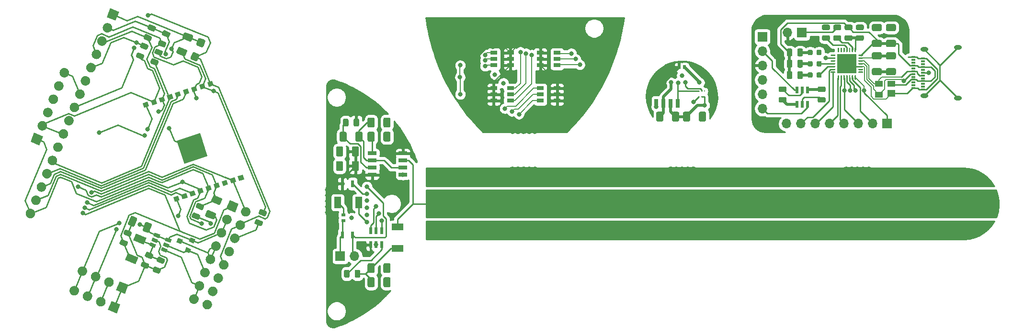
<source format=gbr>
%TF.GenerationSoftware,KiCad,Pcbnew,5.1.6*%
%TF.CreationDate,2020-08-23T11:13:54-07:00*%
%TF.ProjectId,plant_station_v3,706c616e-745f-4737-9461-74696f6e5f76,rev?*%
%TF.SameCoordinates,Original*%
%TF.FileFunction,Copper,L1,Top*%
%TF.FilePolarity,Positive*%
%FSLAX46Y46*%
G04 Gerber Fmt 4.6, Leading zero omitted, Abs format (unit mm)*
G04 Created by KiCad (PCBNEW 5.1.6) date 2020-08-23 11:13:54*
%MOMM*%
%LPD*%
G01*
G04 APERTURE LIST*
%TA.AperFunction,ComponentPad*%
%ADD10O,1.700000X1.700000*%
%TD*%
%TA.AperFunction,ComponentPad*%
%ADD11R,1.700000X1.700000*%
%TD*%
%TA.AperFunction,SMDPad,CuDef*%
%ADD12R,0.600000X1.250000*%
%TD*%
%TA.AperFunction,ComponentPad*%
%ADD13C,0.100000*%
%TD*%
%TA.AperFunction,SMDPad,CuDef*%
%ADD14R,1.525000X0.650000*%
%TD*%
%TA.AperFunction,SMDPad,CuDef*%
%ADD15R,0.500000X1.250000*%
%TD*%
%TA.AperFunction,SMDPad,CuDef*%
%ADD16R,0.480000X0.640000*%
%TD*%
%TA.AperFunction,SMDPad,CuDef*%
%ADD17R,0.640000X0.480000*%
%TD*%
%TA.AperFunction,SMDPad,CuDef*%
%ADD18R,1.300000X0.700000*%
%TD*%
%TA.AperFunction,SMDPad,CuDef*%
%ADD19R,1.250000X2.000000*%
%TD*%
%TA.AperFunction,SMDPad,CuDef*%
%ADD20R,3.350000X3.350000*%
%TD*%
%TA.AperFunction,SMDPad,CuDef*%
%ADD21C,0.260000*%
%TD*%
%TA.AperFunction,SMDPad,CuDef*%
%ADD22R,0.700000X1.600000*%
%TD*%
%TA.AperFunction,SMDPad,CuDef*%
%ADD23R,1.400000X1.200000*%
%TD*%
%TA.AperFunction,SMDPad,CuDef*%
%ADD24R,1.400000X1.000000*%
%TD*%
%TA.AperFunction,ComponentPad*%
%ADD25O,1.400000X0.800000*%
%TD*%
%TA.AperFunction,SMDPad,CuDef*%
%ADD26R,0.700000X0.300000*%
%TD*%
%TA.AperFunction,SMDPad,CuDef*%
%ADD27R,2.000000X1.250000*%
%TD*%
%TA.AperFunction,SMDPad,CuDef*%
%ADD28C,0.100000*%
%TD*%
%TA.AperFunction,ViaPad*%
%ADD29C,0.800000*%
%TD*%
%TA.AperFunction,ViaPad*%
%ADD30C,1.600000*%
%TD*%
%TA.AperFunction,Conductor*%
%ADD31C,0.180000*%
%TD*%
%TA.AperFunction,Conductor*%
%ADD32C,0.250000*%
%TD*%
%TA.AperFunction,Conductor*%
%ADD33C,0.500000*%
%TD*%
%TA.AperFunction,Conductor*%
%ADD34C,0.200000*%
%TD*%
%TA.AperFunction,Conductor*%
%ADD35C,0.254000*%
%TD*%
G04 APERTURE END LIST*
D10*
%TO.P,J7,8*%
%TO.N,/usb_serial/USB_WAKEUP*%
X200995000Y-77855000D03*
%TO.P,J7,7*%
%TO.N,/usb_serial/USB_GPIO.6*%
X203535000Y-77855000D03*
%TO.P,J7,6*%
%TO.N,/usb_serial/USB_GPIO.5*%
X206075000Y-77855000D03*
%TO.P,J7,5*%
%TO.N,/usb_serial/USB_GPIO.4*%
X208615000Y-77855000D03*
%TO.P,J7,4*%
%TO.N,/usb_serial/USB_CTS*%
X211155000Y-77855000D03*
%TO.P,J7,3*%
%TO.N,/usb_serial/USB_RTS*%
X213695000Y-77855000D03*
%TO.P,J7,2*%
%TO.N,/usb_serial/USB_DSR*%
X216235000Y-77855000D03*
D11*
%TO.P,J7,1*%
%TO.N,/usb_serial/USB_DTR*%
X218775000Y-77855000D03*
%TD*%
D12*
%TO.P,FB1,2*%
%TO.N,/moisture_sensor/VA*%
X122500000Y-88474375D03*
%TO.P,FB1,1*%
%TO.N,VDD*%
X124300000Y-88474375D03*
%TD*%
%TO.P,R10,1*%
%TO.N,+3V3*%
%TA.AperFunction,SMDPad,CuDef*%
G36*
G01*
X96840175Y-94836517D02*
X95997135Y-94487318D01*
G75*
G02*
X95865218Y-94168843I93279J225196D01*
G01*
X96051776Y-93718452D01*
G75*
G02*
X96370251Y-93586535I225196J-93279D01*
G01*
X97213291Y-93935734D01*
G75*
G02*
X97345208Y-94254209I-93279J-225196D01*
G01*
X97158650Y-94704600D01*
G75*
G02*
X96840175Y-94836517I-225196J93279D01*
G01*
G37*
%TD.AperFunction*%
%TO.P,R10,2*%
%TO.N,/esp8266/ESP_RST*%
%TA.AperFunction,SMDPad,CuDef*%
G36*
G01*
X97557707Y-93104243D02*
X96714667Y-92755044D01*
G75*
G02*
X96582750Y-92436569I93279J225196D01*
G01*
X96769308Y-91986178D01*
G75*
G02*
X97087783Y-91854261I225196J-93279D01*
G01*
X97930823Y-92203460D01*
G75*
G02*
X98062740Y-92521935I-93279J-225196D01*
G01*
X97876182Y-92972326D01*
G75*
G02*
X97557707Y-93104243I-225196J93279D01*
G01*
G37*
%TD.AperFunction*%
%TD*%
%TO.P,C6,2*%
%TO.N,/esp8266/ESP_RST*%
%TA.AperFunction,SMDPad,CuDef*%
G36*
G01*
X100613468Y-92178138D02*
X99458618Y-91699784D01*
G75*
G02*
X99323319Y-91373143I95671J230970D01*
G01*
X99610332Y-90680233D01*
G75*
G02*
X99936973Y-90544934I230970J-95671D01*
G01*
X101091822Y-91023288D01*
G75*
G02*
X101227121Y-91349929I-95671J-230970D01*
G01*
X100940108Y-92042839D01*
G75*
G02*
X100613467Y-92178138I-230970J95671D01*
G01*
G37*
%TD.AperFunction*%
%TO.P,C6,1*%
%TO.N,GND*%
%TA.AperFunction,SMDPad,CuDef*%
G36*
G01*
X99541954Y-94765000D02*
X98387104Y-94286646D01*
G75*
G02*
X98251805Y-93960005I95671J230970D01*
G01*
X98538818Y-93267095D01*
G75*
G02*
X98865459Y-93131796I230970J-95671D01*
G01*
X100020308Y-93610150D01*
G75*
G02*
X100155607Y-93936791I-95671J-230970D01*
G01*
X99868594Y-94629701D01*
G75*
G02*
X99541953Y-94765000I-230970J95671D01*
G01*
G37*
%TD.AperFunction*%
%TD*%
%TA.AperFunction,ComponentPad*%
D13*
%TO.P,J17,1*%
%TO.N,GND*%
G36*
X83047877Y-58085963D02*
G01*
X82397315Y-59656559D01*
X80826719Y-59005997D01*
X81477281Y-57435401D01*
X83047877Y-58085963D01*
G37*
%TD.AperFunction*%
%TO.P,J17,2*%
%TO.N,VDD*%
%TA.AperFunction,ComponentPad*%
G36*
G01*
X81750580Y-61217915D02*
X81750580Y-61217915D01*
G75*
G02*
X80640001Y-61677932I-785298J325281D01*
G01*
X80640001Y-61677932D01*
G75*
G02*
X80179984Y-60567353I325281J785298D01*
G01*
X80179984Y-60567353D01*
G75*
G02*
X81290563Y-60107336I785298J-325281D01*
G01*
X81290563Y-60107336D01*
G75*
G02*
X81750580Y-61217915I-325281J-785298D01*
G01*
G37*
%TD.AperFunction*%
%TO.P,J17,3*%
%TO.N,/SDA*%
%TA.AperFunction,ComponentPad*%
G36*
G01*
X80778564Y-63564569D02*
X80778564Y-63564569D01*
G75*
G02*
X79667985Y-64024586I-785298J325281D01*
G01*
X79667985Y-64024586D01*
G75*
G02*
X79207968Y-62914007I325281J785298D01*
G01*
X79207968Y-62914007D01*
G75*
G02*
X80318547Y-62453990I785298J-325281D01*
G01*
X80318547Y-62453990D01*
G75*
G02*
X80778564Y-63564569I-325281J-785298D01*
G01*
G37*
%TD.AperFunction*%
%TO.P,J17,4*%
%TO.N,/SCL*%
%TA.AperFunction,ComponentPad*%
G36*
G01*
X79806548Y-65911223D02*
X79806548Y-65911223D01*
G75*
G02*
X78695969Y-66371240I-785298J325281D01*
G01*
X78695969Y-66371240D01*
G75*
G02*
X78235952Y-65260661I325281J785298D01*
G01*
X78235952Y-65260661D01*
G75*
G02*
X79346531Y-64800644I785298J-325281D01*
G01*
X79346531Y-64800644D01*
G75*
G02*
X79806548Y-65911223I-325281J-785298D01*
G01*
G37*
%TD.AperFunction*%
%TO.P,J17,5*%
%TO.N,+3V3*%
%TA.AperFunction,ComponentPad*%
G36*
G01*
X78834532Y-68257877D02*
X78834532Y-68257877D01*
G75*
G02*
X77723953Y-68717894I-785298J325281D01*
G01*
X77723953Y-68717894D01*
G75*
G02*
X77263936Y-67607315I325281J785298D01*
G01*
X77263936Y-67607315D01*
G75*
G02*
X78374515Y-67147298I785298J-325281D01*
G01*
X78374515Y-67147298D01*
G75*
G02*
X78834532Y-68257877I-325281J-785298D01*
G01*
G37*
%TD.AperFunction*%
%TO.P,J17,6*%
%TO.N,/ALL_EN*%
%TA.AperFunction,ComponentPad*%
G36*
G01*
X77862516Y-70604531D02*
X77862516Y-70604531D01*
G75*
G02*
X76751937Y-71064548I-785298J325281D01*
G01*
X76751937Y-71064548D01*
G75*
G02*
X76291920Y-69953969I325281J785298D01*
G01*
X76291920Y-69953969D01*
G75*
G02*
X77402499Y-69493952I785298J-325281D01*
G01*
X77402499Y-69493952D01*
G75*
G02*
X77862516Y-70604531I-325281J-785298D01*
G01*
G37*
%TD.AperFunction*%
%TO.P,J17,7*%
%TO.N,/esp8266/ESP_RST*%
%TA.AperFunction,ComponentPad*%
G36*
G01*
X76890500Y-72951185D02*
X76890500Y-72951185D01*
G75*
G02*
X75779921Y-73411202I-785298J325281D01*
G01*
X75779921Y-73411202D01*
G75*
G02*
X75319904Y-72300623I325281J785298D01*
G01*
X75319904Y-72300623D01*
G75*
G02*
X76430483Y-71840606I785298J-325281D01*
G01*
X76430483Y-71840606D01*
G75*
G02*
X76890500Y-72951185I-325281J-785298D01*
G01*
G37*
%TD.AperFunction*%
%TO.P,J17,8*%
%TO.N,/esp8266/ESP_EN*%
%TA.AperFunction,ComponentPad*%
G36*
G01*
X75918485Y-75297839D02*
X75918485Y-75297839D01*
G75*
G02*
X74807906Y-75757856I-785298J325281D01*
G01*
X74807906Y-75757856D01*
G75*
G02*
X74347889Y-74647277I325281J785298D01*
G01*
X74347889Y-74647277D01*
G75*
G02*
X75458468Y-74187260I785298J-325281D01*
G01*
X75458468Y-74187260D01*
G75*
G02*
X75918485Y-75297839I-325281J-785298D01*
G01*
G37*
%TD.AperFunction*%
%TO.P,J17,9*%
%TO.N,/esp8266/WAKE_UP*%
%TA.AperFunction,ComponentPad*%
G36*
G01*
X74946469Y-77644493D02*
X74946469Y-77644493D01*
G75*
G02*
X73835890Y-78104510I-785298J325281D01*
G01*
X73835890Y-78104510D01*
G75*
G02*
X73375873Y-76993931I325281J785298D01*
G01*
X73375873Y-76993931D01*
G75*
G02*
X74486452Y-76533914I785298J-325281D01*
G01*
X74486452Y-76533914D01*
G75*
G02*
X74946469Y-77644493I-325281J-785298D01*
G01*
G37*
%TD.AperFunction*%
%TO.P,J17,10*%
%TO.N,/esp8266/GPIO0*%
%TA.AperFunction,ComponentPad*%
G36*
G01*
X73974453Y-79991147D02*
X73974453Y-79991147D01*
G75*
G02*
X72863874Y-80451164I-785298J325281D01*
G01*
X72863874Y-80451164D01*
G75*
G02*
X72403857Y-79340585I325281J785298D01*
G01*
X72403857Y-79340585D01*
G75*
G02*
X73514436Y-78880568I785298J-325281D01*
G01*
X73514436Y-78880568D01*
G75*
G02*
X73974453Y-79991147I-325281J-785298D01*
G01*
G37*
%TD.AperFunction*%
%TO.P,J17,11*%
%TO.N,/esp8266/GPIO5*%
%TA.AperFunction,ComponentPad*%
G36*
G01*
X73002437Y-82337801D02*
X73002437Y-82337801D01*
G75*
G02*
X71891858Y-82797818I-785298J325281D01*
G01*
X71891858Y-82797818D01*
G75*
G02*
X71431841Y-81687239I325281J785298D01*
G01*
X71431841Y-81687239D01*
G75*
G02*
X72542420Y-81227222I785298J-325281D01*
G01*
X72542420Y-81227222D01*
G75*
G02*
X73002437Y-82337801I-325281J-785298D01*
G01*
G37*
%TD.AperFunction*%
%TO.P,J17,12*%
%TO.N,/esp8266/GPIO15*%
%TA.AperFunction,ComponentPad*%
G36*
G01*
X72030421Y-84684455D02*
X72030421Y-84684455D01*
G75*
G02*
X70919842Y-85144472I-785298J325281D01*
G01*
X70919842Y-85144472D01*
G75*
G02*
X70459825Y-84033893I325281J785298D01*
G01*
X70459825Y-84033893D01*
G75*
G02*
X71570404Y-83573876I785298J-325281D01*
G01*
X71570404Y-83573876D01*
G75*
G02*
X72030421Y-84684455I-325281J-785298D01*
G01*
G37*
%TD.AperFunction*%
%TO.P,J17,13*%
%TO.N,/esp8266/GPIO13*%
%TA.AperFunction,ComponentPad*%
G36*
G01*
X71058405Y-87031109D02*
X71058405Y-87031109D01*
G75*
G02*
X69947826Y-87491126I-785298J325281D01*
G01*
X69947826Y-87491126D01*
G75*
G02*
X69487809Y-86380547I325281J785298D01*
G01*
X69487809Y-86380547D01*
G75*
G02*
X70598388Y-85920530I785298J-325281D01*
G01*
X70598388Y-85920530D01*
G75*
G02*
X71058405Y-87031109I-325281J-785298D01*
G01*
G37*
%TD.AperFunction*%
%TO.P,J17,14*%
%TO.N,/esp8266/GPIO12*%
%TA.AperFunction,ComponentPad*%
G36*
G01*
X70086389Y-89377763D02*
X70086389Y-89377763D01*
G75*
G02*
X68975810Y-89837780I-785298J325281D01*
G01*
X68975810Y-89837780D01*
G75*
G02*
X68515793Y-88727201I325281J785298D01*
G01*
X68515793Y-88727201D01*
G75*
G02*
X69626372Y-88267184I785298J-325281D01*
G01*
X69626372Y-88267184D01*
G75*
G02*
X70086389Y-89377763I-325281J-785298D01*
G01*
G37*
%TD.AperFunction*%
%TO.P,J17,15*%
%TO.N,/esp8266/GPIO16*%
%TA.AperFunction,ComponentPad*%
G36*
G01*
X69114373Y-91724417D02*
X69114373Y-91724417D01*
G75*
G02*
X68003794Y-92184434I-785298J325281D01*
G01*
X68003794Y-92184434D01*
G75*
G02*
X67543777Y-91073855I325281J785298D01*
G01*
X67543777Y-91073855D01*
G75*
G02*
X68654356Y-90613838I785298J-325281D01*
G01*
X68654356Y-90613838D01*
G75*
G02*
X69114373Y-91724417I-325281J-785298D01*
G01*
G37*
%TD.AperFunction*%
%TO.P,J17,16*%
%TO.N,GND*%
%TA.AperFunction,ComponentPad*%
G36*
G01*
X68142357Y-94071071D02*
X68142357Y-94071071D01*
G75*
G02*
X67031778Y-94531088I-785298J325281D01*
G01*
X67031778Y-94531088D01*
G75*
G02*
X66571761Y-93420509I325281J785298D01*
G01*
X66571761Y-93420509D01*
G75*
G02*
X67682340Y-92960492I785298J-325281D01*
G01*
X67682340Y-92960492D01*
G75*
G02*
X68142357Y-94071071I-325281J-785298D01*
G01*
G37*
%TD.AperFunction*%
%TD*%
D14*
%TO.P,IC3,8*%
%TO.N,/moisture_sensor/VA*%
X127763000Y-86905000D03*
%TO.P,IC3,7*%
%TO.N,Net-(IC3-Pad7)*%
X127763000Y-85635000D03*
%TO.P,IC3,6*%
%TO.N,Net-(Cref1-Pad1)*%
X127763000Y-84365000D03*
%TO.P,IC3,5*%
%TO.N,Net-(C5-Pad1)*%
X127763000Y-83095000D03*
%TO.P,IC3,4*%
%TO.N,/moisture_sensor/VA*%
X133187000Y-83095000D03*
%TO.P,IC3,3*%
%TO.N,/moisture_sensor/Sensor_Inside*%
X133187000Y-84365000D03*
%TO.P,IC3,2*%
%TO.N,Net-(Cref1-Pad1)*%
X133187000Y-85635000D03*
%TO.P,IC3,1*%
%TO.N,/moisture_sensor/GNDA*%
X133187000Y-86905000D03*
%TD*%
%TO.P,R5,2*%
%TO.N,Net-(C4-Pad1)*%
%TA.AperFunction,SMDPad,CuDef*%
G36*
G01*
X124675000Y-104856250D02*
X124675000Y-103943750D01*
G75*
G02*
X124918750Y-103700000I243750J0D01*
G01*
X125406250Y-103700000D01*
G75*
G02*
X125650000Y-103943750I0J-243750D01*
G01*
X125650000Y-104856250D01*
G75*
G02*
X125406250Y-105100000I-243750J0D01*
G01*
X124918750Y-105100000D01*
G75*
G02*
X124675000Y-104856250I0J243750D01*
G01*
G37*
%TD.AperFunction*%
%TO.P,R5,1*%
%TO.N,Net-(IC4-Pad3)*%
%TA.AperFunction,SMDPad,CuDef*%
G36*
G01*
X122800000Y-104856250D02*
X122800000Y-103943750D01*
G75*
G02*
X123043750Y-103700000I243750J0D01*
G01*
X123531250Y-103700000D01*
G75*
G02*
X123775000Y-103943750I0J-243750D01*
G01*
X123775000Y-104856250D01*
G75*
G02*
X123531250Y-105100000I-243750J0D01*
G01*
X123043750Y-105100000D01*
G75*
G02*
X122800000Y-104856250I0J243750D01*
G01*
G37*
%TD.AperFunction*%
%TD*%
%TO.P,R4,2*%
%TO.N,/moisture_sensor/GNDA*%
%TA.AperFunction,SMDPad,CuDef*%
G36*
G01*
X129750000Y-104025000D02*
X129750000Y-102775000D01*
G75*
G02*
X130000000Y-102525000I250000J0D01*
G01*
X130750000Y-102525000D01*
G75*
G02*
X131000000Y-102775000I0J-250000D01*
G01*
X131000000Y-104025000D01*
G75*
G02*
X130750000Y-104275000I-250000J0D01*
G01*
X130000000Y-104275000D01*
G75*
G02*
X129750000Y-104025000I0J250000D01*
G01*
G37*
%TD.AperFunction*%
%TO.P,R4,1*%
%TO.N,Net-(C4-Pad1)*%
%TA.AperFunction,SMDPad,CuDef*%
G36*
G01*
X126950000Y-104025000D02*
X126950000Y-102775000D01*
G75*
G02*
X127200000Y-102525000I250000J0D01*
G01*
X127950000Y-102525000D01*
G75*
G02*
X128200000Y-102775000I0J-250000D01*
G01*
X128200000Y-104025000D01*
G75*
G02*
X127950000Y-104275000I-250000J0D01*
G01*
X127200000Y-104275000D01*
G75*
G02*
X126950000Y-104025000I0J250000D01*
G01*
G37*
%TD.AperFunction*%
%TD*%
D15*
%TO.P,Q5,6*%
%TO.N,/usb_serial/ESP_RST*%
X204725000Y-74400000D03*
%TO.P,Q5,5*%
%TO.N,Net-(Q5-Pad5)*%
X203775000Y-74400000D03*
%TO.P,Q5,4*%
%TO.N,/usb_serial/USB_DTR*%
X202825000Y-74400000D03*
%TO.P,Q5,3*%
%TO.N,/usb_serial/GPIO0*%
X202825000Y-71900000D03*
%TO.P,Q5,2*%
%TO.N,Net-(Q5-Pad2)*%
X203775000Y-71900000D03*
%TO.P,Q5,1*%
%TO.N,/usb_serial/USB_RTS*%
X204725000Y-71900000D03*
%TD*%
D16*
%TO.P,Q3,3*%
%TO.N,/env_sensor/GNDA*%
X182500000Y-69350000D03*
%TO.P,Q3,2*%
%TO.N,GND*%
X182000000Y-67850000D03*
%TO.P,Q3,1*%
%TO.N,/env_sensor/ALL_EN*%
X183000000Y-67850000D03*
%TD*%
D17*
%TO.P,Q1,1*%
%TO.N,Net-(D10-Pad1)*%
X122650000Y-93995625D03*
%TO.P,Q1,2*%
%TO.N,Net-(FB2-Pad1)*%
X122650000Y-94995625D03*
%TO.P,Q1,3*%
%TO.N,/moisture_sensor/GNDA*%
X124150000Y-94495625D03*
%TD*%
D11*
%TO.P,J19,1*%
%TO.N,Net-(C15-Pad1)*%
X203725000Y-61755000D03*
D10*
%TO.P,J19,2*%
%TO.N,VDD*%
X201185000Y-61755000D03*
%TD*%
D11*
%TO.P,J16,1*%
%TO.N,GND*%
X196725000Y-62467500D03*
D10*
%TO.P,J16,2*%
%TO.N,/usb_serial/GPIO0*%
X196725000Y-65007500D03*
%TO.P,J16,3*%
%TO.N,VDD*%
X196725000Y-67547500D03*
%TO.P,J16,4*%
%TO.N,/usb_serial/USB_TXD*%
X196725000Y-70087500D03*
%TO.P,J16,5*%
%TO.N,/usb_serial/USB_RXD*%
X196725000Y-72627500D03*
%TO.P,J16,6*%
%TO.N,/usb_serial/ESP_RST*%
X196725000Y-75167500D03*
%TD*%
%TA.AperFunction,ComponentPad*%
D13*
%TO.P,J10,1*%
%TO.N,GND*%
G36*
X83116801Y-105739769D02*
G01*
X84687397Y-106390331D01*
X84036835Y-107960927D01*
X82466239Y-107310365D01*
X83116801Y-105739769D01*
G37*
%TD.AperFunction*%
%TO.P,J10,2*%
%TO.N,VDD*%
%TA.AperFunction,ComponentPad*%
G36*
G01*
X81555445Y-105093034D02*
X81555445Y-105093034D01*
G75*
G02*
X82015462Y-106203613I-325281J-785298D01*
G01*
X82015462Y-106203613D01*
G75*
G02*
X80904883Y-106663630I-785298J325281D01*
G01*
X80904883Y-106663630D01*
G75*
G02*
X80444866Y-105553051I325281J785298D01*
G01*
X80444866Y-105553051D01*
G75*
G02*
X81555445Y-105093034I785298J-325281D01*
G01*
G37*
%TD.AperFunction*%
%TO.P,J10,3*%
%TO.N,/SCL*%
%TA.AperFunction,ComponentPad*%
G36*
G01*
X79208791Y-104121018D02*
X79208791Y-104121018D01*
G75*
G02*
X79668808Y-105231597I-325281J-785298D01*
G01*
X79668808Y-105231597D01*
G75*
G02*
X78558229Y-105691614I-785298J325281D01*
G01*
X78558229Y-105691614D01*
G75*
G02*
X78098212Y-104581035I325281J785298D01*
G01*
X78098212Y-104581035D01*
G75*
G02*
X79208791Y-104121018I785298J-325281D01*
G01*
G37*
%TD.AperFunction*%
%TO.P,J10,4*%
%TO.N,/SDA*%
%TA.AperFunction,ComponentPad*%
G36*
G01*
X76862137Y-103149002D02*
X76862137Y-103149002D01*
G75*
G02*
X77322154Y-104259581I-325281J-785298D01*
G01*
X77322154Y-104259581D01*
G75*
G02*
X76211575Y-104719598I-785298J325281D01*
G01*
X76211575Y-104719598D01*
G75*
G02*
X75751558Y-103609019I325281J785298D01*
G01*
X75751558Y-103609019D01*
G75*
G02*
X76862137Y-103149002I785298J-325281D01*
G01*
G37*
%TD.AperFunction*%
%TD*%
%TO.P,J9,4*%
%TO.N,/SDA*%
%TA.AperFunction,ComponentPad*%
G36*
G01*
X75427074Y-106613550D02*
X75427074Y-106613550D01*
G75*
G02*
X75887091Y-107724129I-325281J-785298D01*
G01*
X75887091Y-107724129D01*
G75*
G02*
X74776512Y-108184146I-785298J325281D01*
G01*
X74776512Y-108184146D01*
G75*
G02*
X74316495Y-107073567I325281J785298D01*
G01*
X74316495Y-107073567D01*
G75*
G02*
X75427074Y-106613550I785298J-325281D01*
G01*
G37*
%TD.AperFunction*%
%TO.P,J9,3*%
%TO.N,/SCL*%
%TA.AperFunction,ComponentPad*%
G36*
G01*
X77773728Y-107585566D02*
X77773728Y-107585566D01*
G75*
G02*
X78233745Y-108696145I-325281J-785298D01*
G01*
X78233745Y-108696145D01*
G75*
G02*
X77123166Y-109156162I-785298J325281D01*
G01*
X77123166Y-109156162D01*
G75*
G02*
X76663149Y-108045583I325281J785298D01*
G01*
X76663149Y-108045583D01*
G75*
G02*
X77773728Y-107585566I785298J-325281D01*
G01*
G37*
%TD.AperFunction*%
%TO.P,J9,2*%
%TO.N,VDD*%
%TA.AperFunction,ComponentPad*%
G36*
G01*
X80120382Y-108557582D02*
X80120382Y-108557582D01*
G75*
G02*
X80580399Y-109668161I-325281J-785298D01*
G01*
X80580399Y-109668161D01*
G75*
G02*
X79469820Y-110128178I-785298J325281D01*
G01*
X79469820Y-110128178D01*
G75*
G02*
X79009803Y-109017599I325281J785298D01*
G01*
X79009803Y-109017599D01*
G75*
G02*
X80120382Y-108557582I785298J-325281D01*
G01*
G37*
%TD.AperFunction*%
%TA.AperFunction,ComponentPad*%
%TO.P,J9,1*%
%TO.N,GND*%
G36*
X81681738Y-109204317D02*
G01*
X83252334Y-109854879D01*
X82601772Y-111425475D01*
X81031176Y-110774913D01*
X81681738Y-109204317D01*
G37*
%TD.AperFunction*%
%TD*%
D18*
%TO.P,LED1,C3*%
%TO.N,/leds/LED_1_R*%
X149250000Y-67520000D03*
%TO.P,LED1,C2*%
%TO.N,/leds/LED_1_G*%
X149250000Y-66420000D03*
%TO.P,LED1,C1*%
%TO.N,/leds/LED_1_B*%
X149250000Y-65320000D03*
%TO.P,LED1,A3*%
%TO.N,VDD*%
X152200000Y-67520000D03*
%TO.P,LED1,A2*%
X152200000Y-66420000D03*
%TO.P,LED1,A1*%
X152200000Y-65320000D03*
%TD*%
%TO.P,LED2,C3*%
%TO.N,/leds/LED_2_R*%
X152200000Y-71570000D03*
%TO.P,LED2,C2*%
%TO.N,/leds/LED_2_G*%
X152200000Y-72670000D03*
%TO.P,LED2,C1*%
%TO.N,/leds/LED_2_B*%
X152200000Y-73770000D03*
%TO.P,LED2,A3*%
%TO.N,VDD*%
X149250000Y-71570000D03*
%TO.P,LED2,A2*%
X149250000Y-72670000D03*
%TO.P,LED2,A1*%
X149250000Y-73770000D03*
%TD*%
D19*
%TO.P,D10,2*%
%TO.N,/moisture_sensor/ALL_EN*%
X125403000Y-91777500D03*
%TO.P,D10,1*%
%TO.N,Net-(D10-Pad1)*%
X121653000Y-91777500D03*
%TD*%
%TO.P,C13,2*%
%TO.N,/env_sensor/GNDA*%
%TA.AperFunction,SMDPad,CuDef*%
G36*
G01*
X183975000Y-75975000D02*
X183975000Y-77225000D01*
G75*
G02*
X183725000Y-77475000I-250000J0D01*
G01*
X182975000Y-77475000D01*
G75*
G02*
X182725000Y-77225000I0J250000D01*
G01*
X182725000Y-75975000D01*
G75*
G02*
X182975000Y-75725000I250000J0D01*
G01*
X183725000Y-75725000D01*
G75*
G02*
X183975000Y-75975000I0J-250000D01*
G01*
G37*
%TD.AperFunction*%
%TO.P,C13,1*%
%TO.N,VDD*%
%TA.AperFunction,SMDPad,CuDef*%
G36*
G01*
X186775000Y-75975000D02*
X186775000Y-77225000D01*
G75*
G02*
X186525000Y-77475000I-250000J0D01*
G01*
X185775000Y-77475000D01*
G75*
G02*
X185525000Y-77225000I0J250000D01*
G01*
X185525000Y-75975000D01*
G75*
G02*
X185775000Y-75725000I250000J0D01*
G01*
X186525000Y-75725000D01*
G75*
G02*
X186775000Y-75975000I0J-250000D01*
G01*
G37*
%TD.AperFunction*%
%TD*%
%TO.P,C16,2*%
%TO.N,Net-(C15-Pad1)*%
%TA.AperFunction,SMDPad,CuDef*%
G36*
G01*
X217600000Y-66475001D02*
X216350000Y-66475001D01*
G75*
G02*
X216100000Y-66225001I0J250000D01*
G01*
X216100000Y-65475001D01*
G75*
G02*
X216350000Y-65225001I250000J0D01*
G01*
X217600000Y-65225001D01*
G75*
G02*
X217850000Y-65475001I0J-250000D01*
G01*
X217850000Y-66225001D01*
G75*
G02*
X217600000Y-66475001I-250000J0D01*
G01*
G37*
%TD.AperFunction*%
%TO.P,C16,1*%
%TO.N,GND*%
%TA.AperFunction,SMDPad,CuDef*%
G36*
G01*
X217600000Y-69275001D02*
X216350000Y-69275001D01*
G75*
G02*
X216100000Y-69025001I0J250000D01*
G01*
X216100000Y-68275001D01*
G75*
G02*
X216350000Y-68025001I250000J0D01*
G01*
X217600000Y-68025001D01*
G75*
G02*
X217850000Y-68275001I0J-250000D01*
G01*
X217850000Y-69025001D01*
G75*
G02*
X217600000Y-69275001I-250000J0D01*
G01*
G37*
%TD.AperFunction*%
%TD*%
D11*
%TO.P,J18,1*%
%TO.N,Net-(FB2-Pad1)*%
X122125000Y-101311875D03*
D10*
%TO.P,J18,2*%
%TO.N,GND*%
X124665000Y-101311875D03*
%TD*%
%TO.P,C15,2*%
%TO.N,GND*%
%TA.AperFunction,SMDPad,CuDef*%
G36*
G01*
X218850000Y-68030000D02*
X220100000Y-68030000D01*
G75*
G02*
X220350000Y-68280000I0J-250000D01*
G01*
X220350000Y-69030000D01*
G75*
G02*
X220100000Y-69280000I-250000J0D01*
G01*
X218850000Y-69280000D01*
G75*
G02*
X218600000Y-69030000I0J250000D01*
G01*
X218600000Y-68280000D01*
G75*
G02*
X218850000Y-68030000I250000J0D01*
G01*
G37*
%TD.AperFunction*%
%TO.P,C15,1*%
%TO.N,Net-(C15-Pad1)*%
%TA.AperFunction,SMDPad,CuDef*%
G36*
G01*
X218850000Y-65230000D02*
X220100000Y-65230000D01*
G75*
G02*
X220350000Y-65480000I0J-250000D01*
G01*
X220350000Y-66230000D01*
G75*
G02*
X220100000Y-66480000I-250000J0D01*
G01*
X218850000Y-66480000D01*
G75*
G02*
X218600000Y-66230000I0J250000D01*
G01*
X218600000Y-65480000D01*
G75*
G02*
X218850000Y-65230000I250000J0D01*
G01*
G37*
%TD.AperFunction*%
%TD*%
%TO.P,C7,1*%
%TO.N,/moisture_sensor/VA*%
%TA.AperFunction,SMDPad,CuDef*%
G36*
G01*
X125425000Y-84721250D02*
X125425000Y-85971250D01*
G75*
G02*
X125175000Y-86221250I-250000J0D01*
G01*
X124425000Y-86221250D01*
G75*
G02*
X124175000Y-85971250I0J250000D01*
G01*
X124175000Y-84721250D01*
G75*
G02*
X124425000Y-84471250I250000J0D01*
G01*
X125175000Y-84471250D01*
G75*
G02*
X125425000Y-84721250I0J-250000D01*
G01*
G37*
%TD.AperFunction*%
%TO.P,C7,2*%
%TO.N,/moisture_sensor/GNDA*%
%TA.AperFunction,SMDPad,CuDef*%
G36*
G01*
X122625000Y-84721250D02*
X122625000Y-85971250D01*
G75*
G02*
X122375000Y-86221250I-250000J0D01*
G01*
X121625000Y-86221250D01*
G75*
G02*
X121375000Y-85971250I0J250000D01*
G01*
X121375000Y-84721250D01*
G75*
G02*
X121625000Y-84471250I250000J0D01*
G01*
X122375000Y-84471250D01*
G75*
G02*
X122625000Y-84721250I0J-250000D01*
G01*
G37*
%TD.AperFunction*%
%TD*%
%TO.P,C11,2*%
%TO.N,GND*%
%TA.AperFunction,SMDPad,CuDef*%
G36*
G01*
X217600000Y-61480000D02*
X216350000Y-61480000D01*
G75*
G02*
X216100000Y-61230000I0J250000D01*
G01*
X216100000Y-60480000D01*
G75*
G02*
X216350000Y-60230000I250000J0D01*
G01*
X217600000Y-60230000D01*
G75*
G02*
X217850000Y-60480000I0J-250000D01*
G01*
X217850000Y-61230000D01*
G75*
G02*
X217600000Y-61480000I-250000J0D01*
G01*
G37*
%TD.AperFunction*%
%TO.P,C11,1*%
%TO.N,Net-(C11-Pad1)*%
%TA.AperFunction,SMDPad,CuDef*%
G36*
G01*
X217600000Y-64280000D02*
X216350000Y-64280000D01*
G75*
G02*
X216100000Y-64030000I0J250000D01*
G01*
X216100000Y-63280000D01*
G75*
G02*
X216350000Y-63030000I250000J0D01*
G01*
X217600000Y-63030000D01*
G75*
G02*
X217850000Y-63280000I0J-250000D01*
G01*
X217850000Y-64030000D01*
G75*
G02*
X217600000Y-64280000I-250000J0D01*
G01*
G37*
%TD.AperFunction*%
%TD*%
%TO.P,C4,2*%
%TO.N,/moisture_sensor/GNDA*%
%TA.AperFunction,SMDPad,CuDef*%
G36*
G01*
X129750000Y-106525000D02*
X129750000Y-105275000D01*
G75*
G02*
X130000000Y-105025000I250000J0D01*
G01*
X130750000Y-105025000D01*
G75*
G02*
X131000000Y-105275000I0J-250000D01*
G01*
X131000000Y-106525000D01*
G75*
G02*
X130750000Y-106775000I-250000J0D01*
G01*
X130000000Y-106775000D01*
G75*
G02*
X129750000Y-106525000I0J250000D01*
G01*
G37*
%TD.AperFunction*%
%TO.P,C4,1*%
%TO.N,Net-(C4-Pad1)*%
%TA.AperFunction,SMDPad,CuDef*%
G36*
G01*
X126950000Y-106525000D02*
X126950000Y-105275000D01*
G75*
G02*
X127200000Y-105025000I250000J0D01*
G01*
X127950000Y-105025000D01*
G75*
G02*
X128200000Y-105275000I0J-250000D01*
G01*
X128200000Y-106525000D01*
G75*
G02*
X127950000Y-106775000I-250000J0D01*
G01*
X127200000Y-106775000D01*
G75*
G02*
X126950000Y-106525000I0J250000D01*
G01*
G37*
%TD.AperFunction*%
%TD*%
D18*
%TO.P,LED3,C3*%
%TO.N,/leds/LED_5_R*%
X160450000Y-65320000D03*
%TO.P,LED3,C2*%
%TO.N,/leds/LED_5_G*%
X160450000Y-66420000D03*
%TO.P,LED3,C1*%
%TO.N,/leds/LED_5_B*%
X160450000Y-67520000D03*
%TO.P,LED3,A3*%
%TO.N,VDD*%
X157500000Y-65320000D03*
%TO.P,LED3,A2*%
X157500000Y-66420000D03*
%TO.P,LED3,A1*%
X157500000Y-67520000D03*
%TD*%
%TO.P,D4,1*%
%TO.N,/usb_serial/USB_TXT*%
%TA.AperFunction,SMDPad,CuDef*%
G36*
G01*
X207200000Y-68998750D02*
X207200000Y-69511250D01*
G75*
G02*
X206981250Y-69730000I-218750J0D01*
G01*
X206543750Y-69730000D01*
G75*
G02*
X206325000Y-69511250I0J218750D01*
G01*
X206325000Y-68998750D01*
G75*
G02*
X206543750Y-68780000I218750J0D01*
G01*
X206981250Y-68780000D01*
G75*
G02*
X207200000Y-68998750I0J-218750D01*
G01*
G37*
%TD.AperFunction*%
%TO.P,D4,2*%
%TO.N,Net-(D4-Pad2)*%
%TA.AperFunction,SMDPad,CuDef*%
G36*
G01*
X205625000Y-68998750D02*
X205625000Y-69511250D01*
G75*
G02*
X205406250Y-69730000I-218750J0D01*
G01*
X204968750Y-69730000D01*
G75*
G02*
X204750000Y-69511250I0J218750D01*
G01*
X204750000Y-68998750D01*
G75*
G02*
X204968750Y-68780000I218750J0D01*
G01*
X205406250Y-68780000D01*
G75*
G02*
X205625000Y-68998750I0J-218750D01*
G01*
G37*
%TD.AperFunction*%
%TD*%
%TO.P,D3,2*%
%TO.N,Net-(D3-Pad2)*%
%TA.AperFunction,SMDPad,CuDef*%
G36*
G01*
X205625000Y-64998750D02*
X205625000Y-65511250D01*
G75*
G02*
X205406250Y-65730000I-218750J0D01*
G01*
X204968750Y-65730000D01*
G75*
G02*
X204750000Y-65511250I0J218750D01*
G01*
X204750000Y-64998750D01*
G75*
G02*
X204968750Y-64780000I218750J0D01*
G01*
X205406250Y-64780000D01*
G75*
G02*
X205625000Y-64998750I0J-218750D01*
G01*
G37*
%TD.AperFunction*%
%TO.P,D3,1*%
%TO.N,GND*%
%TA.AperFunction,SMDPad,CuDef*%
G36*
G01*
X207200000Y-64998750D02*
X207200000Y-65511250D01*
G75*
G02*
X206981250Y-65730000I-218750J0D01*
G01*
X206543750Y-65730000D01*
G75*
G02*
X206325000Y-65511250I0J218750D01*
G01*
X206325000Y-64998750D01*
G75*
G02*
X206543750Y-64780000I218750J0D01*
G01*
X206981250Y-64780000D01*
G75*
G02*
X207200000Y-64998750I0J-218750D01*
G01*
G37*
%TD.AperFunction*%
%TD*%
%TO.P,C5,2*%
%TO.N,/moisture_sensor/GNDA*%
%TA.AperFunction,SMDPad,CuDef*%
G36*
G01*
X129750000Y-80775000D02*
X129750000Y-79525000D01*
G75*
G02*
X130000000Y-79275000I250000J0D01*
G01*
X130750000Y-79275000D01*
G75*
G02*
X131000000Y-79525000I0J-250000D01*
G01*
X131000000Y-80775000D01*
G75*
G02*
X130750000Y-81025000I-250000J0D01*
G01*
X130000000Y-81025000D01*
G75*
G02*
X129750000Y-80775000I0J250000D01*
G01*
G37*
%TD.AperFunction*%
%TO.P,C5,1*%
%TO.N,Net-(C5-Pad1)*%
%TA.AperFunction,SMDPad,CuDef*%
G36*
G01*
X126950000Y-80775000D02*
X126950000Y-79525000D01*
G75*
G02*
X127200000Y-79275000I250000J0D01*
G01*
X127950000Y-79275000D01*
G75*
G02*
X128200000Y-79525000I0J-250000D01*
G01*
X128200000Y-80775000D01*
G75*
G02*
X127950000Y-81025000I-250000J0D01*
G01*
X127200000Y-81025000D01*
G75*
G02*
X126950000Y-80775000I0J250000D01*
G01*
G37*
%TD.AperFunction*%
%TD*%
%TO.P,D11,1*%
%TO.N,/usb_serial/USB_RXT*%
%TA.AperFunction,SMDPad,CuDef*%
G36*
G01*
X207200000Y-66998750D02*
X207200000Y-67511250D01*
G75*
G02*
X206981250Y-67730000I-218750J0D01*
G01*
X206543750Y-67730000D01*
G75*
G02*
X206325000Y-67511250I0J218750D01*
G01*
X206325000Y-66998750D01*
G75*
G02*
X206543750Y-66780000I218750J0D01*
G01*
X206981250Y-66780000D01*
G75*
G02*
X207200000Y-66998750I0J-218750D01*
G01*
G37*
%TD.AperFunction*%
%TO.P,D11,2*%
%TO.N,Net-(D11-Pad2)*%
%TA.AperFunction,SMDPad,CuDef*%
G36*
G01*
X205625000Y-66998750D02*
X205625000Y-67511250D01*
G75*
G02*
X205406250Y-67730000I-218750J0D01*
G01*
X204968750Y-67730000D01*
G75*
G02*
X204750000Y-67511250I0J218750D01*
G01*
X204750000Y-66998750D01*
G75*
G02*
X204968750Y-66780000I218750J0D01*
G01*
X205406250Y-66780000D01*
G75*
G02*
X205625000Y-66998750I0J-218750D01*
G01*
G37*
%TD.AperFunction*%
%TD*%
%TO.P,C12,2*%
%TO.N,Net-(C11-Pad1)*%
%TA.AperFunction,SMDPad,CuDef*%
G36*
G01*
X218850000Y-63030000D02*
X220100000Y-63030000D01*
G75*
G02*
X220350000Y-63280000I0J-250000D01*
G01*
X220350000Y-64030000D01*
G75*
G02*
X220100000Y-64280000I-250000J0D01*
G01*
X218850000Y-64280000D01*
G75*
G02*
X218600000Y-64030000I0J250000D01*
G01*
X218600000Y-63280000D01*
G75*
G02*
X218850000Y-63030000I250000J0D01*
G01*
G37*
%TD.AperFunction*%
%TO.P,C12,1*%
%TO.N,GND*%
%TA.AperFunction,SMDPad,CuDef*%
G36*
G01*
X218850000Y-60230000D02*
X220100000Y-60230000D01*
G75*
G02*
X220350000Y-60480000I0J-250000D01*
G01*
X220350000Y-61230000D01*
G75*
G02*
X220100000Y-61480000I-250000J0D01*
G01*
X218850000Y-61480000D01*
G75*
G02*
X218600000Y-61230000I0J250000D01*
G01*
X218600000Y-60480000D01*
G75*
G02*
X218850000Y-60230000I250000J0D01*
G01*
G37*
%TD.AperFunction*%
%TD*%
D20*
%TO.P,U6,29*%
%TO.N,GND*%
X211675000Y-67255000D03*
%TO.P,U6,28*%
%TO.N,/usb_serial/USB_DTR*%
%TA.AperFunction,SMDPad,CuDef*%
G36*
G01*
X213300000Y-69367500D02*
X213300000Y-70042500D01*
G75*
G02*
X213237500Y-70105000I-62500J0D01*
G01*
X213112500Y-70105000D01*
G75*
G02*
X213050000Y-70042500I0J62500D01*
G01*
X213050000Y-69367500D01*
G75*
G02*
X213112500Y-69305000I62500J0D01*
G01*
X213237500Y-69305000D01*
G75*
G02*
X213300000Y-69367500I0J-62500D01*
G01*
G37*
%TD.AperFunction*%
%TO.P,U6,27*%
%TO.N,/usb_serial/USB_DSR*%
%TA.AperFunction,SMDPad,CuDef*%
G36*
G01*
X212800000Y-69367500D02*
X212800000Y-70042500D01*
G75*
G02*
X212737500Y-70105000I-62500J0D01*
G01*
X212612500Y-70105000D01*
G75*
G02*
X212550000Y-70042500I0J62500D01*
G01*
X212550000Y-69367500D01*
G75*
G02*
X212612500Y-69305000I62500J0D01*
G01*
X212737500Y-69305000D01*
G75*
G02*
X212800000Y-69367500I0J-62500D01*
G01*
G37*
%TD.AperFunction*%
%TO.P,U6,26*%
%TO.N,/usb_serial/USB_TXD*%
%TA.AperFunction,SMDPad,CuDef*%
G36*
G01*
X212300000Y-69367500D02*
X212300000Y-70042500D01*
G75*
G02*
X212237500Y-70105000I-62500J0D01*
G01*
X212112500Y-70105000D01*
G75*
G02*
X212050000Y-70042500I0J62500D01*
G01*
X212050000Y-69367500D01*
G75*
G02*
X212112500Y-69305000I62500J0D01*
G01*
X212237500Y-69305000D01*
G75*
G02*
X212300000Y-69367500I0J-62500D01*
G01*
G37*
%TD.AperFunction*%
%TO.P,U6,25*%
%TO.N,/usb_serial/USB_RXD*%
%TA.AperFunction,SMDPad,CuDef*%
G36*
G01*
X211800000Y-69367500D02*
X211800000Y-70042500D01*
G75*
G02*
X211737500Y-70105000I-62500J0D01*
G01*
X211612500Y-70105000D01*
G75*
G02*
X211550000Y-70042500I0J62500D01*
G01*
X211550000Y-69367500D01*
G75*
G02*
X211612500Y-69305000I62500J0D01*
G01*
X211737500Y-69305000D01*
G75*
G02*
X211800000Y-69367500I0J-62500D01*
G01*
G37*
%TD.AperFunction*%
%TO.P,U6,24*%
%TO.N,/usb_serial/USB_RTS*%
%TA.AperFunction,SMDPad,CuDef*%
G36*
G01*
X211300000Y-69367500D02*
X211300000Y-70042500D01*
G75*
G02*
X211237500Y-70105000I-62500J0D01*
G01*
X211112500Y-70105000D01*
G75*
G02*
X211050000Y-70042500I0J62500D01*
G01*
X211050000Y-69367500D01*
G75*
G02*
X211112500Y-69305000I62500J0D01*
G01*
X211237500Y-69305000D01*
G75*
G02*
X211300000Y-69367500I0J-62500D01*
G01*
G37*
%TD.AperFunction*%
%TO.P,U6,23*%
%TO.N,/usb_serial/USB_CTS*%
%TA.AperFunction,SMDPad,CuDef*%
G36*
G01*
X210800000Y-69367500D02*
X210800000Y-70042500D01*
G75*
G02*
X210737500Y-70105000I-62500J0D01*
G01*
X210612500Y-70105000D01*
G75*
G02*
X210550000Y-70042500I0J62500D01*
G01*
X210550000Y-69367500D01*
G75*
G02*
X210612500Y-69305000I62500J0D01*
G01*
X210737500Y-69305000D01*
G75*
G02*
X210800000Y-69367500I0J-62500D01*
G01*
G37*
%TD.AperFunction*%
%TO.P,U6,22*%
%TO.N,/usb_serial/USB_GPIO.4*%
%TA.AperFunction,SMDPad,CuDef*%
G36*
G01*
X210300000Y-69367500D02*
X210300000Y-70042500D01*
G75*
G02*
X210237500Y-70105000I-62500J0D01*
G01*
X210112500Y-70105000D01*
G75*
G02*
X210050000Y-70042500I0J62500D01*
G01*
X210050000Y-69367500D01*
G75*
G02*
X210112500Y-69305000I62500J0D01*
G01*
X210237500Y-69305000D01*
G75*
G02*
X210300000Y-69367500I0J-62500D01*
G01*
G37*
%TD.AperFunction*%
%TO.P,U6,21*%
%TO.N,/usb_serial/USB_GPIO.5*%
%TA.AperFunction,SMDPad,CuDef*%
G36*
G01*
X209625000Y-68692500D02*
X209625000Y-68817500D01*
G75*
G02*
X209562500Y-68880000I-62500J0D01*
G01*
X208887500Y-68880000D01*
G75*
G02*
X208825000Y-68817500I0J62500D01*
G01*
X208825000Y-68692500D01*
G75*
G02*
X208887500Y-68630000I62500J0D01*
G01*
X209562500Y-68630000D01*
G75*
G02*
X209625000Y-68692500I0J-62500D01*
G01*
G37*
%TD.AperFunction*%
%TO.P,U6,20*%
%TO.N,/usb_serial/USB_GPIO.6*%
%TA.AperFunction,SMDPad,CuDef*%
G36*
G01*
X209625000Y-68192500D02*
X209625000Y-68317500D01*
G75*
G02*
X209562500Y-68380000I-62500J0D01*
G01*
X208887500Y-68380000D01*
G75*
G02*
X208825000Y-68317500I0J62500D01*
G01*
X208825000Y-68192500D01*
G75*
G02*
X208887500Y-68130000I62500J0D01*
G01*
X209562500Y-68130000D01*
G75*
G02*
X209625000Y-68192500I0J-62500D01*
G01*
G37*
%TD.AperFunction*%
%TO.P,U6,19*%
%TO.N,/usb_serial/USB_TXT*%
%TA.AperFunction,SMDPad,CuDef*%
G36*
G01*
X209625000Y-67692500D02*
X209625000Y-67817500D01*
G75*
G02*
X209562500Y-67880000I-62500J0D01*
G01*
X208887500Y-67880000D01*
G75*
G02*
X208825000Y-67817500I0J62500D01*
G01*
X208825000Y-67692500D01*
G75*
G02*
X208887500Y-67630000I62500J0D01*
G01*
X209562500Y-67630000D01*
G75*
G02*
X209625000Y-67692500I0J-62500D01*
G01*
G37*
%TD.AperFunction*%
%TO.P,U6,18*%
%TO.N,/usb_serial/USB_RXT*%
%TA.AperFunction,SMDPad,CuDef*%
G36*
G01*
X209625000Y-67192500D02*
X209625000Y-67317500D01*
G75*
G02*
X209562500Y-67380000I-62500J0D01*
G01*
X208887500Y-67380000D01*
G75*
G02*
X208825000Y-67317500I0J62500D01*
G01*
X208825000Y-67192500D01*
G75*
G02*
X208887500Y-67130000I62500J0D01*
G01*
X209562500Y-67130000D01*
G75*
G02*
X209625000Y-67192500I0J-62500D01*
G01*
G37*
%TD.AperFunction*%
%TO.P,U6,17*%
%TO.N,/usb_serial/USB_RS485*%
%TA.AperFunction,SMDPad,CuDef*%
G36*
G01*
X209625000Y-66692500D02*
X209625000Y-66817500D01*
G75*
G02*
X209562500Y-66880000I-62500J0D01*
G01*
X208887500Y-66880000D01*
G75*
G02*
X208825000Y-66817500I0J62500D01*
G01*
X208825000Y-66692500D01*
G75*
G02*
X208887500Y-66630000I62500J0D01*
G01*
X209562500Y-66630000D01*
G75*
G02*
X209625000Y-66692500I0J-62500D01*
G01*
G37*
%TD.AperFunction*%
%TO.P,U6,16*%
%TO.N,/usb_serial/USB_WAKEUP*%
%TA.AperFunction,SMDPad,CuDef*%
G36*
G01*
X209625000Y-66192500D02*
X209625000Y-66317500D01*
G75*
G02*
X209562500Y-66380000I-62500J0D01*
G01*
X208887500Y-66380000D01*
G75*
G02*
X208825000Y-66317500I0J62500D01*
G01*
X208825000Y-66192500D01*
G75*
G02*
X208887500Y-66130000I62500J0D01*
G01*
X209562500Y-66130000D01*
G75*
G02*
X209625000Y-66192500I0J-62500D01*
G01*
G37*
%TD.AperFunction*%
%TO.P,U6,15*%
%TO.N,Net-(U6-Pad15)*%
%TA.AperFunction,SMDPad,CuDef*%
G36*
G01*
X209625000Y-65692500D02*
X209625000Y-65817500D01*
G75*
G02*
X209562500Y-65880000I-62500J0D01*
G01*
X208887500Y-65880000D01*
G75*
G02*
X208825000Y-65817500I0J62500D01*
G01*
X208825000Y-65692500D01*
G75*
G02*
X208887500Y-65630000I62500J0D01*
G01*
X209562500Y-65630000D01*
G75*
G02*
X209625000Y-65692500I0J-62500D01*
G01*
G37*
%TD.AperFunction*%
%TO.P,U6,14*%
%TO.N,Net-(U6-Pad14)*%
%TA.AperFunction,SMDPad,CuDef*%
G36*
G01*
X210300000Y-64467500D02*
X210300000Y-65142500D01*
G75*
G02*
X210237500Y-65205000I-62500J0D01*
G01*
X210112500Y-65205000D01*
G75*
G02*
X210050000Y-65142500I0J62500D01*
G01*
X210050000Y-64467500D01*
G75*
G02*
X210112500Y-64405000I62500J0D01*
G01*
X210237500Y-64405000D01*
G75*
G02*
X210300000Y-64467500I0J-62500D01*
G01*
G37*
%TD.AperFunction*%
%TO.P,U6,13*%
%TO.N,Net-(U6-Pad13)*%
%TA.AperFunction,SMDPad,CuDef*%
G36*
G01*
X210800000Y-64467500D02*
X210800000Y-65142500D01*
G75*
G02*
X210737500Y-65205000I-62500J0D01*
G01*
X210612500Y-65205000D01*
G75*
G02*
X210550000Y-65142500I0J62500D01*
G01*
X210550000Y-64467500D01*
G75*
G02*
X210612500Y-64405000I62500J0D01*
G01*
X210737500Y-64405000D01*
G75*
G02*
X210800000Y-64467500I0J-62500D01*
G01*
G37*
%TD.AperFunction*%
%TO.P,U6,12*%
%TO.N,Net-(U6-Pad12)*%
%TA.AperFunction,SMDPad,CuDef*%
G36*
G01*
X211300000Y-64467500D02*
X211300000Y-65142500D01*
G75*
G02*
X211237500Y-65205000I-62500J0D01*
G01*
X211112500Y-65205000D01*
G75*
G02*
X211050000Y-65142500I0J62500D01*
G01*
X211050000Y-64467500D01*
G75*
G02*
X211112500Y-64405000I62500J0D01*
G01*
X211237500Y-64405000D01*
G75*
G02*
X211300000Y-64467500I0J-62500D01*
G01*
G37*
%TD.AperFunction*%
%TO.P,U6,11*%
%TO.N,Net-(R11-Pad1)*%
%TA.AperFunction,SMDPad,CuDef*%
G36*
G01*
X211800000Y-64467500D02*
X211800000Y-65142500D01*
G75*
G02*
X211737500Y-65205000I-62500J0D01*
G01*
X211612500Y-65205000D01*
G75*
G02*
X211550000Y-65142500I0J62500D01*
G01*
X211550000Y-64467500D01*
G75*
G02*
X211612500Y-64405000I62500J0D01*
G01*
X211737500Y-64405000D01*
G75*
G02*
X211800000Y-64467500I0J-62500D01*
G01*
G37*
%TD.AperFunction*%
%TO.P,U6,10*%
%TO.N,Net-(U6-Pad10)*%
%TA.AperFunction,SMDPad,CuDef*%
G36*
G01*
X212300000Y-64467500D02*
X212300000Y-65142500D01*
G75*
G02*
X212237500Y-65205000I-62500J0D01*
G01*
X212112500Y-65205000D01*
G75*
G02*
X212050000Y-65142500I0J62500D01*
G01*
X212050000Y-64467500D01*
G75*
G02*
X212112500Y-64405000I62500J0D01*
G01*
X212237500Y-64405000D01*
G75*
G02*
X212300000Y-64467500I0J-62500D01*
G01*
G37*
%TD.AperFunction*%
%TO.P,U6,9*%
%TO.N,Net-(R19-Pad2)*%
%TA.AperFunction,SMDPad,CuDef*%
G36*
G01*
X212800000Y-64467500D02*
X212800000Y-65142500D01*
G75*
G02*
X212737500Y-65205000I-62500J0D01*
G01*
X212612500Y-65205000D01*
G75*
G02*
X212550000Y-65142500I0J62500D01*
G01*
X212550000Y-64467500D01*
G75*
G02*
X212612500Y-64405000I62500J0D01*
G01*
X212737500Y-64405000D01*
G75*
G02*
X212800000Y-64467500I0J-62500D01*
G01*
G37*
%TD.AperFunction*%
%TO.P,U6,8*%
%TO.N,Net-(R16-Pad1)*%
%TA.AperFunction,SMDPad,CuDef*%
G36*
G01*
X213300000Y-64467500D02*
X213300000Y-65142500D01*
G75*
G02*
X213237500Y-65205000I-62500J0D01*
G01*
X213112500Y-65205000D01*
G75*
G02*
X213050000Y-65142500I0J62500D01*
G01*
X213050000Y-64467500D01*
G75*
G02*
X213112500Y-64405000I62500J0D01*
G01*
X213237500Y-64405000D01*
G75*
G02*
X213300000Y-64467500I0J-62500D01*
G01*
G37*
%TD.AperFunction*%
%TO.P,U6,7*%
%TO.N,Net-(C11-Pad1)*%
%TA.AperFunction,SMDPad,CuDef*%
G36*
G01*
X214525000Y-65692500D02*
X214525000Y-65817500D01*
G75*
G02*
X214462500Y-65880000I-62500J0D01*
G01*
X213787500Y-65880000D01*
G75*
G02*
X213725000Y-65817500I0J62500D01*
G01*
X213725000Y-65692500D01*
G75*
G02*
X213787500Y-65630000I62500J0D01*
G01*
X214462500Y-65630000D01*
G75*
G02*
X214525000Y-65692500I0J-62500D01*
G01*
G37*
%TD.AperFunction*%
%TO.P,U6,6*%
%TO.N,Net-(C15-Pad1)*%
%TA.AperFunction,SMDPad,CuDef*%
G36*
G01*
X214525000Y-66192500D02*
X214525000Y-66317500D01*
G75*
G02*
X214462500Y-66380000I-62500J0D01*
G01*
X213787500Y-66380000D01*
G75*
G02*
X213725000Y-66317500I0J62500D01*
G01*
X213725000Y-66192500D01*
G75*
G02*
X213787500Y-66130000I62500J0D01*
G01*
X214462500Y-66130000D01*
G75*
G02*
X214525000Y-66192500I0J-62500D01*
G01*
G37*
%TD.AperFunction*%
%TO.P,U6,5*%
%TO.N,/usb_serial/D-*%
%TA.AperFunction,SMDPad,CuDef*%
G36*
G01*
X214525000Y-66692500D02*
X214525000Y-66817500D01*
G75*
G02*
X214462500Y-66880000I-62500J0D01*
G01*
X213787500Y-66880000D01*
G75*
G02*
X213725000Y-66817500I0J62500D01*
G01*
X213725000Y-66692500D01*
G75*
G02*
X213787500Y-66630000I62500J0D01*
G01*
X214462500Y-66630000D01*
G75*
G02*
X214525000Y-66692500I0J-62500D01*
G01*
G37*
%TD.AperFunction*%
%TO.P,U6,4*%
%TO.N,/usb_serial/D+*%
%TA.AperFunction,SMDPad,CuDef*%
G36*
G01*
X214525000Y-67192500D02*
X214525000Y-67317500D01*
G75*
G02*
X214462500Y-67380000I-62500J0D01*
G01*
X213787500Y-67380000D01*
G75*
G02*
X213725000Y-67317500I0J62500D01*
G01*
X213725000Y-67192500D01*
G75*
G02*
X213787500Y-67130000I62500J0D01*
G01*
X214462500Y-67130000D01*
G75*
G02*
X214525000Y-67192500I0J-62500D01*
G01*
G37*
%TD.AperFunction*%
%TO.P,U6,3*%
%TO.N,GND*%
%TA.AperFunction,SMDPad,CuDef*%
G36*
G01*
X214525000Y-67692500D02*
X214525000Y-67817500D01*
G75*
G02*
X214462500Y-67880000I-62500J0D01*
G01*
X213787500Y-67880000D01*
G75*
G02*
X213725000Y-67817500I0J62500D01*
G01*
X213725000Y-67692500D01*
G75*
G02*
X213787500Y-67630000I62500J0D01*
G01*
X214462500Y-67630000D01*
G75*
G02*
X214525000Y-67692500I0J-62500D01*
G01*
G37*
%TD.AperFunction*%
%TO.P,U6,2*%
%TO.N,Net-(U6-Pad2)*%
%TA.AperFunction,SMDPad,CuDef*%
G36*
G01*
X214525000Y-68192500D02*
X214525000Y-68317500D01*
G75*
G02*
X214462500Y-68380000I-62500J0D01*
G01*
X213787500Y-68380000D01*
G75*
G02*
X213725000Y-68317500I0J62500D01*
G01*
X213725000Y-68192500D01*
G75*
G02*
X213787500Y-68130000I62500J0D01*
G01*
X214462500Y-68130000D01*
G75*
G02*
X214525000Y-68192500I0J-62500D01*
G01*
G37*
%TD.AperFunction*%
%TO.P,U6,1*%
%TO.N,Net-(U6-Pad1)*%
%TA.AperFunction,SMDPad,CuDef*%
G36*
G01*
X214525000Y-68692500D02*
X214525000Y-68817500D01*
G75*
G02*
X214462500Y-68880000I-62500J0D01*
G01*
X213787500Y-68880000D01*
G75*
G02*
X213725000Y-68817500I0J62500D01*
G01*
X213725000Y-68692500D01*
G75*
G02*
X213787500Y-68630000I62500J0D01*
G01*
X214462500Y-68630000D01*
G75*
G02*
X214525000Y-68692500I0J-62500D01*
G01*
G37*
%TD.AperFunction*%
%TD*%
D21*
%TO.P,U1,C2*%
%TO.N,Net-(U1-PadC2)*%
X186500000Y-72100000D03*
%TO.P,U1,B2*%
%TO.N,/env_sensor/SCL*%
X186000000Y-72100000D03*
%TO.P,U1,A2*%
%TO.N,/env_sensor/SDA*%
X185500000Y-72100000D03*
%TO.P,U1,C1*%
%TO.N,/env_sensor/GNDA*%
X186500000Y-73100000D03*
%TO.P,U1,B1*%
X186000000Y-73100000D03*
%TO.P,U1,A1*%
%TO.N,VDD*%
X185500000Y-73100000D03*
%TD*%
%TO.P,Rb1,1*%
%TO.N,Net-(IC3-Pad7)*%
%TA.AperFunction,SMDPad,CuDef*%
G36*
G01*
X122000000Y-80775000D02*
X122000000Y-79525000D01*
G75*
G02*
X122250000Y-79275000I250000J0D01*
G01*
X123000000Y-79275000D01*
G75*
G02*
X123250000Y-79525000I0J-250000D01*
G01*
X123250000Y-80775000D01*
G75*
G02*
X123000000Y-81025000I-250000J0D01*
G01*
X122250000Y-81025000D01*
G75*
G02*
X122000000Y-80775000I0J250000D01*
G01*
G37*
%TD.AperFunction*%
%TO.P,Rb1,2*%
%TO.N,Net-(Cref1-Pad1)*%
%TA.AperFunction,SMDPad,CuDef*%
G36*
G01*
X124800000Y-80775000D02*
X124800000Y-79525000D01*
G75*
G02*
X125050000Y-79275000I250000J0D01*
G01*
X125800000Y-79275000D01*
G75*
G02*
X126050000Y-79525000I0J-250000D01*
G01*
X126050000Y-80775000D01*
G75*
G02*
X125800000Y-81025000I-250000J0D01*
G01*
X125050000Y-81025000D01*
G75*
G02*
X124800000Y-80775000I0J250000D01*
G01*
G37*
%TD.AperFunction*%
%TD*%
%TO.P,Ra1,1*%
%TO.N,/moisture_sensor/VA*%
%TA.AperFunction,SMDPad,CuDef*%
G36*
G01*
X125450000Y-77193750D02*
X125450000Y-78106250D01*
G75*
G02*
X125206250Y-78350000I-243750J0D01*
G01*
X124718750Y-78350000D01*
G75*
G02*
X124475000Y-78106250I0J243750D01*
G01*
X124475000Y-77193750D01*
G75*
G02*
X124718750Y-76950000I243750J0D01*
G01*
X125206250Y-76950000D01*
G75*
G02*
X125450000Y-77193750I0J-243750D01*
G01*
G37*
%TD.AperFunction*%
%TO.P,Ra1,2*%
%TO.N,Net-(IC3-Pad7)*%
%TA.AperFunction,SMDPad,CuDef*%
G36*
G01*
X123575000Y-77193750D02*
X123575000Y-78106250D01*
G75*
G02*
X123331250Y-78350000I-243750J0D01*
G01*
X122843750Y-78350000D01*
G75*
G02*
X122600000Y-78106250I0J243750D01*
G01*
X122600000Y-77193750D01*
G75*
G02*
X122843750Y-76950000I243750J0D01*
G01*
X123331250Y-76950000D01*
G75*
G02*
X123575000Y-77193750I0J-243750D01*
G01*
G37*
%TD.AperFunction*%
%TD*%
%TO.P,R21,2*%
%TO.N,Net-(Q5-Pad2)*%
%TA.AperFunction,SMDPad,CuDef*%
G36*
G01*
X200781250Y-72255000D02*
X199868750Y-72255000D01*
G75*
G02*
X199625000Y-72011250I0J243750D01*
G01*
X199625000Y-71523750D01*
G75*
G02*
X199868750Y-71280000I243750J0D01*
G01*
X200781250Y-71280000D01*
G75*
G02*
X201025000Y-71523750I0J-243750D01*
G01*
X201025000Y-72011250D01*
G75*
G02*
X200781250Y-72255000I-243750J0D01*
G01*
G37*
%TD.AperFunction*%
%TO.P,R21,1*%
%TO.N,/usb_serial/USB_DTR*%
%TA.AperFunction,SMDPad,CuDef*%
G36*
G01*
X200781250Y-74130000D02*
X199868750Y-74130000D01*
G75*
G02*
X199625000Y-73886250I0J243750D01*
G01*
X199625000Y-73398750D01*
G75*
G02*
X199868750Y-73155000I243750J0D01*
G01*
X200781250Y-73155000D01*
G75*
G02*
X201025000Y-73398750I0J-243750D01*
G01*
X201025000Y-73886250D01*
G75*
G02*
X200781250Y-74130000I-243750J0D01*
G01*
G37*
%TD.AperFunction*%
%TD*%
%TO.P,R20,1*%
%TO.N,Net-(Q5-Pad5)*%
%TA.AperFunction,SMDPad,CuDef*%
G36*
G01*
X207681250Y-74130000D02*
X206768750Y-74130000D01*
G75*
G02*
X206525000Y-73886250I0J243750D01*
G01*
X206525000Y-73398750D01*
G75*
G02*
X206768750Y-73155000I243750J0D01*
G01*
X207681250Y-73155000D01*
G75*
G02*
X207925000Y-73398750I0J-243750D01*
G01*
X207925000Y-73886250D01*
G75*
G02*
X207681250Y-74130000I-243750J0D01*
G01*
G37*
%TD.AperFunction*%
%TO.P,R20,2*%
%TO.N,/usb_serial/USB_RTS*%
%TA.AperFunction,SMDPad,CuDef*%
G36*
G01*
X207681250Y-72255000D02*
X206768750Y-72255000D01*
G75*
G02*
X206525000Y-72011250I0J243750D01*
G01*
X206525000Y-71523750D01*
G75*
G02*
X206768750Y-71280000I243750J0D01*
G01*
X207681250Y-71280000D01*
G75*
G02*
X207925000Y-71523750I0J-243750D01*
G01*
X207925000Y-72011250D01*
G75*
G02*
X207681250Y-72255000I-243750J0D01*
G01*
G37*
%TD.AperFunction*%
%TD*%
%TO.P,R19,1*%
%TO.N,Net-(C15-Pad1)*%
%TA.AperFunction,SMDPad,CuDef*%
G36*
G01*
X209518750Y-60330000D02*
X210431250Y-60330000D01*
G75*
G02*
X210675000Y-60573750I0J-243750D01*
G01*
X210675000Y-61061250D01*
G75*
G02*
X210431250Y-61305000I-243750J0D01*
G01*
X209518750Y-61305000D01*
G75*
G02*
X209275000Y-61061250I0J243750D01*
G01*
X209275000Y-60573750D01*
G75*
G02*
X209518750Y-60330000I243750J0D01*
G01*
G37*
%TD.AperFunction*%
%TO.P,R19,2*%
%TO.N,Net-(R19-Pad2)*%
%TA.AperFunction,SMDPad,CuDef*%
G36*
G01*
X209518750Y-62205000D02*
X210431250Y-62205000D01*
G75*
G02*
X210675000Y-62448750I0J-243750D01*
G01*
X210675000Y-62936250D01*
G75*
G02*
X210431250Y-63180000I-243750J0D01*
G01*
X209518750Y-63180000D01*
G75*
G02*
X209275000Y-62936250I0J243750D01*
G01*
X209275000Y-62448750D01*
G75*
G02*
X209518750Y-62205000I243750J0D01*
G01*
G37*
%TD.AperFunction*%
%TD*%
%TO.P,R18,1*%
%TO.N,Net-(R16-Pad1)*%
%TA.AperFunction,SMDPad,CuDef*%
G36*
G01*
X214431250Y-63180000D02*
X213518750Y-63180000D01*
G75*
G02*
X213275000Y-62936250I0J243750D01*
G01*
X213275000Y-62448750D01*
G75*
G02*
X213518750Y-62205000I243750J0D01*
G01*
X214431250Y-62205000D01*
G75*
G02*
X214675000Y-62448750I0J-243750D01*
G01*
X214675000Y-62936250D01*
G75*
G02*
X214431250Y-63180000I-243750J0D01*
G01*
G37*
%TD.AperFunction*%
%TO.P,R18,2*%
%TO.N,GND*%
%TA.AperFunction,SMDPad,CuDef*%
G36*
G01*
X214431250Y-61305000D02*
X213518750Y-61305000D01*
G75*
G02*
X213275000Y-61061250I0J243750D01*
G01*
X213275000Y-60573750D01*
G75*
G02*
X213518750Y-60330000I243750J0D01*
G01*
X214431250Y-60330000D01*
G75*
G02*
X214675000Y-60573750I0J-243750D01*
G01*
X214675000Y-61061250D01*
G75*
G02*
X214431250Y-61305000I-243750J0D01*
G01*
G37*
%TD.AperFunction*%
%TD*%
%TO.P,R16,2*%
%TO.N,Net-(C11-Pad1)*%
%TA.AperFunction,SMDPad,CuDef*%
G36*
G01*
X212431250Y-61305000D02*
X211518750Y-61305000D01*
G75*
G02*
X211275000Y-61061250I0J243750D01*
G01*
X211275000Y-60573750D01*
G75*
G02*
X211518750Y-60330000I243750J0D01*
G01*
X212431250Y-60330000D01*
G75*
G02*
X212675000Y-60573750I0J-243750D01*
G01*
X212675000Y-61061250D01*
G75*
G02*
X212431250Y-61305000I-243750J0D01*
G01*
G37*
%TD.AperFunction*%
%TO.P,R16,1*%
%TO.N,Net-(R16-Pad1)*%
%TA.AperFunction,SMDPad,CuDef*%
G36*
G01*
X212431250Y-63180000D02*
X211518750Y-63180000D01*
G75*
G02*
X211275000Y-62936250I0J243750D01*
G01*
X211275000Y-62448750D01*
G75*
G02*
X211518750Y-62205000I243750J0D01*
G01*
X212431250Y-62205000D01*
G75*
G02*
X212675000Y-62448750I0J-243750D01*
G01*
X212675000Y-62936250D01*
G75*
G02*
X212431250Y-63180000I-243750J0D01*
G01*
G37*
%TD.AperFunction*%
%TD*%
%TO.P,R15,1*%
%TO.N,Net-(C11-Pad1)*%
%TA.AperFunction,SMDPad,CuDef*%
G36*
G01*
X201050000Y-67711250D02*
X201050000Y-66798750D01*
G75*
G02*
X201293750Y-66555000I243750J0D01*
G01*
X201781250Y-66555000D01*
G75*
G02*
X202025000Y-66798750I0J-243750D01*
G01*
X202025000Y-67711250D01*
G75*
G02*
X201781250Y-67955000I-243750J0D01*
G01*
X201293750Y-67955000D01*
G75*
G02*
X201050000Y-67711250I0J243750D01*
G01*
G37*
%TD.AperFunction*%
%TO.P,R15,2*%
%TO.N,Net-(D11-Pad2)*%
%TA.AperFunction,SMDPad,CuDef*%
G36*
G01*
X202925000Y-67711250D02*
X202925000Y-66798750D01*
G75*
G02*
X203168750Y-66555000I243750J0D01*
G01*
X203656250Y-66555000D01*
G75*
G02*
X203900000Y-66798750I0J-243750D01*
G01*
X203900000Y-67711250D01*
G75*
G02*
X203656250Y-67955000I-243750J0D01*
G01*
X203168750Y-67955000D01*
G75*
G02*
X202925000Y-67711250I0J243750D01*
G01*
G37*
%TD.AperFunction*%
%TD*%
%TO.P,R14,2*%
%TO.N,Net-(D4-Pad2)*%
%TA.AperFunction,SMDPad,CuDef*%
G36*
G01*
X202925000Y-69711250D02*
X202925000Y-68798750D01*
G75*
G02*
X203168750Y-68555000I243750J0D01*
G01*
X203656250Y-68555000D01*
G75*
G02*
X203900000Y-68798750I0J-243750D01*
G01*
X203900000Y-69711250D01*
G75*
G02*
X203656250Y-69955000I-243750J0D01*
G01*
X203168750Y-69955000D01*
G75*
G02*
X202925000Y-69711250I0J243750D01*
G01*
G37*
%TD.AperFunction*%
%TO.P,R14,1*%
%TO.N,Net-(C11-Pad1)*%
%TA.AperFunction,SMDPad,CuDef*%
G36*
G01*
X201050000Y-69711250D02*
X201050000Y-68798750D01*
G75*
G02*
X201293750Y-68555000I243750J0D01*
G01*
X201781250Y-68555000D01*
G75*
G02*
X202025000Y-68798750I0J-243750D01*
G01*
X202025000Y-69711250D01*
G75*
G02*
X201781250Y-69955000I-243750J0D01*
G01*
X201293750Y-69955000D01*
G75*
G02*
X201050000Y-69711250I0J243750D01*
G01*
G37*
%TD.AperFunction*%
%TD*%
%TO.P,R11,1*%
%TO.N,Net-(R11-Pad1)*%
%TA.AperFunction,SMDPad,CuDef*%
G36*
G01*
X208431250Y-63180000D02*
X207518750Y-63180000D01*
G75*
G02*
X207275000Y-62936250I0J243750D01*
G01*
X207275000Y-62448750D01*
G75*
G02*
X207518750Y-62205000I243750J0D01*
G01*
X208431250Y-62205000D01*
G75*
G02*
X208675000Y-62448750I0J-243750D01*
G01*
X208675000Y-62936250D01*
G75*
G02*
X208431250Y-63180000I-243750J0D01*
G01*
G37*
%TD.AperFunction*%
%TO.P,R11,2*%
%TO.N,GND*%
%TA.AperFunction,SMDPad,CuDef*%
G36*
G01*
X208431250Y-61305000D02*
X207518750Y-61305000D01*
G75*
G02*
X207275000Y-61061250I0J243750D01*
G01*
X207275000Y-60573750D01*
G75*
G02*
X207518750Y-60330000I243750J0D01*
G01*
X208431250Y-60330000D01*
G75*
G02*
X208675000Y-60573750I0J-243750D01*
G01*
X208675000Y-61061250D01*
G75*
G02*
X208431250Y-61305000I-243750J0D01*
G01*
G37*
%TD.AperFunction*%
%TD*%
%TO.P,R8,1*%
%TO.N,Net-(C11-Pad1)*%
%TA.AperFunction,SMDPad,CuDef*%
G36*
G01*
X201050000Y-65711250D02*
X201050000Y-64798750D01*
G75*
G02*
X201293750Y-64555000I243750J0D01*
G01*
X201781250Y-64555000D01*
G75*
G02*
X202025000Y-64798750I0J-243750D01*
G01*
X202025000Y-65711250D01*
G75*
G02*
X201781250Y-65955000I-243750J0D01*
G01*
X201293750Y-65955000D01*
G75*
G02*
X201050000Y-65711250I0J243750D01*
G01*
G37*
%TD.AperFunction*%
%TO.P,R8,2*%
%TO.N,Net-(D3-Pad2)*%
%TA.AperFunction,SMDPad,CuDef*%
G36*
G01*
X202925000Y-65711250D02*
X202925000Y-64798750D01*
G75*
G02*
X203168750Y-64555000I243750J0D01*
G01*
X203656250Y-64555000D01*
G75*
G02*
X203900000Y-64798750I0J-243750D01*
G01*
X203900000Y-65711250D01*
G75*
G02*
X203656250Y-65955000I-243750J0D01*
G01*
X203168750Y-65955000D01*
G75*
G02*
X202925000Y-65711250I0J243750D01*
G01*
G37*
%TD.AperFunction*%
%TD*%
D22*
%TO.P,IC1,4*%
%TO.N,/env_sensor/SDA*%
X181805000Y-74250000D03*
%TO.P,IC1,3*%
%TO.N,/env_sensor/GNDA*%
X180535000Y-74250000D03*
%TO.P,IC1,2*%
%TO.N,VDD*%
X179265000Y-74250000D03*
%TO.P,IC1,1*%
%TO.N,/env_sensor/SCL*%
X177995000Y-74250000D03*
%TD*%
D12*
%TO.P,FB2,2*%
%TO.N,GND*%
X124300000Y-97503750D03*
%TO.P,FB2,1*%
%TO.N,Net-(FB2-Pad1)*%
X122500000Y-97503750D03*
%TD*%
D18*
%TO.P,LED4,C3*%
%TO.N,/leds/LED_6_R*%
X157500000Y-73770000D03*
%TO.P,LED4,C2*%
%TO.N,/leds/LED_6_G*%
X157500000Y-72670000D03*
%TO.P,LED4,C1*%
%TO.N,/leds/LED_6_B*%
X157500000Y-71570000D03*
%TO.P,LED4,A3*%
%TO.N,VDD*%
X160450000Y-73770000D03*
%TO.P,LED4,A2*%
X160450000Y-72670000D03*
%TO.P,LED4,A1*%
X160450000Y-71570000D03*
%TD*%
D23*
%TO.P,D5,1*%
%TO.N,GND*%
X219575000Y-72525000D03*
D24*
%TO.P,D5,2*%
%TO.N,Net-(C11-Pad1)*%
X219575000Y-70805000D03*
%TO.P,D5,3*%
%TO.N,/usb_serial/D-*%
X217375000Y-70805000D03*
%TO.P,D5,4*%
%TO.N,/usb_serial/D+*%
X217375000Y-72705000D03*
%TD*%
%TO.P,Cref1,2*%
%TO.N,/moisture_sensor/GNDA*%
%TA.AperFunction,SMDPad,CuDef*%
G36*
G01*
X129750000Y-78275000D02*
X129750000Y-77025000D01*
G75*
G02*
X130000000Y-76775000I250000J0D01*
G01*
X130750000Y-76775000D01*
G75*
G02*
X131000000Y-77025000I0J-250000D01*
G01*
X131000000Y-78275000D01*
G75*
G02*
X130750000Y-78525000I-250000J0D01*
G01*
X130000000Y-78525000D01*
G75*
G02*
X129750000Y-78275000I0J250000D01*
G01*
G37*
%TD.AperFunction*%
%TO.P,Cref1,1*%
%TO.N,Net-(Cref1-Pad1)*%
%TA.AperFunction,SMDPad,CuDef*%
G36*
G01*
X126950000Y-78275000D02*
X126950000Y-77025000D01*
G75*
G02*
X127200000Y-76775000I250000J0D01*
G01*
X127950000Y-76775000D01*
G75*
G02*
X128200000Y-77025000I0J-250000D01*
G01*
X128200000Y-78275000D01*
G75*
G02*
X127950000Y-78525000I-250000J0D01*
G01*
X127200000Y-78525000D01*
G75*
G02*
X126950000Y-78275000I0J250000D01*
G01*
G37*
%TD.AperFunction*%
%TD*%
%TO.P,C3,1*%
%TO.N,/moisture_sensor/GNDA*%
%TA.AperFunction,SMDPad,CuDef*%
G36*
G01*
X121375000Y-83373125D02*
X121375000Y-82123125D01*
G75*
G02*
X121625000Y-81873125I250000J0D01*
G01*
X122375000Y-81873125D01*
G75*
G02*
X122625000Y-82123125I0J-250000D01*
G01*
X122625000Y-83373125D01*
G75*
G02*
X122375000Y-83623125I-250000J0D01*
G01*
X121625000Y-83623125D01*
G75*
G02*
X121375000Y-83373125I0J250000D01*
G01*
G37*
%TD.AperFunction*%
%TO.P,C3,2*%
%TO.N,/moisture_sensor/VA*%
%TA.AperFunction,SMDPad,CuDef*%
G36*
G01*
X124175000Y-83373125D02*
X124175000Y-82123125D01*
G75*
G02*
X124425000Y-81873125I250000J0D01*
G01*
X125175000Y-81873125D01*
G75*
G02*
X125425000Y-82123125I0J-250000D01*
G01*
X125425000Y-83373125D01*
G75*
G02*
X125175000Y-83623125I-250000J0D01*
G01*
X124425000Y-83623125D01*
G75*
G02*
X124175000Y-83373125I0J250000D01*
G01*
G37*
%TD.AperFunction*%
%TD*%
%TA.AperFunction,ComponentPad*%
D13*
%TO.P,J1,1*%
%TO.N,/esp8266/WAKE_UP*%
G36*
X101955414Y-92923408D02*
G01*
X102605976Y-91352812D01*
X104176572Y-92003374D01*
X103526010Y-93573970D01*
X101955414Y-92923408D01*
G37*
%TD.AperFunction*%
%TO.P,J1,2*%
%TO.N,/esp8266/GPIO16*%
%TA.AperFunction,ComponentPad*%
G36*
G01*
X104627349Y-93110126D02*
X104627349Y-93110126D01*
G75*
G02*
X105737928Y-92650109I785298J-325281D01*
G01*
X105737928Y-92650109D01*
G75*
G02*
X106197945Y-93760688I-325281J-785298D01*
G01*
X106197945Y-93760688D01*
G75*
G02*
X105087366Y-94220705I-785298J325281D01*
G01*
X105087366Y-94220705D01*
G75*
G02*
X104627349Y-93110126I325281J785298D01*
G01*
G37*
%TD.AperFunction*%
%TO.P,J1,3*%
%TO.N,VDD*%
%TA.AperFunction,ComponentPad*%
G36*
G01*
X101308679Y-94484764D02*
X101308679Y-94484764D01*
G75*
G02*
X102419258Y-94024747I785298J-325281D01*
G01*
X102419258Y-94024747D01*
G75*
G02*
X102879275Y-95135326I-325281J-785298D01*
G01*
X102879275Y-95135326D01*
G75*
G02*
X101768696Y-95595343I-785298J325281D01*
G01*
X101768696Y-95595343D01*
G75*
G02*
X101308679Y-94484764I325281J785298D01*
G01*
G37*
%TD.AperFunction*%
%TO.P,J1,4*%
%TO.N,+3V3*%
%TA.AperFunction,ComponentPad*%
G36*
G01*
X103655333Y-95456780D02*
X103655333Y-95456780D01*
G75*
G02*
X104765912Y-94996763I785298J-325281D01*
G01*
X104765912Y-94996763D01*
G75*
G02*
X105225929Y-96107342I-325281J-785298D01*
G01*
X105225929Y-96107342D01*
G75*
G02*
X104115350Y-96567359I-785298J325281D01*
G01*
X104115350Y-96567359D01*
G75*
G02*
X103655333Y-95456780I325281J785298D01*
G01*
G37*
%TD.AperFunction*%
%TO.P,J1,5*%
%TO.N,VDD*%
%TA.AperFunction,ComponentPad*%
G36*
G01*
X100336663Y-96831418D02*
X100336663Y-96831418D01*
G75*
G02*
X101447242Y-96371401I785298J-325281D01*
G01*
X101447242Y-96371401D01*
G75*
G02*
X101907259Y-97481980I-325281J-785298D01*
G01*
X101907259Y-97481980D01*
G75*
G02*
X100796680Y-97941997I-785298J325281D01*
G01*
X100796680Y-97941997D01*
G75*
G02*
X100336663Y-96831418I325281J785298D01*
G01*
G37*
%TD.AperFunction*%
%TO.P,J1,6*%
%TO.N,Net-(J1-Pad12)*%
%TA.AperFunction,ComponentPad*%
G36*
G01*
X102683317Y-97803434D02*
X102683317Y-97803434D01*
G75*
G02*
X103793896Y-97343417I785298J-325281D01*
G01*
X103793896Y-97343417D01*
G75*
G02*
X104253913Y-98453996I-325281J-785298D01*
G01*
X104253913Y-98453996D01*
G75*
G02*
X103143334Y-98914013I-785298J325281D01*
G01*
X103143334Y-98914013D01*
G75*
G02*
X102683317Y-97803434I325281J785298D01*
G01*
G37*
%TD.AperFunction*%
%TO.P,J1,7*%
%TO.N,Net-(J1-Pad7)*%
%TA.AperFunction,ComponentPad*%
G36*
G01*
X99364647Y-99178072D02*
X99364647Y-99178072D01*
G75*
G02*
X100475226Y-98718055I785298J-325281D01*
G01*
X100475226Y-98718055D01*
G75*
G02*
X100935243Y-99828634I-325281J-785298D01*
G01*
X100935243Y-99828634D01*
G75*
G02*
X99824664Y-100288651I-785298J325281D01*
G01*
X99824664Y-100288651D01*
G75*
G02*
X99364647Y-99178072I325281J785298D01*
G01*
G37*
%TD.AperFunction*%
%TO.P,J1,8*%
%TO.N,Net-(J1-Pad8)*%
%TA.AperFunction,ComponentPad*%
G36*
G01*
X101711301Y-100150088D02*
X101711301Y-100150088D01*
G75*
G02*
X102821880Y-99690071I785298J-325281D01*
G01*
X102821880Y-99690071D01*
G75*
G02*
X103281897Y-100800650I-325281J-785298D01*
G01*
X103281897Y-100800650D01*
G75*
G02*
X102171318Y-101260667I-785298J325281D01*
G01*
X102171318Y-101260667D01*
G75*
G02*
X101711301Y-100150088I325281J785298D01*
G01*
G37*
%TD.AperFunction*%
%TO.P,J1,9*%
%TO.N,Net-(J1-Pad7)*%
%TA.AperFunction,ComponentPad*%
G36*
G01*
X98392631Y-101524726D02*
X98392631Y-101524726D01*
G75*
G02*
X99503210Y-101064709I785298J-325281D01*
G01*
X99503210Y-101064709D01*
G75*
G02*
X99963227Y-102175288I-325281J-785298D01*
G01*
X99963227Y-102175288D01*
G75*
G02*
X98852648Y-102635305I-785298J325281D01*
G01*
X98852648Y-102635305D01*
G75*
G02*
X98392631Y-101524726I325281J785298D01*
G01*
G37*
%TD.AperFunction*%
%TO.P,J1,10*%
%TO.N,+3V3*%
%TA.AperFunction,ComponentPad*%
G36*
G01*
X100739285Y-102496742D02*
X100739285Y-102496742D01*
G75*
G02*
X101849864Y-102036725I785298J-325281D01*
G01*
X101849864Y-102036725D01*
G75*
G02*
X102309881Y-103147304I-325281J-785298D01*
G01*
X102309881Y-103147304D01*
G75*
G02*
X101199302Y-103607321I-785298J325281D01*
G01*
X101199302Y-103607321D01*
G75*
G02*
X100739285Y-102496742I325281J785298D01*
G01*
G37*
%TD.AperFunction*%
%TO.P,J1,11*%
%TO.N,Net-(J1-Pad11)*%
%TA.AperFunction,ComponentPad*%
G36*
G01*
X97420615Y-103871380D02*
X97420615Y-103871380D01*
G75*
G02*
X98531194Y-103411363I785298J-325281D01*
G01*
X98531194Y-103411363D01*
G75*
G02*
X98991211Y-104521942I-325281J-785298D01*
G01*
X98991211Y-104521942D01*
G75*
G02*
X97880632Y-104981959I-785298J325281D01*
G01*
X97880632Y-104981959D01*
G75*
G02*
X97420615Y-103871380I325281J785298D01*
G01*
G37*
%TD.AperFunction*%
%TO.P,J1,12*%
%TO.N,Net-(J1-Pad12)*%
%TA.AperFunction,ComponentPad*%
G36*
G01*
X99767269Y-104843396D02*
X99767269Y-104843396D01*
G75*
G02*
X100877848Y-104383379I785298J-325281D01*
G01*
X100877848Y-104383379D01*
G75*
G02*
X101337865Y-105493958I-325281J-785298D01*
G01*
X101337865Y-105493958D01*
G75*
G02*
X100227286Y-105953975I-785298J325281D01*
G01*
X100227286Y-105953975D01*
G75*
G02*
X99767269Y-104843396I325281J785298D01*
G01*
G37*
%TD.AperFunction*%
%TO.P,J1,13*%
%TO.N,Net-(J1-Pad13)*%
%TA.AperFunction,ComponentPad*%
G36*
G01*
X96448599Y-106218034D02*
X96448599Y-106218034D01*
G75*
G02*
X97559178Y-105758017I785298J-325281D01*
G01*
X97559178Y-105758017D01*
G75*
G02*
X98019195Y-106868596I-325281J-785298D01*
G01*
X98019195Y-106868596D01*
G75*
G02*
X96908616Y-107328613I-785298J325281D01*
G01*
X96908616Y-107328613D01*
G75*
G02*
X96448599Y-106218034I325281J785298D01*
G01*
G37*
%TD.AperFunction*%
%TO.P,J1,14*%
%TO.N,/ALL_EN*%
%TA.AperFunction,ComponentPad*%
G36*
G01*
X98795254Y-107190050D02*
X98795254Y-107190050D01*
G75*
G02*
X99905833Y-106730033I785298J-325281D01*
G01*
X99905833Y-106730033D01*
G75*
G02*
X100365850Y-107840612I-325281J-785298D01*
G01*
X100365850Y-107840612D01*
G75*
G02*
X99255271Y-108300629I-785298J325281D01*
G01*
X99255271Y-108300629D01*
G75*
G02*
X98795254Y-107190050I325281J785298D01*
G01*
G37*
%TD.AperFunction*%
%TO.P,J1,15*%
%TO.N,Net-(J1-Pad13)*%
%TA.AperFunction,ComponentPad*%
G36*
G01*
X95476584Y-108564688D02*
X95476584Y-108564688D01*
G75*
G02*
X96587163Y-108104671I785298J-325281D01*
G01*
X96587163Y-108104671D01*
G75*
G02*
X97047180Y-109215250I-325281J-785298D01*
G01*
X97047180Y-109215250D01*
G75*
G02*
X95936601Y-109675267I-785298J325281D01*
G01*
X95936601Y-109675267D01*
G75*
G02*
X95476584Y-108564688I325281J785298D01*
G01*
G37*
%TD.AperFunction*%
%TO.P,J1,16*%
%TO.N,/esp8266/GPIO5*%
%TA.AperFunction,ComponentPad*%
G36*
G01*
X97823238Y-109536704D02*
X97823238Y-109536704D01*
G75*
G02*
X98933817Y-109076687I785298J-325281D01*
G01*
X98933817Y-109076687D01*
G75*
G02*
X99393834Y-110187266I-325281J-785298D01*
G01*
X99393834Y-110187266D01*
G75*
G02*
X98283255Y-110647283I-785298J325281D01*
G01*
X98283255Y-110647283D01*
G75*
G02*
X97823238Y-109536704I325281J785298D01*
G01*
G37*
%TD.AperFunction*%
%TD*%
D12*
%TO.P,IC4,6*%
%TO.N,/moisture_sensor/SDA*%
X127525000Y-96750000D03*
%TO.P,IC4,5*%
%TO.N,/moisture_sensor/SCL*%
X128475000Y-96750000D03*
%TO.P,IC4,4*%
%TO.N,/moisture_sensor/HOST_WAKE*%
X129425000Y-96750000D03*
%TO.P,IC4,3*%
%TO.N,Net-(IC4-Pad3)*%
X129425000Y-99250000D03*
%TO.P,IC4,2*%
%TO.N,/moisture_sensor/GNDA*%
X128475000Y-99250000D03*
%TO.P,IC4,1*%
%TO.N,/moisture_sensor/VA*%
X127525000Y-99250000D03*
%TD*%
%TO.P,C14,2*%
%TO.N,/env_sensor/GNDA*%
%TA.AperFunction,SMDPad,CuDef*%
G36*
G01*
X180775000Y-77225000D02*
X180775000Y-75975000D01*
G75*
G02*
X181025000Y-75725000I250000J0D01*
G01*
X181775000Y-75725000D01*
G75*
G02*
X182025000Y-75975000I0J-250000D01*
G01*
X182025000Y-77225000D01*
G75*
G02*
X181775000Y-77475000I-250000J0D01*
G01*
X181025000Y-77475000D01*
G75*
G02*
X180775000Y-77225000I0J250000D01*
G01*
G37*
%TD.AperFunction*%
%TO.P,C14,1*%
%TO.N,VDD*%
%TA.AperFunction,SMDPad,CuDef*%
G36*
G01*
X177975000Y-77225000D02*
X177975000Y-75975000D01*
G75*
G02*
X178225000Y-75725000I250000J0D01*
G01*
X178975000Y-75725000D01*
G75*
G02*
X179225000Y-75975000I0J-250000D01*
G01*
X179225000Y-77225000D01*
G75*
G02*
X178975000Y-77475000I-250000J0D01*
G01*
X178225000Y-77475000D01*
G75*
G02*
X177975000Y-77225000I0J250000D01*
G01*
G37*
%TD.AperFunction*%
%TD*%
D25*
%TO.P,P1,S1*%
%TO.N,Net-(P1-PadS1)*%
X225365000Y-72947500D03*
D26*
%TO.P,P1,A1*%
%TO.N,GND*%
X223455000Y-71567500D03*
%TO.P,P1,A2*%
%TO.N,N/C*%
X223455000Y-71067500D03*
%TO.P,P1,A3*%
X223455000Y-70567500D03*
%TO.P,P1,A4*%
%TO.N,Net-(C11-Pad1)*%
X223455000Y-70067500D03*
%TO.P,P1,A5*%
%TO.N,Net-(P1-PadA5)*%
X223455000Y-69567500D03*
%TO.P,P1,A6*%
%TO.N,/usb_serial/D+*%
X223455000Y-69067500D03*
%TO.P,P1,A7*%
%TO.N,/usb_serial/D-*%
X223455000Y-68567500D03*
%TO.P,P1,A12*%
%TO.N,GND*%
X223455000Y-66067500D03*
%TO.P,P1,A10*%
%TO.N,N/C*%
X223455000Y-67067500D03*
%TO.P,P1,A9*%
%TO.N,Net-(C11-Pad1)*%
X223455000Y-67567500D03*
%TO.P,P1,A8*%
%TO.N,N/C*%
X223455000Y-68067500D03*
%TO.P,P1,A11*%
X223455000Y-66567500D03*
%TO.P,P1,B1*%
%TO.N,GND*%
X225155000Y-66317500D03*
D25*
%TO.P,P1,S1*%
%TO.N,Net-(P1-PadS1)*%
X225365000Y-64687500D03*
X231315000Y-64327500D03*
X231315000Y-73307500D03*
D26*
%TO.P,P1,B2*%
%TO.N,N/C*%
X225155000Y-66817500D03*
%TO.P,P1,B3*%
X225155000Y-67317500D03*
%TO.P,P1,B4*%
%TO.N,Net-(C11-Pad1)*%
X225155000Y-67817500D03*
%TO.P,P1,B5*%
%TO.N,Net-(P1-PadB5)*%
X225155000Y-68317500D03*
%TO.P,P1,B6*%
%TO.N,/usb_serial/D+*%
X225155000Y-68817500D03*
%TO.P,P1,B7*%
%TO.N,/usb_serial/D-*%
X225155000Y-69317500D03*
%TO.P,P1,B8*%
%TO.N,N/C*%
X225155000Y-69817500D03*
%TO.P,P1,B9*%
%TO.N,Net-(C11-Pad1)*%
X225155000Y-70317500D03*
%TO.P,P1,B10*%
%TO.N,N/C*%
X225155000Y-70817500D03*
%TO.P,P1,B11*%
X225155000Y-71317500D03*
%TO.P,P1,B12*%
%TO.N,GND*%
X225155000Y-71817500D03*
%TD*%
D27*
%TO.P,D1,2*%
%TO.N,/moisture_sensor/Sensor_Inside*%
X132225000Y-96125000D03*
%TO.P,D1,1*%
%TO.N,Net-(C4-Pad1)*%
X132225000Y-99875000D03*
%TD*%
%TA.AperFunction,SMDPad,CuDef*%
D28*
%TO.P,D2,1*%
%TO.N,Net-(D2-Pad1)*%
G36*
X86016787Y-97319093D02*
G01*
X87864546Y-98084460D01*
X87386191Y-99239309D01*
X85538432Y-98473942D01*
X86016787Y-97319093D01*
G37*
%TD.AperFunction*%
%TA.AperFunction,SMDPad,CuDef*%
%TO.P,D2,2*%
%TO.N,/esp8266/WAKE_UP*%
G36*
X84581725Y-100783641D02*
G01*
X86429484Y-101549008D01*
X85951129Y-102703857D01*
X84103370Y-101938490D01*
X84581725Y-100783641D01*
G37*
%TD.AperFunction*%
%TD*%
%TO.P,C8,1*%
%TO.N,GND*%
%TA.AperFunction,SMDPad,CuDef*%
G36*
G01*
X84595585Y-95458599D02*
X85073939Y-94303749D01*
G75*
G02*
X85400580Y-94168450I230970J-95671D01*
G01*
X86093490Y-94455463D01*
G75*
G02*
X86228789Y-94782104I-95671J-230970D01*
G01*
X85750435Y-95936953D01*
G75*
G02*
X85423794Y-96072252I-230970J95671D01*
G01*
X84730884Y-95785239D01*
G75*
G02*
X84595585Y-95458598I95671J230970D01*
G01*
G37*
%TD.AperFunction*%
%TO.P,C8,2*%
%TO.N,VDD*%
%TA.AperFunction,SMDPad,CuDef*%
G36*
G01*
X87182447Y-96530113D02*
X87660801Y-95375263D01*
G75*
G02*
X87987442Y-95239964I230970J-95671D01*
G01*
X88680352Y-95526977D01*
G75*
G02*
X88815651Y-95853618I-95671J-230970D01*
G01*
X88337297Y-97008467D01*
G75*
G02*
X88010656Y-97143766I-230970J95671D01*
G01*
X87317746Y-96856753D01*
G75*
G02*
X87182447Y-96530112I95671J230970D01*
G01*
G37*
%TD.AperFunction*%
%TD*%
%TO.P,C9,1*%
%TO.N,GND*%
%TA.AperFunction,SMDPad,CuDef*%
G36*
G01*
X94838151Y-61697844D02*
X95993001Y-62176198D01*
G75*
G02*
X96128300Y-62502839I-95671J-230970D01*
G01*
X95841287Y-63195749D01*
G75*
G02*
X95514646Y-63331048I-230970J95671D01*
G01*
X94359797Y-62852694D01*
G75*
G02*
X94224498Y-62526053I95671J230970D01*
G01*
X94511511Y-61833143D01*
G75*
G02*
X94838152Y-61697844I230970J-95671D01*
G01*
G37*
%TD.AperFunction*%
%TO.P,C9,2*%
%TO.N,/esp8266/ESP_EN*%
%TA.AperFunction,SMDPad,CuDef*%
G36*
G01*
X93766637Y-64284706D02*
X94921487Y-64763060D01*
G75*
G02*
X95056786Y-65089701I-95671J-230970D01*
G01*
X94769773Y-65782611D01*
G75*
G02*
X94443132Y-65917910I-230970J95671D01*
G01*
X93288283Y-65439556D01*
G75*
G02*
X93152984Y-65112915I95671J230970D01*
G01*
X93439997Y-64420005D01*
G75*
G02*
X93766638Y-64284706I230970J-95671D01*
G01*
G37*
%TD.AperFunction*%
%TD*%
%TO.P,C10,2*%
%TO.N,GND*%
%TA.AperFunction,SMDPad,CuDef*%
G36*
G01*
X97591734Y-64326706D02*
X96806435Y-64001424D01*
G75*
G02*
X96671136Y-63674785I95670J230969D01*
G01*
X97015552Y-62843291D01*
G75*
G02*
X97342191Y-62707992I230969J-95670D01*
G01*
X98127491Y-63033274D01*
G75*
G02*
X98262790Y-63359913I-95670J-230969D01*
G01*
X97918374Y-64191407D01*
G75*
G02*
X97591735Y-64326706I-230969J95670D01*
G01*
G37*
%TD.AperFunction*%
%TO.P,C10,1*%
%TO.N,+3V3*%
%TA.AperFunction,SMDPad,CuDef*%
G36*
G01*
X96558488Y-66821180D02*
X95773189Y-66495898D01*
G75*
G02*
X95637890Y-66169259I95670J230969D01*
G01*
X95982306Y-65337765D01*
G75*
G02*
X96308945Y-65202466I230969J-95670D01*
G01*
X97094245Y-65527748D01*
G75*
G02*
X97229544Y-65854387I-95670J-230969D01*
G01*
X96885128Y-66685881D01*
G75*
G02*
X96558489Y-66821180I-230969J95670D01*
G01*
G37*
%TD.AperFunction*%
%TD*%
%TO.P,J8,6*%
%TO.N,/esp8266/ESP_RST*%
%TA.AperFunction,ComponentPad*%
G36*
G01*
X74128730Y-69166185D02*
X74128730Y-69166185D01*
G75*
G02*
X73018151Y-69626202I-785298J325281D01*
G01*
X73018151Y-69626202D01*
G75*
G02*
X72558134Y-68515623I325281J785298D01*
G01*
X72558134Y-68515623D01*
G75*
G02*
X73668713Y-68055606I785298J-325281D01*
G01*
X73668713Y-68055606D01*
G75*
G02*
X74128730Y-69166185I-325281J-785298D01*
G01*
G37*
%TD.AperFunction*%
%TO.P,J8,5*%
%TO.N,/esp8266/USB_RXD*%
%TA.AperFunction,ComponentPad*%
G36*
G01*
X73156714Y-71512839D02*
X73156714Y-71512839D01*
G75*
G02*
X72046135Y-71972856I-785298J325281D01*
G01*
X72046135Y-71972856D01*
G75*
G02*
X71586118Y-70862277I325281J785298D01*
G01*
X71586118Y-70862277D01*
G75*
G02*
X72696697Y-70402260I785298J-325281D01*
G01*
X72696697Y-70402260D01*
G75*
G02*
X73156714Y-71512839I-325281J-785298D01*
G01*
G37*
%TD.AperFunction*%
%TO.P,J8,4*%
%TO.N,/esp8266/USB_TXD*%
%TA.AperFunction,ComponentPad*%
G36*
G01*
X72184698Y-73859493D02*
X72184698Y-73859493D01*
G75*
G02*
X71074119Y-74319510I-785298J325281D01*
G01*
X71074119Y-74319510D01*
G75*
G02*
X70614102Y-73208931I325281J785298D01*
G01*
X70614102Y-73208931D01*
G75*
G02*
X71724681Y-72748914I785298J-325281D01*
G01*
X71724681Y-72748914D01*
G75*
G02*
X72184698Y-73859493I-325281J-785298D01*
G01*
G37*
%TD.AperFunction*%
%TO.P,J8,3*%
%TO.N,VDD*%
%TA.AperFunction,ComponentPad*%
G36*
G01*
X71212682Y-76206147D02*
X71212682Y-76206147D01*
G75*
G02*
X70102103Y-76666164I-785298J325281D01*
G01*
X70102103Y-76666164D01*
G75*
G02*
X69642086Y-75555585I325281J785298D01*
G01*
X69642086Y-75555585D01*
G75*
G02*
X70752665Y-75095568I785298J-325281D01*
G01*
X70752665Y-75095568D01*
G75*
G02*
X71212682Y-76206147I-325281J-785298D01*
G01*
G37*
%TD.AperFunction*%
%TO.P,J8,2*%
%TO.N,/esp8266/GPIO0*%
%TA.AperFunction,ComponentPad*%
G36*
G01*
X70240666Y-78552801D02*
X70240666Y-78552801D01*
G75*
G02*
X69130087Y-79012818I-785298J325281D01*
G01*
X69130087Y-79012818D01*
G75*
G02*
X68670070Y-77902239I325281J785298D01*
G01*
X68670070Y-77902239D01*
G75*
G02*
X69780649Y-77442222I785298J-325281D01*
G01*
X69780649Y-77442222D01*
G75*
G02*
X70240666Y-78552801I-325281J-785298D01*
G01*
G37*
%TD.AperFunction*%
%TA.AperFunction,ComponentPad*%
D13*
%TO.P,J8,1*%
%TO.N,GND*%
G36*
X69593931Y-80114157D02*
G01*
X68943369Y-81684753D01*
X67372773Y-81034191D01*
X68023335Y-79463595D01*
X69593931Y-80114157D01*
G37*
%TD.AperFunction*%
%TD*%
%TA.AperFunction,SMDPad,CuDef*%
D28*
%TO.P,Q4,1*%
%TO.N,Net-(J1-Pad11)*%
G36*
X95765026Y-100046675D02*
G01*
X95458879Y-100785778D01*
X94627388Y-100441363D01*
X94933535Y-99702260D01*
X95765026Y-100046675D01*
G37*
%TD.AperFunction*%
%TA.AperFunction,SMDPad,CuDef*%
%TO.P,Q4,2*%
%TO.N,VDD*%
G36*
X96492125Y-98291304D02*
G01*
X96185978Y-99030407D01*
X95354487Y-98685992D01*
X95660634Y-97946889D01*
X96492125Y-98291304D01*
G37*
%TD.AperFunction*%
%TA.AperFunction,SMDPad,CuDef*%
%TO.P,Q4,3*%
%TO.N,Net-(J1-Pad7)*%
G36*
X94280816Y-98403623D02*
G01*
X93974669Y-99142726D01*
X93143178Y-98798311D01*
X93449325Y-98059208D01*
X94280816Y-98403623D01*
G37*
%TD.AperFunction*%
%TD*%
%TO.P,R2,2*%
%TO.N,GND*%
%TA.AperFunction,SMDPad,CuDef*%
G36*
G01*
X87371365Y-102263865D02*
X88214405Y-102613064D01*
G75*
G02*
X88346322Y-102931539I-93279J-225196D01*
G01*
X88159764Y-103381930D01*
G75*
G02*
X87841289Y-103513847I-225196J93279D01*
G01*
X86998249Y-103164648D01*
G75*
G02*
X86866332Y-102846173I93279J225196D01*
G01*
X87052890Y-102395782D01*
G75*
G02*
X87371365Y-102263865I225196J-93279D01*
G01*
G37*
%TD.AperFunction*%
%TO.P,R2,1*%
%TO.N,Net-(D2-Pad1)*%
%TA.AperFunction,SMDPad,CuDef*%
G36*
G01*
X88088897Y-100531591D02*
X88931937Y-100880790D01*
G75*
G02*
X89063854Y-101199265I-93279J-225196D01*
G01*
X88877296Y-101649656D01*
G75*
G02*
X88558821Y-101781573I-225196J93279D01*
G01*
X87715781Y-101432374D01*
G75*
G02*
X87583864Y-101113899I93279J225196D01*
G01*
X87770422Y-100663508D01*
G75*
G02*
X88088897Y-100531591I225196J-93279D01*
G01*
G37*
%TD.AperFunction*%
%TD*%
%TO.P,R3,1*%
%TO.N,VDD*%
%TA.AperFunction,SMDPad,CuDef*%
G36*
G01*
X88567887Y-60291247D02*
X89410927Y-60640446D01*
G75*
G02*
X89542844Y-60958921I-93279J-225196D01*
G01*
X89356286Y-61409312D01*
G75*
G02*
X89037811Y-61541229I-225196J93279D01*
G01*
X88194771Y-61192030D01*
G75*
G02*
X88062854Y-60873555I93279J225196D01*
G01*
X88249412Y-60423164D01*
G75*
G02*
X88567887Y-60291247I225196J-93279D01*
G01*
G37*
%TD.AperFunction*%
%TO.P,R3,2*%
%TO.N,/SDA*%
%TA.AperFunction,SMDPad,CuDef*%
G36*
G01*
X87850355Y-62023521D02*
X88693395Y-62372720D01*
G75*
G02*
X88825312Y-62691195I-93279J-225196D01*
G01*
X88638754Y-63141586D01*
G75*
G02*
X88320279Y-63273503I-225196J93279D01*
G01*
X87477239Y-62924304D01*
G75*
G02*
X87345322Y-62605829I93279J225196D01*
G01*
X87531880Y-62155438D01*
G75*
G02*
X87850355Y-62023521I225196J-93279D01*
G01*
G37*
%TD.AperFunction*%
%TD*%
%TO.P,R6,1*%
%TO.N,Net-(D2-Pad1)*%
%TA.AperFunction,SMDPad,CuDef*%
G36*
G01*
X90167626Y-101392629D02*
X91010666Y-101741828D01*
G75*
G02*
X91142583Y-102060303I-93279J-225196D01*
G01*
X90956025Y-102510694D01*
G75*
G02*
X90637550Y-102642611I-225196J93279D01*
G01*
X89794510Y-102293412D01*
G75*
G02*
X89662593Y-101974937I93279J225196D01*
G01*
X89849151Y-101524546D01*
G75*
G02*
X90167626Y-101392629I225196J-93279D01*
G01*
G37*
%TD.AperFunction*%
%TO.P,R6,2*%
%TO.N,GND*%
%TA.AperFunction,SMDPad,CuDef*%
G36*
G01*
X89450094Y-103124903D02*
X90293134Y-103474102D01*
G75*
G02*
X90425051Y-103792577I-93279J-225196D01*
G01*
X90238493Y-104242968D01*
G75*
G02*
X89920018Y-104374885I-225196J93279D01*
G01*
X89076978Y-104025686D01*
G75*
G02*
X88945061Y-103707211I93279J225196D01*
G01*
X89131619Y-103256820D01*
G75*
G02*
X89450094Y-103124903I225196J-93279D01*
G01*
G37*
%TD.AperFunction*%
%TD*%
%TO.P,R7,1*%
%TO.N,GND*%
%TA.AperFunction,SMDPad,CuDef*%
G36*
G01*
X84311403Y-96585639D02*
X85154443Y-96934838D01*
G75*
G02*
X85286360Y-97253313I-93279J-225196D01*
G01*
X85099802Y-97703704D01*
G75*
G02*
X84781327Y-97835621I-225196J93279D01*
G01*
X83938287Y-97486422D01*
G75*
G02*
X83806370Y-97167947I93279J225196D01*
G01*
X83992928Y-96717556D01*
G75*
G02*
X84311403Y-96585639I225196J-93279D01*
G01*
G37*
%TD.AperFunction*%
%TO.P,R7,2*%
%TO.N,/esp8266/WAKE_UP*%
%TA.AperFunction,SMDPad,CuDef*%
G36*
G01*
X83593871Y-98317913D02*
X84436911Y-98667112D01*
G75*
G02*
X84568828Y-98985587I-93279J-225196D01*
G01*
X84382270Y-99435978D01*
G75*
G02*
X84063795Y-99567895I-225196J93279D01*
G01*
X83220755Y-99218696D01*
G75*
G02*
X83088838Y-98900221I93279J225196D01*
G01*
X83275396Y-98449830D01*
G75*
G02*
X83593871Y-98317913I225196J-93279D01*
G01*
G37*
%TD.AperFunction*%
%TD*%
%TO.P,R9,2*%
%TO.N,/SCL*%
%TA.AperFunction,SMDPad,CuDef*%
G36*
G01*
X90391024Y-63075900D02*
X91234064Y-63425099D01*
G75*
G02*
X91365981Y-63743574I-93279J-225196D01*
G01*
X91179423Y-64193965D01*
G75*
G02*
X90860948Y-64325882I-225196J93279D01*
G01*
X90017908Y-63976683D01*
G75*
G02*
X89885991Y-63658208I93279J225196D01*
G01*
X90072549Y-63207817D01*
G75*
G02*
X90391024Y-63075900I225196J-93279D01*
G01*
G37*
%TD.AperFunction*%
%TO.P,R9,1*%
%TO.N,VDD*%
%TA.AperFunction,SMDPad,CuDef*%
G36*
G01*
X91108556Y-61343626D02*
X91951596Y-61692825D01*
G75*
G02*
X92083513Y-62011300I-93279J-225196D01*
G01*
X91896955Y-62461691D01*
G75*
G02*
X91578480Y-62593608I-225196J93279D01*
G01*
X90735440Y-62244409D01*
G75*
G02*
X90603523Y-61925934I93279J225196D01*
G01*
X90790081Y-61475543D01*
G75*
G02*
X91108556Y-61343626I225196J-93279D01*
G01*
G37*
%TD.AperFunction*%
%TD*%
%TO.P,R12,1*%
%TO.N,GND*%
%TA.AperFunction,SMDPad,CuDef*%
G36*
G01*
X89769165Y-64577205D02*
X90612205Y-64926404D01*
G75*
G02*
X90744122Y-65244879I-93279J-225196D01*
G01*
X90557564Y-65695270D01*
G75*
G02*
X90239089Y-65827187I-225196J93279D01*
G01*
X89396049Y-65477988D01*
G75*
G02*
X89264132Y-65159513I93279J225196D01*
G01*
X89450690Y-64709122D01*
G75*
G02*
X89769165Y-64577205I225196J-93279D01*
G01*
G37*
%TD.AperFunction*%
%TO.P,R12,2*%
%TO.N,/esp8266/GPIO15*%
%TA.AperFunction,SMDPad,CuDef*%
G36*
G01*
X89051633Y-66309479D02*
X89894673Y-66658678D01*
G75*
G02*
X90026590Y-66977153I-93279J-225196D01*
G01*
X89840032Y-67427544D01*
G75*
G02*
X89521557Y-67559461I-225196J93279D01*
G01*
X88678517Y-67210262D01*
G75*
G02*
X88546600Y-66891787I93279J225196D01*
G01*
X88733158Y-66441396D01*
G75*
G02*
X89051633Y-66309479I225196J-93279D01*
G01*
G37*
%TD.AperFunction*%
%TD*%
%TO.P,R13,1*%
%TO.N,+3V3*%
%TA.AperFunction,SMDPad,CuDef*%
G36*
G01*
X87228495Y-63524825D02*
X88071535Y-63874024D01*
G75*
G02*
X88203452Y-64192499I-93279J-225196D01*
G01*
X88016894Y-64642890D01*
G75*
G02*
X87698419Y-64774807I-225196J93279D01*
G01*
X86855379Y-64425608D01*
G75*
G02*
X86723462Y-64107133I93279J225196D01*
G01*
X86910020Y-63656742D01*
G75*
G02*
X87228495Y-63524825I225196J-93279D01*
G01*
G37*
%TD.AperFunction*%
%TO.P,R13,2*%
%TO.N,/esp8266/GPIO0*%
%TA.AperFunction,SMDPad,CuDef*%
G36*
G01*
X86510963Y-65257099D02*
X87354003Y-65606298D01*
G75*
G02*
X87485920Y-65924773I-93279J-225196D01*
G01*
X87299362Y-66375164D01*
G75*
G02*
X86980887Y-66507081I-225196J93279D01*
G01*
X86137847Y-66157882D01*
G75*
G02*
X86005930Y-65839407I93279J225196D01*
G01*
X86192488Y-65389016D01*
G75*
G02*
X86510963Y-65257099I225196J-93279D01*
G01*
G37*
%TD.AperFunction*%
%TD*%
%TO.P,R17,2*%
%TO.N,Net-(J1-Pad12)*%
%TA.AperFunction,SMDPad,CuDef*%
G36*
G01*
X107480349Y-94724833D02*
X108323389Y-95074032D01*
G75*
G02*
X108455306Y-95392507I-93279J-225196D01*
G01*
X108268748Y-95842898D01*
G75*
G02*
X107950273Y-95974815I-225196J93279D01*
G01*
X107107233Y-95625616D01*
G75*
G02*
X106975316Y-95307141I93279J225196D01*
G01*
X107161874Y-94856750D01*
G75*
G02*
X107480349Y-94724833I225196J-93279D01*
G01*
G37*
%TD.AperFunction*%
%TO.P,R17,1*%
%TO.N,/esp8266/ESP_EN*%
%TA.AperFunction,SMDPad,CuDef*%
G36*
G01*
X108197881Y-92992559D02*
X109040921Y-93341758D01*
G75*
G02*
X109172838Y-93660233I-93279J-225196D01*
G01*
X108986280Y-94110624D01*
G75*
G02*
X108667805Y-94242541I-225196J93279D01*
G01*
X107824765Y-93893342D01*
G75*
G02*
X107692848Y-93574867I93279J225196D01*
G01*
X107879406Y-93124476D01*
G75*
G02*
X108197881Y-92992559I225196J-93279D01*
G01*
G37*
%TD.AperFunction*%
%TD*%
%TA.AperFunction,SMDPad,CuDef*%
%TO.P,U4,19*%
%TO.N,GND*%
G36*
X93239213Y-80828642D02*
G01*
X97328756Y-79499869D01*
X98657529Y-83589412D01*
X94567986Y-84918185D01*
X93239213Y-80828642D01*
G37*
%TD.AperFunction*%
%TA.AperFunction,SMDPad,CuDef*%
%TO.P,U4,1*%
%TO.N,+3V3*%
G36*
X98594936Y-70537446D02*
G01*
X99462775Y-70255468D01*
X99725440Y-71063866D01*
X98857601Y-71345844D01*
X98594936Y-70537446D01*
G37*
%TD.AperFunction*%
%TA.AperFunction,SMDPad,CuDef*%
%TO.P,U4,2*%
%TO.N,/esp8266/ESP_EN*%
G36*
X97168351Y-71000971D02*
G01*
X98036190Y-70718993D01*
X98298855Y-71527391D01*
X97431016Y-71809369D01*
X97168351Y-71000971D01*
G37*
%TD.AperFunction*%
%TA.AperFunction,SMDPad,CuDef*%
%TO.P,U4,3*%
%TO.N,/SCL*%
G36*
X95741767Y-71464497D02*
G01*
X96609606Y-71182519D01*
X96872271Y-71990917D01*
X96004432Y-72272895D01*
X95741767Y-71464497D01*
G37*
%TD.AperFunction*%
%TA.AperFunction,SMDPad,CuDef*%
%TO.P,U4,4*%
%TO.N,/esp8266/GPIO12*%
G36*
X94315182Y-71928022D02*
G01*
X95183021Y-71646044D01*
X95445686Y-72454442D01*
X94577847Y-72736420D01*
X94315182Y-71928022D01*
G37*
%TD.AperFunction*%
%TA.AperFunction,SMDPad,CuDef*%
%TO.P,U4,5*%
%TO.N,/esp8266/GPIO13*%
G36*
X92888597Y-72391548D02*
G01*
X93756436Y-72109570D01*
X94019101Y-72917968D01*
X93151262Y-73199946D01*
X92888597Y-72391548D01*
G37*
%TD.AperFunction*%
%TA.AperFunction,SMDPad,CuDef*%
%TO.P,U4,6*%
%TO.N,/esp8266/GPIO15*%
G36*
X91462012Y-72855073D02*
G01*
X92329851Y-72573095D01*
X92592516Y-73381493D01*
X91724677Y-73663471D01*
X91462012Y-72855073D01*
G37*
%TD.AperFunction*%
%TA.AperFunction,SMDPad,CuDef*%
%TO.P,U4,7*%
%TO.N,/SDA*%
G36*
X90035427Y-73318599D02*
G01*
X90903266Y-73036621D01*
X91165931Y-73845019D01*
X90298092Y-74126997D01*
X90035427Y-73318599D01*
G37*
%TD.AperFunction*%
%TA.AperFunction,SMDPad,CuDef*%
%TO.P,U4,8*%
%TO.N,/esp8266/GPIO0*%
G36*
X88608843Y-73782124D02*
G01*
X89476682Y-73500146D01*
X89739347Y-74308544D01*
X88871508Y-74590522D01*
X88608843Y-73782124D01*
G37*
%TD.AperFunction*%
%TA.AperFunction,SMDPad,CuDef*%
%TO.P,U4,9*%
%TO.N,GND*%
G36*
X87182258Y-74245650D02*
G01*
X88050097Y-73963672D01*
X88312762Y-74772070D01*
X87444923Y-75054048D01*
X87182258Y-74245650D01*
G37*
%TD.AperFunction*%
%TA.AperFunction,SMDPad,CuDef*%
%TO.P,U4,10*%
%TO.N,/ALL_EN*%
G36*
X92582330Y-90865362D02*
G01*
X93450169Y-90583384D01*
X93712834Y-91391782D01*
X92844995Y-91673760D01*
X92582330Y-90865362D01*
G37*
%TD.AperFunction*%
%TA.AperFunction,SMDPad,CuDef*%
%TO.P,U4,11*%
%TO.N,/esp8266/USB_TXD*%
G36*
X94008915Y-90401837D02*
G01*
X94876754Y-90119859D01*
X95139419Y-90928257D01*
X94271580Y-91210235D01*
X94008915Y-90401837D01*
G37*
%TD.AperFunction*%
%TA.AperFunction,SMDPad,CuDef*%
%TO.P,U4,12*%
%TO.N,/esp8266/USB_RXD*%
G36*
X95435499Y-89938311D02*
G01*
X96303338Y-89656333D01*
X96566003Y-90464731D01*
X95698164Y-90746709D01*
X95435499Y-89938311D01*
G37*
%TD.AperFunction*%
%TA.AperFunction,SMDPad,CuDef*%
%TO.P,U4,13*%
%TO.N,GND*%
G36*
X96862084Y-89474786D02*
G01*
X97729923Y-89192808D01*
X97992588Y-90001206D01*
X97124749Y-90283184D01*
X96862084Y-89474786D01*
G37*
%TD.AperFunction*%
%TA.AperFunction,SMDPad,CuDef*%
%TO.P,U4,14*%
%TO.N,/esp8266/GPIO5*%
G36*
X98288669Y-89011260D02*
G01*
X99156508Y-88729282D01*
X99419173Y-89537680D01*
X98551334Y-89819658D01*
X98288669Y-89011260D01*
G37*
%TD.AperFunction*%
%TA.AperFunction,SMDPad,CuDef*%
%TO.P,U4,15*%
%TO.N,/esp8266/ESP_RST*%
G36*
X99715254Y-88547735D02*
G01*
X100583093Y-88265757D01*
X100845758Y-89074155D01*
X99977919Y-89356133D01*
X99715254Y-88547735D01*
G37*
%TD.AperFunction*%
%TA.AperFunction,SMDPad,CuDef*%
%TO.P,U4,16*%
%TO.N,Net-(U4-Pad16)*%
G36*
X101141839Y-88084209D02*
G01*
X102009678Y-87802231D01*
X102272343Y-88610629D01*
X101404504Y-88892607D01*
X101141839Y-88084209D01*
G37*
%TD.AperFunction*%
%TA.AperFunction,SMDPad,CuDef*%
%TO.P,U4,17*%
%TO.N,/esp8266/GPIO16*%
G36*
X102568423Y-87620684D02*
G01*
X103436262Y-87338706D01*
X103698927Y-88147104D01*
X102831088Y-88429082D01*
X102568423Y-87620684D01*
G37*
%TD.AperFunction*%
%TA.AperFunction,SMDPad,CuDef*%
%TO.P,U4,18*%
%TO.N,GND*%
G36*
X103995008Y-87157158D02*
G01*
X104862847Y-86875180D01*
X105125512Y-87683578D01*
X104257673Y-87965556D01*
X103995008Y-87157158D01*
G37*
%TD.AperFunction*%
%TD*%
%TA.AperFunction,SMDPad,CuDef*%
%TO.P,U5,1*%
%TO.N,VDD*%
G36*
X89076424Y-97693462D02*
G01*
X89325168Y-97092940D01*
X90304480Y-97498584D01*
X90055736Y-98099106D01*
X89076424Y-97693462D01*
G37*
%TD.AperFunction*%
%TA.AperFunction,SMDPad,CuDef*%
%TO.P,U5,2*%
%TO.N,GND*%
G36*
X88712875Y-98571147D02*
G01*
X88961619Y-97970625D01*
X89940931Y-98376269D01*
X89692187Y-98976791D01*
X88712875Y-98571147D01*
G37*
%TD.AperFunction*%
%TA.AperFunction,SMDPad,CuDef*%
%TO.P,U5,3*%
%TO.N,Net-(D2-Pad1)*%
G36*
X88349325Y-99448833D02*
G01*
X88598069Y-98848311D01*
X89577381Y-99253955D01*
X89328637Y-99854477D01*
X88349325Y-99448833D01*
G37*
%TD.AperFunction*%
%TA.AperFunction,SMDPad,CuDef*%
%TO.P,U5,4*%
%TO.N,Net-(J1-Pad13)*%
G36*
X90381860Y-100290736D02*
G01*
X90630604Y-99690214D01*
X91609916Y-100095858D01*
X91361172Y-100696380D01*
X90381860Y-100290736D01*
G37*
%TD.AperFunction*%
%TA.AperFunction,SMDPad,CuDef*%
%TO.P,U5,6*%
%TO.N,VDD*%
G36*
X91108959Y-98535365D02*
G01*
X91357703Y-97934843D01*
X92337015Y-98340487D01*
X92088271Y-98941009D01*
X91108959Y-98535365D01*
G37*
%TD.AperFunction*%
%TA.AperFunction,SMDPad,CuDef*%
%TO.P,U5,5*%
%TO.N,Net-(J1-Pad11)*%
G36*
X90745409Y-99413051D02*
G01*
X90994153Y-98812529D01*
X91973465Y-99218173D01*
X91724721Y-99818695D01*
X90745409Y-99413051D01*
G37*
%TD.AperFunction*%
%TD*%
D29*
%TO.N,GND*%
X91879977Y-78694567D03*
%TO.N,/leds/LED_5_R*%
X162975000Y-65420000D03*
%TO.N,/leds/LED_5_G*%
X163725000Y-66420000D03*
%TO.N,/leds/LED_5_B*%
X164475000Y-67420000D03*
%TO.N,/leds/LED_6_R*%
X153725000Y-76170000D03*
%TO.N,/leds/LED_6_G*%
X152475000Y-75670000D03*
%TO.N,/leds/LED_6_B*%
X151225000Y-75170000D03*
%TO.N,GND*%
X150975000Y-70670000D03*
X149475000Y-69170000D03*
X213925000Y-60755000D03*
X216975000Y-60755000D03*
X219475000Y-60755000D03*
X207975000Y-60755000D03*
X206725000Y-65255000D03*
X216975000Y-68755000D03*
X219475000Y-68755000D03*
X219575000Y-72525000D03*
X179375000Y-70575001D03*
X88027746Y-78792898D03*
X92286507Y-64591650D03*
X87606327Y-102888856D03*
X85412186Y-95120351D03*
X94204957Y-88116534D03*
X99203707Y-93948397D03*
X104560260Y-87420369D03*
X126825000Y-88975000D03*
X143325000Y-72670000D03*
X143287500Y-69620000D03*
X143325000Y-67520000D03*
%TO.N,/leds/LED_2_B*%
X155975000Y-65670000D03*
%TO.N,/leds/LED_2_G*%
X154975000Y-65420000D03*
%TO.N,/leds/LED_2_R*%
X153975000Y-65170000D03*
%TO.N,/leds/LED_1_B*%
X147725000Y-65670000D03*
%TO.N,/leds/LED_1_G*%
X147725000Y-66670000D03*
%TO.N,/leds/LED_1_R*%
X147725000Y-67670000D03*
%TO.N,+3V3*%
X99222279Y-95471439D03*
X86101555Y-63518048D03*
X88110643Y-58667681D03*
%TO.N,/esp8266/ESP_RST*%
X78118429Y-89977115D03*
%TO.N,/esp8266/ESP_EN*%
X85718872Y-64441928D03*
X99705134Y-72080817D03*
%TO.N,/ALL_EN*%
X93434899Y-94156620D03*
%TO.N,/SDA*%
X89992398Y-75683012D03*
X83020149Y-95389949D03*
%TO.N,/SCL*%
X96660512Y-73303672D03*
X82541794Y-96544800D03*
%TO.N,/esp8266/GPIO5*%
X75808731Y-89020406D03*
X97633895Y-95517075D03*
%TO.N,/esp8266/USB_TXD*%
X76970379Y-92748755D03*
%TO.N,/esp8266/USB_RXD*%
X77353063Y-91824874D03*
%TO.N,VDD*%
X186100000Y-76650000D03*
X86684246Y-95689977D03*
X180625000Y-70575001D03*
X91300019Y-65536024D03*
X87526294Y-79938182D03*
X79500266Y-79454970D03*
X184600000Y-74000000D03*
X178600000Y-76600000D03*
X126825000Y-90225000D03*
X149100000Y-64270000D03*
X161100000Y-69095000D03*
X157350000Y-63670000D03*
X146125000Y-72670000D03*
%TO.N,/moisture_sensor/VA*%
X126475000Y-99250000D03*
X122500000Y-88474375D03*
D30*
%TO.N,/moisture_sensor/GNDA*%
X138225000Y-97000000D03*
X138225000Y-87000000D03*
D29*
X122000000Y-82748125D03*
X122000000Y-85346250D03*
X130375000Y-80150000D03*
X130375000Y-77650000D03*
X130375000Y-103400000D03*
X133187000Y-86905000D03*
X130375000Y-105900000D03*
X128475000Y-99250000D03*
X124150000Y-94495625D03*
%TO.N,/moisture_sensor/SDA*%
X128475000Y-92500000D03*
%TO.N,/moisture_sensor/SCL*%
X128975000Y-93750000D03*
%TO.N,/moisture_sensor/HOST_WAKE*%
X129475000Y-95000000D03*
%TO.N,/env_sensor/GNDA*%
X182500000Y-69350000D03*
X186500000Y-74600000D03*
%TO.N,Net-(C15-Pad1)*%
X209975000Y-60755000D03*
X216975000Y-65850001D03*
D30*
%TO.N,/moisture_sensor/Sensor_Inside*%
X140225000Y-92000000D03*
D29*
%TO.N,/usb_serial/D+*%
X221725000Y-70255000D03*
X226162500Y-68817500D03*
%TO.N,/moisture_sensor/ALL_EN*%
X126825000Y-95225000D03*
%TO.N,/env_sensor/SCL*%
X177995000Y-74850000D03*
X183125000Y-70575001D03*
%TO.N,/env_sensor/SDA*%
X181875000Y-70600000D03*
%TO.N,/moisture_sensor/HOST_WAKE*%
X126825000Y-93975000D03*
%TO.N,/moisture_sensor/SCL*%
X126825000Y-92725000D03*
%TO.N,/moisture_sensor/SDA*%
X126825000Y-91475000D03*
%TO.N,/usb_serial/USB_RTS*%
X211225000Y-72005000D03*
X207225000Y-71767500D03*
%TO.N,/usb_serial/USB_DTR*%
X214725000Y-72005000D03*
X200325000Y-73642500D03*
%TO.N,/usb_serial/USB_WAKEUP*%
X207975000Y-66255000D03*
%TO.N,/env_sensor/ALL_EN*%
X185625000Y-70575001D03*
%TO.N,/usb_serial/USB_RXD*%
X212225000Y-72005000D03*
%TO.N,/usb_serial/USB_TXD*%
X213225000Y-72005000D03*
%TO.N,/esp8266/WAKE_UP*%
X76580000Y-93672633D03*
%TD*%
D31*
%TO.N,GND*%
X219575000Y-72525000D02*
X219575000Y-72525000D01*
X218604999Y-73495001D02*
X219575000Y-72525000D01*
X216442999Y-73495001D02*
X218604999Y-73495001D01*
X215975000Y-73027002D02*
X216442999Y-73495001D01*
X215975000Y-71374979D02*
X215975000Y-73027002D01*
X214815010Y-70214990D02*
X215975000Y-71374979D01*
X214815010Y-67895009D02*
X214815010Y-70214990D01*
X214675001Y-67755000D02*
X214815010Y-67895009D01*
X214125000Y-67755000D02*
X214675001Y-67755000D01*
D32*
X224287500Y-66317500D02*
X224037500Y-66067500D01*
X225155000Y-66317500D02*
X224287500Y-66317500D01*
X224037500Y-66067500D02*
X223455000Y-66067500D01*
X224227002Y-71567500D02*
X223455000Y-71567500D01*
X224477002Y-71817500D02*
X224227002Y-71567500D01*
X225155000Y-71817500D02*
X224477002Y-71817500D01*
X223287500Y-71567500D02*
X222330000Y-72525000D01*
X222330000Y-72525000D02*
X219575000Y-72525000D01*
X223455000Y-71567500D02*
X223287500Y-71567500D01*
D33*
X216979999Y-68655000D02*
X216975000Y-68650001D01*
X219475000Y-68655000D02*
X216979999Y-68655000D01*
D32*
X227675009Y-68252507D02*
X225740002Y-66317500D01*
X225740002Y-66317500D02*
X225155000Y-66317500D01*
X225755000Y-71817500D02*
X227675009Y-69897491D01*
X227675009Y-69897491D02*
X227675009Y-68252507D01*
X225155000Y-71817500D02*
X225755000Y-71817500D01*
X212175000Y-67755000D02*
X211675000Y-67255000D01*
X214125000Y-67755000D02*
X212175000Y-67755000D01*
X223455000Y-66067500D02*
X222537500Y-66067500D01*
D33*
X179375000Y-70475000D02*
X182000000Y-67850000D01*
X179375000Y-70575001D02*
X179375000Y-70475000D01*
D32*
X89685056Y-103749894D02*
X87606327Y-102888856D01*
X91533009Y-101967022D02*
X91024296Y-103195162D01*
X89982100Y-100406573D02*
X90260810Y-101079439D01*
X91352699Y-101531714D02*
X91533009Y-101967022D01*
X90353303Y-99510408D02*
X89982100Y-100406573D01*
X91024296Y-103195162D02*
X89685056Y-103749894D01*
X90260810Y-101079439D02*
X91352699Y-101531714D01*
X90047528Y-98772202D02*
X90353303Y-99510408D01*
X89326902Y-98473708D02*
X90047528Y-98772202D01*
X85412186Y-95120351D02*
X85412186Y-95120351D01*
X87004245Y-101435302D02*
X87606327Y-102888856D01*
X86149657Y-101081320D02*
X87004245Y-101435302D01*
X84546365Y-97210630D02*
X86149657Y-101081320D01*
X86460120Y-105656045D02*
X83576818Y-106850348D01*
X87606327Y-102888856D02*
X86460120Y-105656045D01*
X68483352Y-80574174D02*
X69638202Y-81052529D01*
X69638202Y-81052529D02*
X70179398Y-82359092D01*
X66409966Y-91459305D02*
X67357059Y-93745790D01*
X70179398Y-82359092D02*
X66409966Y-91459305D01*
X88774881Y-76989153D02*
X87747510Y-74508860D01*
X88027746Y-78792898D02*
X88774881Y-76989153D01*
X92726593Y-63529189D02*
X95176398Y-62514446D01*
X92286507Y-64591650D02*
X92726593Y-63529189D01*
X97439903Y-63452020D02*
X97466963Y-63517349D01*
X95176398Y-62514446D02*
X97439903Y-63452020D01*
X92502985Y-65114274D02*
X92286507Y-64591650D01*
X92130632Y-66013212D02*
X92502985Y-65114274D01*
X91344084Y-66339011D02*
X92130632Y-66013212D01*
X90295019Y-65904474D02*
X91344084Y-66339011D01*
X90004125Y-65202196D02*
X90295019Y-65904474D01*
X84431773Y-59579225D02*
X81937298Y-58545980D01*
X86260961Y-58821551D02*
X84431773Y-59579225D01*
X95176398Y-62514446D02*
X86260961Y-58821551D01*
X83576818Y-106850348D02*
X82141755Y-110314896D01*
X87606327Y-102888856D02*
X87606327Y-102888856D01*
X85412186Y-95120351D02*
X84546365Y-97210630D01*
X78956152Y-91595933D02*
X88200059Y-87766981D01*
X75453317Y-90145011D02*
X78956152Y-91595933D01*
X74600944Y-88087200D02*
X75453317Y-90145011D01*
X72656881Y-87281943D02*
X74600944Y-88087200D01*
X72202499Y-87470155D02*
X72656881Y-87281943D01*
X70068204Y-92622798D02*
X72202499Y-87470155D01*
X67357059Y-93745790D02*
X70068204Y-92622798D01*
X91624456Y-89185413D02*
X94204957Y-88116534D01*
X88200059Y-87766981D02*
X91624456Y-89185413D01*
X97283982Y-89391908D02*
X97427336Y-89737996D01*
X94204957Y-88116534D02*
X97283982Y-89391908D01*
X94987705Y-94262125D02*
X95459505Y-95401148D01*
X96214771Y-91299723D02*
X94987705Y-94262125D01*
X96897603Y-91016885D02*
X96214771Y-91299723D01*
X97427336Y-89737996D02*
X96897603Y-91016885D01*
X100255640Y-94871200D02*
X100012101Y-94283245D01*
X99758917Y-96070395D02*
X100255640Y-94871200D01*
X98417064Y-96626209D02*
X99758917Y-96070395D01*
X100012101Y-94283245D02*
X99203707Y-93948397D01*
X95459505Y-95401148D02*
X98417064Y-96626209D01*
X99203707Y-93948397D02*
X99203707Y-93948397D01*
X104560260Y-87420369D02*
X104560260Y-87420369D01*
X129700001Y-94151999D02*
X130200001Y-94651999D01*
X129700001Y-91850001D02*
X129700001Y-94151999D01*
X130200001Y-94651999D02*
X130200001Y-97774999D01*
X126825000Y-88975000D02*
X129700001Y-91850001D01*
X130200001Y-97774999D02*
X129975000Y-98000000D01*
X124796250Y-98000000D02*
X124300000Y-97503750D01*
X129975000Y-98000000D02*
X124796250Y-98000000D01*
X124300000Y-100946875D02*
X124665000Y-101311875D01*
X124300000Y-97503750D02*
X124300000Y-100946875D01*
D31*
X143325000Y-69657500D02*
X143287500Y-69620000D01*
X143325000Y-72670000D02*
X143325000Y-69657500D01*
X143287500Y-67557500D02*
X143325000Y-67520000D01*
X143287500Y-69620000D02*
X143287500Y-67557500D01*
D32*
X92794616Y-80902700D02*
X91879977Y-78694567D01*
X95948371Y-82209028D02*
X92794616Y-80902700D01*
%TO.N,+3V3*%
X100888677Y-101286810D02*
X101524583Y-102822024D01*
X102905418Y-96417968D02*
X100888677Y-101286810D01*
X104440631Y-95782061D02*
X102905418Y-96417968D01*
X97330442Y-66383258D02*
X99160188Y-70800656D01*
X96433718Y-66011823D02*
X97330442Y-66383258D01*
X98695630Y-62510930D02*
X88763925Y-58397083D01*
X99101527Y-63490852D02*
X98695630Y-62510930D01*
X88763925Y-58397083D02*
X88110643Y-58667681D01*
X98393562Y-65200029D02*
X99101527Y-63490852D01*
X96433718Y-66011823D02*
X98393562Y-65200029D01*
X87429632Y-64068156D02*
X87463457Y-64149816D01*
X86101555Y-63518048D02*
X87429632Y-64068156D01*
X78049234Y-67932596D02*
X80009079Y-67120802D01*
X80009079Y-67120802D02*
X81505371Y-63508433D01*
X83791856Y-62561340D02*
X86101555Y-63518048D01*
X81505371Y-63508433D02*
X83791856Y-62561340D01*
X109196393Y-94452657D02*
X109662053Y-93328454D01*
X108761085Y-94632967D02*
X109196393Y-94452657D01*
X107713683Y-94199119D02*
X108761085Y-94632967D01*
X104554231Y-95507807D02*
X107713683Y-94199119D01*
X104440631Y-95782061D02*
X104554231Y-95507807D01*
X100573163Y-71385930D02*
X99160188Y-70800656D01*
X109662053Y-93328454D02*
X100573163Y-71385930D01*
X99134333Y-95259122D02*
X99222279Y-95471439D01*
X96605213Y-94211526D02*
X99134333Y-95259122D01*
%TO.N,Net-(C4-Pad1)*%
X126575000Y-104400000D02*
X127575000Y-103400000D01*
X125162500Y-104400000D02*
X126575000Y-104400000D01*
X131100000Y-99875000D02*
X132225000Y-99875000D01*
X127575000Y-103400000D02*
X131100000Y-99875000D01*
X127575000Y-105400000D02*
X126575000Y-104400000D01*
X127575000Y-105900000D02*
X127575000Y-105400000D01*
%TO.N,Net-(C5-Pad1)*%
X127763000Y-80338000D02*
X127575000Y-80150000D01*
X127763000Y-83095000D02*
X127763000Y-80338000D01*
%TO.N,/esp8266/ESP_RST*%
X78118429Y-89977115D02*
X78118429Y-89977115D01*
X78641015Y-89760653D02*
X78118429Y-89977115D01*
X79838032Y-90256473D02*
X78641015Y-89760653D01*
X88200060Y-86792807D02*
X79838032Y-90256473D01*
X74784684Y-69437891D02*
X76105203Y-72625904D01*
X73343432Y-68840904D02*
X74784684Y-69437891D01*
X88200060Y-86792807D02*
X90574572Y-87776361D01*
X90574572Y-87776361D02*
X96136353Y-85472596D01*
X99469613Y-86853277D02*
X100280506Y-88810945D01*
X96136353Y-85472596D02*
X99469613Y-86853277D01*
X99749619Y-90092620D02*
X100275220Y-91361534D01*
X100280506Y-88810945D02*
X99749619Y-90092620D01*
X100148187Y-91308915D02*
X100275220Y-91361534D01*
X97322744Y-92479252D02*
X100148187Y-91308915D01*
%TO.N,/esp8266/ESP_EN*%
X98299352Y-69898346D02*
X97733604Y-71264182D01*
X97297207Y-67478955D02*
X98299352Y-69898346D01*
X94632556Y-66375222D02*
X97297207Y-67478955D01*
X94104885Y-65101309D02*
X94632556Y-66375222D01*
X108863778Y-92577180D02*
X108432842Y-93617550D01*
X100512415Y-72415203D02*
X108863778Y-92577180D01*
X97733604Y-71264182D02*
X99705134Y-72080817D01*
X75133187Y-74972558D02*
X83495190Y-71508903D01*
X83495190Y-71508903D02*
X85554026Y-66538431D01*
X85718872Y-64441928D02*
X85202249Y-65689165D01*
X85418727Y-66211791D02*
X85229309Y-65754493D01*
X85202249Y-65689165D02*
X85418727Y-66211791D01*
X85554026Y-66538431D02*
X85418727Y-66211791D01*
X99705134Y-72080817D02*
X100512415Y-72415203D01*
%TO.N,Net-(Cref1-Pad1)*%
X126200020Y-83814520D02*
X126200020Y-80925020D01*
X126200020Y-80925020D02*
X125425000Y-80150000D01*
X126750500Y-84365000D02*
X126200020Y-83814520D01*
X127763000Y-84365000D02*
X126750500Y-84365000D01*
X125425000Y-80150000D02*
X125425000Y-79050000D01*
X126825000Y-77650000D02*
X127575000Y-77650000D01*
X125425000Y-79050000D02*
X126825000Y-77650000D01*
X127763000Y-84365000D02*
X129860000Y-84365000D01*
X131130000Y-85635000D02*
X133187000Y-85635000D01*
X129860000Y-84365000D02*
X131130000Y-85635000D01*
D33*
%TO.N,Net-(D3-Pad2)*%
X205187500Y-65255000D02*
X203412500Y-65255000D01*
%TO.N,Net-(D4-Pad2)*%
X205187500Y-69255000D02*
X203412500Y-69255000D01*
D32*
%TO.N,/ALL_EN*%
X93918370Y-92989417D02*
X93147582Y-91128573D01*
X93434899Y-94156620D02*
X93918370Y-92989417D01*
%TO.N,Net-(D10-Pad1)*%
X122650000Y-92774500D02*
X121653000Y-91777500D01*
X122650000Y-93995625D02*
X122650000Y-92774500D01*
%TO.N,Net-(FB2-Pad1)*%
X122125000Y-97878750D02*
X122500000Y-97503750D01*
X122125000Y-101311875D02*
X122125000Y-97878750D01*
X122500000Y-95145625D02*
X122650000Y-94995625D01*
X122500000Y-97503750D02*
X122500000Y-95145625D01*
%TO.N,Net-(IC3-Pad7)*%
X125215075Y-81350010D02*
X123825010Y-81350010D01*
X125750010Y-81884945D02*
X125215075Y-81350010D01*
X125750010Y-84634510D02*
X125750010Y-81884945D01*
X123825010Y-81350010D02*
X122625000Y-80150000D01*
X126750500Y-85635000D02*
X125750010Y-84634510D01*
X127763000Y-85635000D02*
X126750500Y-85635000D01*
X122625000Y-78112500D02*
X123087500Y-77650000D01*
X122625000Y-80150000D02*
X122625000Y-78112500D01*
%TO.N,Net-(IC4-Pad3)*%
X129425000Y-100125000D02*
X127550000Y-102000000D01*
X129425000Y-99250000D02*
X129425000Y-100125000D01*
X125687500Y-102000000D02*
X123287500Y-104400000D01*
X127550000Y-102000000D02*
X125687500Y-102000000D01*
%TO.N,/SDA*%
X89992398Y-75683012D02*
X90578369Y-75440295D01*
X90974430Y-74484120D02*
X90600680Y-73581809D01*
X90578369Y-75440295D02*
X90974430Y-74484120D01*
X91050317Y-72496290D02*
X90600680Y-73581809D01*
X89209707Y-68052665D02*
X91050317Y-72496290D01*
X88471778Y-67747003D02*
X89209707Y-68052665D01*
X87912629Y-66397101D02*
X88471778Y-67747003D01*
X88775331Y-64314353D02*
X87912629Y-66397101D01*
X88085317Y-62648512D02*
X88775331Y-64314353D01*
X80473684Y-63438284D02*
X79993266Y-63239288D01*
X85232839Y-61466977D02*
X80473684Y-63438284D01*
X88085317Y-62648512D02*
X85232839Y-61466977D01*
X76536856Y-103934300D02*
X75101793Y-107398849D01*
X79466297Y-96862004D02*
X76536856Y-103934300D01*
X83020149Y-95389949D02*
X79466297Y-96862004D01*
%TO.N,/SCL*%
X92623243Y-67437100D02*
X94321735Y-66733563D01*
X88873704Y-65252794D02*
X89189304Y-66014716D01*
X89189304Y-66014716D02*
X92623243Y-67437100D01*
X89286746Y-64255623D02*
X88873704Y-65252794D01*
X90625986Y-63700891D02*
X89286746Y-64255623D01*
X94321735Y-66733563D02*
X96952784Y-67823378D01*
X96667894Y-70856479D02*
X96307019Y-71727709D01*
X97163970Y-70650998D02*
X96667894Y-70856479D01*
X97643996Y-69492111D02*
X97163970Y-70650998D01*
X96952784Y-67823378D02*
X97643996Y-69492111D01*
X78385344Y-64050729D02*
X79021250Y-65585942D01*
X79123542Y-62268566D02*
X78385344Y-64050729D01*
X81177405Y-62457962D02*
X79921851Y-61937895D01*
X85462943Y-60682834D02*
X81177405Y-62457962D01*
X90186259Y-62639296D02*
X85462943Y-60682834D01*
X79921851Y-61937895D02*
X79123542Y-62268566D01*
X90625986Y-63700891D02*
X90186259Y-62639296D01*
X96157372Y-72088987D02*
X96660512Y-73303672D01*
X96307019Y-71727709D02*
X96157372Y-72088987D01*
X77448447Y-108370865D02*
X78883510Y-104906316D01*
X79118691Y-104808901D02*
X78883510Y-104906316D01*
X82541794Y-96544800D02*
X79118691Y-104808901D01*
%TO.N,/esp8266/GPIO15*%
X92027265Y-73118284D02*
X86956818Y-85359426D01*
X71412894Y-84764209D02*
X71245123Y-84359174D01*
X79903348Y-88281070D02*
X71412894Y-84764209D01*
X86956818Y-85359426D02*
X79903348Y-88281070D01*
X91746948Y-73002173D02*
X92027265Y-73118284D01*
X89203680Y-66862180D02*
X91746948Y-73002173D01*
%TO.N,/esp8266/GPIO13*%
X93453850Y-72654758D02*
X93092975Y-73525987D01*
X87301239Y-85703849D02*
X79838031Y-88795211D01*
X92190664Y-73899736D02*
X87301239Y-85703849D01*
X93092975Y-73525987D02*
X92190664Y-73899736D01*
X72533461Y-85769559D02*
X70273107Y-86705828D01*
X79838031Y-88795211D02*
X72533461Y-85769559D01*
%TO.N,/esp8266/GPIO12*%
X70836304Y-88416576D02*
X69301091Y-89052482D01*
X71513654Y-86781310D02*
X70836304Y-88416576D01*
X72656882Y-86307769D02*
X71513654Y-86781310D01*
X79838031Y-89282298D02*
X72656882Y-86307769D01*
X87645661Y-86048272D02*
X79838031Y-89282298D01*
X92535085Y-74244160D02*
X87645661Y-86048272D01*
X94339709Y-73496660D02*
X92535085Y-74244160D01*
X94880434Y-72191233D02*
X94339709Y-73496660D01*
%TO.N,/esp8266/GPIO5*%
X96136353Y-85959683D02*
X97759354Y-86631952D01*
X90574573Y-88263448D02*
X96136353Y-85959683D01*
X90018211Y-88032995D02*
X90574573Y-88263448D01*
X90018208Y-88032996D02*
X90018211Y-88032995D01*
X88200060Y-87279895D02*
X90018208Y-88032996D01*
X78128773Y-90766135D02*
X79010651Y-90400848D01*
X79838030Y-90743560D02*
X88200060Y-87279895D01*
X77519473Y-90513754D02*
X78128773Y-90766135D01*
X79010651Y-90400848D02*
X79838030Y-90743560D01*
X77127105Y-89566495D02*
X77519473Y-90513754D01*
X97759354Y-86631952D02*
X98853921Y-89274471D01*
X75808731Y-89020406D02*
X77127105Y-89566495D01*
X95655102Y-94697432D02*
X97633895Y-95517075D01*
X95474792Y-94262124D02*
X95655102Y-94697432D01*
X96559194Y-91644145D02*
X95474792Y-94262124D01*
X98144337Y-90987558D02*
X96559194Y-91644145D01*
X98853921Y-89274471D02*
X98144337Y-90987558D01*
%TO.N,/esp8266/GPIO0*%
X73058498Y-79719986D02*
X73189155Y-79665866D01*
X69455368Y-78227520D02*
X73058498Y-79719986D01*
X90189480Y-71593978D02*
X89174095Y-74045336D01*
X88865284Y-68397087D02*
X90189480Y-71593978D01*
X88063412Y-68064940D02*
X88865284Y-68397087D01*
X87488640Y-66677318D02*
X88063412Y-68064940D01*
X86925775Y-66444173D02*
X87488640Y-66677318D01*
X86663010Y-65809800D02*
X86925775Y-66444173D01*
X69600406Y-77877368D02*
X69455368Y-78227520D01*
X74089755Y-76017819D02*
X69600406Y-77877368D01*
X75131893Y-76449487D02*
X74089755Y-76017819D01*
X85055062Y-72339175D02*
X75131893Y-76449487D01*
X89174095Y-74045336D02*
X85055062Y-72339175D01*
%TO.N,/esp8266/USB_TXD*%
X93075120Y-90044121D02*
X92210407Y-90402297D01*
X94574167Y-90665047D02*
X93075120Y-90044121D01*
X92210407Y-90402297D02*
X88200059Y-88741156D01*
X77747620Y-93070698D02*
X79321194Y-92418903D01*
X76970379Y-92748755D02*
X77747620Y-93070698D01*
X88200059Y-88741156D02*
X79321194Y-92418903D01*
%TO.N,/esp8266/USB_RXD*%
X93759970Y-89273359D02*
X92210408Y-89915209D01*
X96000752Y-90201521D02*
X93759970Y-89273359D01*
X92210408Y-89915209D02*
X88200059Y-88254070D01*
X78466217Y-92285958D02*
X79148981Y-92003149D01*
X77353063Y-91824874D02*
X78466217Y-92285958D01*
X88200059Y-88254070D02*
X79148981Y-92003149D01*
D31*
%TO.N,/leds/LED_6_B*%
X151624999Y-74770001D02*
X153124999Y-74770001D01*
X151225000Y-75170000D02*
X151624999Y-74770001D01*
X156325000Y-71570000D02*
X157500000Y-71570000D01*
X153124999Y-74770001D02*
X156325000Y-71570000D01*
%TO.N,/leds/LED_6_G*%
X152475000Y-75670000D02*
X152874999Y-75270001D01*
X152874999Y-75270001D02*
X153624999Y-75270001D01*
X156225000Y-72670000D02*
X157500000Y-72670000D01*
X153624999Y-75270001D02*
X156225000Y-72670000D01*
%TO.N,/leds/LED_6_R*%
X156125000Y-73770000D02*
X153725000Y-76170000D01*
X157500000Y-73770000D02*
X156125000Y-73770000D01*
%TO.N,/leds/LED_5_B*%
X160550000Y-67420000D02*
X160450000Y-67520000D01*
X164475000Y-67420000D02*
X160550000Y-67420000D01*
%TO.N,/leds/LED_5_G*%
X163725000Y-66420000D02*
X160450000Y-66420000D01*
%TO.N,/leds/LED_5_R*%
X160550000Y-65420000D02*
X160450000Y-65320000D01*
X162975000Y-65420000D02*
X160550000Y-65420000D01*
%TO.N,/leds/LED_2_B*%
X153030000Y-73770000D02*
X152200000Y-73770000D01*
X155975000Y-70825000D02*
X153030000Y-73770000D01*
X155975000Y-65670000D02*
X155975000Y-70825000D01*
%TO.N,/leds/LED_2_G*%
X153030000Y-72670000D02*
X152200000Y-72670000D01*
X154975000Y-70725000D02*
X153030000Y-72670000D01*
X154975000Y-65420000D02*
X154975000Y-70725000D01*
%TO.N,/leds/LED_2_R*%
X153975000Y-65170000D02*
X153975000Y-70670000D01*
X153075000Y-71570000D02*
X152200000Y-71570000D01*
X153975000Y-70670000D02*
X153075000Y-71570000D01*
%TO.N,/leds/LED_1_B*%
X148075000Y-65320000D02*
X147725000Y-65670000D01*
X149250000Y-65320000D02*
X148075000Y-65320000D01*
%TO.N,/leds/LED_1_G*%
X147975000Y-66420000D02*
X147725000Y-66670000D01*
X149250000Y-66420000D02*
X147975000Y-66420000D01*
%TO.N,/leds/LED_1_R*%
X147875000Y-67520000D02*
X147725000Y-67670000D01*
X149250000Y-67520000D02*
X147875000Y-67520000D01*
D32*
%TO.N,Net-(P1-PadS1)*%
X228125018Y-67447518D02*
X225365000Y-64687500D01*
X228125018Y-70187482D02*
X228125018Y-67447518D01*
X225365000Y-72947500D02*
X228125018Y-70187482D01*
X228194982Y-67447518D02*
X231315000Y-64327500D01*
X228125018Y-67447518D02*
X228194982Y-67447518D01*
X228194982Y-70187482D02*
X231315000Y-73307500D01*
X228125018Y-70187482D02*
X228194982Y-70187482D01*
D33*
%TO.N,VDD*%
X180625000Y-71725000D02*
X180625000Y-70575001D01*
X179265000Y-74250000D02*
X179265000Y-75935000D01*
X179265000Y-75935000D02*
X178600000Y-76600000D01*
D32*
X93230689Y-97373330D02*
X95923306Y-98488648D01*
X91943029Y-97906696D02*
X93230689Y-97373330D01*
X91722986Y-98437926D02*
X91943029Y-97906696D01*
X95923306Y-98488648D02*
X96914828Y-98899350D01*
X91722986Y-98437926D02*
X89690451Y-97596023D01*
X88350827Y-97041132D02*
X87999049Y-96191865D01*
X89690451Y-97596023D02*
X88350827Y-97041132D01*
X96914828Y-98899350D02*
X101121961Y-97156699D01*
X101121961Y-97156699D02*
X102093977Y-94810045D01*
X91898249Y-63307857D02*
X91343517Y-61968617D01*
X91137665Y-65144069D02*
X91898249Y-63307857D01*
X91300019Y-65536024D02*
X91137665Y-65144069D01*
X91343517Y-61968617D02*
X88802850Y-60916238D01*
X88802850Y-60916238D02*
X85874236Y-59703166D01*
X81983944Y-61314578D02*
X80965282Y-60892634D01*
X85874236Y-59703166D02*
X81983944Y-61314578D01*
X79500266Y-79454970D02*
X82766673Y-78101980D01*
X87362974Y-80005830D02*
X87526294Y-79938182D01*
X82766673Y-78101980D02*
X87362974Y-80005830D01*
X81230164Y-105878332D02*
X79795101Y-109342882D01*
X87947480Y-96213226D02*
X87999049Y-96191865D01*
X86684246Y-95689977D02*
X87947480Y-96213226D01*
D33*
X179265000Y-73085000D02*
X180625000Y-71725000D01*
X179265000Y-74250000D02*
X179265000Y-73085000D01*
D32*
X185500000Y-73100000D02*
X184600000Y-74000000D01*
X184600000Y-74000000D02*
X184600000Y-74000000D01*
D33*
X178600000Y-76600000D02*
X178600000Y-76600000D01*
D32*
X126050625Y-90225000D02*
X124300000Y-88474375D01*
X126825000Y-90225000D02*
X126050625Y-90225000D01*
D31*
X152200000Y-67520000D02*
X152200000Y-65320000D01*
X151150000Y-64270000D02*
X149100000Y-64270000D01*
X152200000Y-65320000D02*
X151150000Y-64270000D01*
X157500000Y-65320000D02*
X157500000Y-63820000D01*
X157500000Y-63820000D02*
X157350000Y-63670000D01*
X157500000Y-67520000D02*
X157500000Y-63820000D01*
X160450000Y-73770000D02*
X160450000Y-71570000D01*
X160450000Y-70470000D02*
X157500000Y-67520000D01*
X160450000Y-71570000D02*
X160450000Y-70470000D01*
X149250000Y-73770000D02*
X149250000Y-71570000D01*
X149250000Y-70470000D02*
X152200000Y-67520000D01*
X149250000Y-71570000D02*
X149250000Y-70470000D01*
X153850000Y-63670000D02*
X152200000Y-65320000D01*
X157350000Y-63670000D02*
X153850000Y-63670000D01*
D32*
X146125000Y-66196998D02*
X146125000Y-72670000D01*
X148051998Y-64270000D02*
X146125000Y-66196998D01*
X149100000Y-64270000D02*
X148051998Y-64270000D01*
%TO.N,/moisture_sensor/VA*%
X122500000Y-87646250D02*
X124800000Y-85346250D01*
X122500000Y-88474375D02*
X122500000Y-88474375D01*
X124800000Y-85346250D02*
X124800000Y-82748125D01*
X127525000Y-99250000D02*
X127525000Y-99250000D01*
X122500000Y-88474375D02*
X122500000Y-87646250D01*
X126475000Y-99250000D02*
X127525000Y-99250000D01*
%TO.N,/moisture_sensor/GNDA*%
X128475000Y-99250000D02*
X128475000Y-99250000D01*
X124150000Y-94495625D02*
X124150000Y-94495625D01*
%TO.N,Net-(C11-Pad1)*%
X223977002Y-70067500D02*
X223455000Y-70067500D01*
X224227002Y-70317500D02*
X223977002Y-70067500D01*
X225155000Y-70317500D02*
X224227002Y-70317500D01*
X224097000Y-67567500D02*
X223455000Y-67567500D01*
X224347000Y-67817500D02*
X224097000Y-67567500D01*
X225155000Y-67817500D02*
X224347000Y-67817500D01*
X219750001Y-70980001D02*
X219575000Y-70805000D01*
X222073001Y-70980001D02*
X219750001Y-70980001D01*
X222985502Y-70067500D02*
X222073001Y-70980001D01*
X223455000Y-70067500D02*
X222985502Y-70067500D01*
D33*
X219475000Y-63655000D02*
X216975000Y-63655000D01*
X201537500Y-69255000D02*
X201537500Y-65255000D01*
D32*
X225155000Y-70317500D02*
X226475000Y-70317500D01*
X226475000Y-70317500D02*
X227225000Y-69567500D01*
X227225000Y-69567500D02*
X227225000Y-68505000D01*
X226537500Y-67817500D02*
X225155000Y-67817500D01*
X227225000Y-68505000D02*
X226537500Y-67817500D01*
X200009999Y-63727499D02*
X201537500Y-65255000D01*
X200009999Y-61190999D02*
X200009999Y-63727499D01*
X201196008Y-60004990D02*
X200009999Y-61190999D01*
X211162490Y-60004990D02*
X201196008Y-60004990D01*
X211975000Y-60817500D02*
X211162490Y-60004990D01*
X216225000Y-63655000D02*
X214125000Y-65755000D01*
X216975000Y-63655000D02*
X216225000Y-63655000D01*
X212787510Y-61630010D02*
X211975000Y-60817500D01*
X215575010Y-61630010D02*
X212787510Y-61630010D01*
X216975000Y-63030000D02*
X215575010Y-61630010D01*
X216975000Y-63655000D02*
X216975000Y-63030000D01*
X222869998Y-67567500D02*
X220850000Y-65547502D01*
X223455000Y-67567500D02*
X222869998Y-67567500D01*
X220850000Y-65547502D02*
X220850000Y-63880000D01*
X220850000Y-63880000D02*
X220625000Y-63655000D01*
X220625000Y-63655000D02*
X219475000Y-63655000D01*
%TO.N,/env_sensor/GNDA*%
X186000000Y-73100000D02*
X186500000Y-73100000D01*
X186500000Y-73100000D02*
X186500000Y-74600000D01*
X186500000Y-74600000D02*
X186500000Y-74600000D01*
D33*
X183250000Y-76600000D02*
X181400000Y-76600000D01*
X185250000Y-74600000D02*
X186500000Y-74600000D01*
X183250000Y-76600000D02*
X185250000Y-74600000D01*
X180535000Y-75735000D02*
X180535000Y-74250000D01*
X181400000Y-76600000D02*
X180535000Y-75735000D01*
D31*
%TO.N,Net-(C15-Pad1)*%
X216570001Y-66255000D02*
X214125000Y-66255000D01*
X216975000Y-65850001D02*
X216570001Y-66255000D01*
X216975000Y-65850001D02*
X216975000Y-65850001D01*
D33*
X216979999Y-65855000D02*
X216975000Y-65850001D01*
X219475000Y-65855000D02*
X216979999Y-65855000D01*
D32*
X203849990Y-61630010D02*
X203725000Y-61755000D01*
X209162490Y-61630010D02*
X203849990Y-61630010D01*
X209975000Y-60817500D02*
X209162490Y-61630010D01*
%TO.N,/moisture_sensor/Sensor_Inside*%
X132225000Y-96125000D02*
X132225000Y-94750000D01*
X134975000Y-92000000D02*
X140225000Y-92000000D01*
X132225000Y-94750000D02*
X134975000Y-92000000D01*
X134975000Y-85140500D02*
X134975000Y-92000000D01*
X134199500Y-84365000D02*
X134975000Y-85140500D01*
X133187000Y-84365000D02*
X134199500Y-84365000D01*
%TO.N,Net-(D2-Pad1)*%
X90402589Y-102017620D02*
X88323859Y-101156582D01*
X89017472Y-99482050D02*
X88963353Y-99351394D01*
X88323859Y-101156582D02*
X89017472Y-99482050D01*
X86769140Y-98442521D02*
X86701491Y-98279200D01*
X88963353Y-99351394D02*
X86769140Y-98442521D01*
%TO.N,/usb_serial/USB_TXT*%
X208262500Y-67755000D02*
X206762500Y-69255000D01*
X209225000Y-67755000D02*
X208262500Y-67755000D01*
D31*
%TO.N,/usb_serial/D+*%
X217317352Y-72705000D02*
X217375000Y-72705000D01*
X226162500Y-68817500D02*
X226225000Y-68817500D01*
X221725000Y-70255000D02*
X221475000Y-70255000D01*
X217375000Y-72527002D02*
X217375000Y-72705000D01*
X216384999Y-71714999D02*
X217375000Y-72705000D01*
X216384999Y-71232414D02*
X216384999Y-71714999D01*
X215195020Y-70057585D02*
X215210170Y-70057585D01*
X215195020Y-67737605D02*
X215195020Y-70057585D01*
X214712415Y-67255000D02*
X215195020Y-67737605D01*
X215210170Y-70057585D02*
X216384999Y-71232414D01*
X214125000Y-67255000D02*
X214712415Y-67255000D01*
D32*
X222912500Y-69067500D02*
X221725000Y-70255000D01*
X223455000Y-69067500D02*
X222912500Y-69067500D01*
X225155000Y-68817500D02*
X226162500Y-68817500D01*
D34*
X218375001Y-71704999D02*
X217375000Y-72705000D01*
X218375001Y-70264997D02*
X218375001Y-71704999D01*
X221474999Y-70004999D02*
X218634999Y-70004999D01*
X218634999Y-70004999D02*
X218375001Y-70264997D01*
X221725000Y-70255000D02*
X221474999Y-70004999D01*
D31*
%TO.N,/usb_serial/D-*%
X214749829Y-66755000D02*
X215575030Y-67580200D01*
X214125000Y-66755000D02*
X214749829Y-66755000D01*
X216495000Y-70805000D02*
X217375000Y-70805000D01*
X215575030Y-69885030D02*
X216495000Y-70805000D01*
X215575030Y-67580200D02*
X215575030Y-69885030D01*
X217375000Y-70745583D02*
X217375000Y-70805000D01*
D32*
X224130001Y-68657499D02*
X224040002Y-68567500D01*
X224130001Y-68892501D02*
X224130001Y-68657499D01*
X224555000Y-69317500D02*
X224130001Y-68892501D01*
X224040002Y-68567500D02*
X223455000Y-68567500D01*
X225155000Y-69317500D02*
X224555000Y-69317500D01*
D34*
X223455000Y-68567500D02*
X222412500Y-68567500D01*
X217375000Y-70105000D02*
X217375000Y-70805000D01*
X217875011Y-69604989D02*
X217375000Y-70105000D01*
X221375011Y-69604989D02*
X217875011Y-69604989D01*
X222412500Y-68567500D02*
X221375011Y-69604989D01*
D32*
X222339498Y-68567500D02*
X221338510Y-69568488D01*
X223455000Y-68567500D02*
X222339498Y-68567500D01*
%TO.N,/moisture_sensor/ALL_EN*%
X125403000Y-93803000D02*
X125403000Y-91777500D01*
X126825000Y-95225000D02*
X125403000Y-93803000D01*
%TO.N,/usb_serial/USB_RXT*%
X209225000Y-67255000D02*
X206762500Y-67255000D01*
D33*
%TO.N,Net-(D11-Pad2)*%
X205187500Y-67255000D02*
X203412500Y-67255000D01*
D32*
%TO.N,/env_sensor/SCL*%
X183955001Y-71644999D02*
X183950010Y-71649990D01*
X185718401Y-71644999D02*
X183955001Y-71644999D01*
X186000000Y-71926598D02*
X185718401Y-71644999D01*
X186000000Y-72100000D02*
X186000000Y-71926598D01*
X183950010Y-71649990D02*
X183549990Y-71649990D01*
X183125000Y-71225000D02*
X183125000Y-70575001D01*
X183549990Y-71649990D02*
X183125000Y-71225000D01*
%TO.N,/env_sensor/SDA*%
X181805000Y-70670000D02*
X181875000Y-70600000D01*
X181860000Y-72100000D02*
X181805000Y-72155000D01*
X185500000Y-72100000D02*
X181860000Y-72100000D01*
X181805000Y-72155000D02*
X181805000Y-70670000D01*
X181805000Y-74250000D02*
X181805000Y-72155000D01*
%TO.N,/moisture_sensor/HOST_WAKE*%
X129425000Y-95050000D02*
X129475000Y-95000000D01*
X129425000Y-96750000D02*
X129425000Y-95050000D01*
%TO.N,/moisture_sensor/SCL*%
X128475000Y-94250000D02*
X128975000Y-93750000D01*
X128475000Y-96750000D02*
X128475000Y-94250000D01*
%TO.N,/moisture_sensor/SDA*%
X128024990Y-92950010D02*
X128475000Y-92500000D01*
X128024990Y-95375010D02*
X128024990Y-92950010D01*
X127525000Y-95875000D02*
X128024990Y-95375010D01*
X127525000Y-96750000D02*
X127525000Y-95875000D01*
%TO.N,Net-(J1-Pad11)*%
X96852923Y-100930253D02*
X98205913Y-104196661D01*
X95196208Y-100244019D02*
X96852923Y-100930253D01*
X94398509Y-100574437D02*
X95196208Y-100244019D01*
X91359437Y-99315612D02*
X94398509Y-100574437D01*
%TO.N,Net-(J1-Pad12)*%
X107205385Y-96580894D02*
X107715311Y-95349824D01*
X103468615Y-98128715D02*
X107205385Y-96580894D01*
%TO.N,Net-(J1-Pad13)*%
X96261883Y-108889969D02*
X97233898Y-106543315D01*
X97233898Y-106543315D02*
X95838839Y-105965463D01*
X93955765Y-101419319D02*
X90995889Y-100193298D01*
X95838839Y-105965463D02*
X93955765Y-101419319D01*
%TO.N,/usb_serial/USB_CTS*%
X210675000Y-71141912D02*
X210675000Y-69705000D01*
X210499999Y-71316913D02*
X210675000Y-71141912D01*
X210499999Y-77199999D02*
X210499999Y-71316913D01*
X211155000Y-77855000D02*
X210499999Y-77199999D01*
D31*
%TO.N,/usb_serial/USB_RTS*%
X207225000Y-71767500D02*
X207225000Y-71767500D01*
X204725000Y-71900000D02*
X204725000Y-71525000D01*
X207225000Y-71767500D02*
X207225000Y-71767500D01*
D32*
X211225000Y-69755000D02*
X211175000Y-69705000D01*
X211225000Y-72005000D02*
X211225000Y-69755000D01*
X211225000Y-75385000D02*
X211225000Y-72005000D01*
X213695000Y-77855000D02*
X211225000Y-75385000D01*
D33*
X204857500Y-71767500D02*
X204725000Y-71900000D01*
X207225000Y-71767500D02*
X204857500Y-71767500D01*
D32*
%TO.N,/usb_serial/USB_DSR*%
X212675000Y-70153022D02*
X212675000Y-69705000D01*
X213999999Y-71478021D02*
X212675000Y-70153022D01*
X213999999Y-75619999D02*
X213999999Y-71478021D01*
X216235000Y-77855000D02*
X213999999Y-75619999D01*
D31*
%TO.N,/usb_serial/USB_DTR*%
X200325000Y-73642500D02*
X200325000Y-73642500D01*
X202825000Y-74400000D02*
X202825000Y-74847002D01*
X214475000Y-72005000D02*
X214475000Y-72064416D01*
X218725000Y-77805000D02*
X218775000Y-77855000D01*
X213175000Y-69705000D02*
X214725000Y-71255000D01*
X214725000Y-71255000D02*
X214725000Y-72005000D01*
D32*
X214725000Y-72363914D02*
X214725000Y-72005000D01*
X218775000Y-76413914D02*
X214725000Y-72363914D01*
X218775000Y-77855000D02*
X218775000Y-76413914D01*
D33*
X201082500Y-74400000D02*
X200325000Y-73642500D01*
X202825000Y-74400000D02*
X201082500Y-74400000D01*
D32*
%TO.N,/usb_serial/USB_GPIO.6*%
X208776978Y-68255000D02*
X209225000Y-68255000D01*
X208499990Y-73871860D02*
X208499990Y-68531988D01*
X205691851Y-76679999D02*
X208499990Y-73871860D01*
X208499990Y-68531988D02*
X208776978Y-68255000D01*
X204710001Y-76679999D02*
X205691851Y-76679999D01*
X203535000Y-77855000D02*
X204710001Y-76679999D01*
%TO.N,/usb_serial/USB_GPIO.5*%
X206211912Y-77855000D02*
X206075000Y-77855000D01*
X209225000Y-74841912D02*
X206211912Y-77855000D01*
X209225000Y-68755000D02*
X209225000Y-74841912D01*
%TO.N,/usb_serial/USB_GPIO.4*%
X210049989Y-69830011D02*
X210175000Y-69705000D01*
X210049989Y-76420011D02*
X210049989Y-69830011D01*
X208615000Y-77855000D02*
X210049989Y-76420011D01*
%TO.N,/usb_serial/USB_WAKEUP*%
X209225000Y-66255000D02*
X207975000Y-66255000D01*
D33*
%TO.N,/env_sensor/ALL_EN*%
X185625000Y-70475000D02*
X183000000Y-67850000D01*
X185625000Y-70575001D02*
X185625000Y-70475000D01*
D31*
%TO.N,/usb_serial/ESP_RST*%
X204725000Y-74400000D02*
X204725000Y-74405000D01*
D32*
X197574999Y-76017499D02*
X196725000Y-75167500D01*
X203617503Y-76017499D02*
X197574999Y-76017499D01*
X204725000Y-74910002D02*
X203617503Y-76017499D01*
X204725000Y-74400000D02*
X204725000Y-74910002D01*
%TO.N,/usb_serial/USB_RXD*%
X211675000Y-70455000D02*
X211675000Y-69705000D01*
X212225000Y-71005000D02*
X211675000Y-70455000D01*
X212225000Y-72005000D02*
X212225000Y-71005000D01*
%TO.N,/usb_serial/USB_TXD*%
X212175000Y-70289432D02*
X212175000Y-69705000D01*
X212950001Y-71064433D02*
X212175000Y-70289432D01*
X212950001Y-71730001D02*
X212950001Y-71064433D01*
X213225000Y-72005000D02*
X212950001Y-71730001D01*
%TO.N,/usb_serial/GPIO0*%
X202395000Y-71900000D02*
X198475000Y-67980000D01*
X202825000Y-71900000D02*
X202395000Y-71900000D01*
X198475000Y-66757500D02*
X196725000Y-65007500D01*
X198475000Y-67980000D02*
X198475000Y-66757500D01*
%TO.N,Net-(Q5-Pad5)*%
X203775000Y-73525000D02*
X203775000Y-74400000D01*
X204143027Y-73156973D02*
X203775000Y-73525000D01*
X206739473Y-73156973D02*
X204143027Y-73156973D01*
X207225000Y-73642500D02*
X206739473Y-73156973D01*
%TO.N,Net-(Q5-Pad2)*%
X201407501Y-72850001D02*
X200325000Y-71767500D01*
X203335001Y-72850001D02*
X201407501Y-72850001D01*
X203775000Y-72410002D02*
X203335001Y-72850001D01*
X203775000Y-71900000D02*
X203775000Y-72410002D01*
%TO.N,Net-(R11-Pad1)*%
X211273042Y-63955020D02*
X209237520Y-63955020D01*
X209237520Y-63955020D02*
X207975000Y-62692500D01*
X211675000Y-64356978D02*
X211273042Y-63955020D01*
X211675000Y-64805000D02*
X211675000Y-64356978D01*
D31*
%TO.N,Net-(R16-Pad1)*%
X213175000Y-64805000D02*
X213175000Y-63492500D01*
D32*
X213175000Y-62705000D02*
X213162500Y-62692500D01*
X213175000Y-64805000D02*
X213175000Y-62705000D01*
D33*
X213162500Y-62692500D02*
X211975000Y-62692500D01*
X213975000Y-62692500D02*
X213162500Y-62692500D01*
D32*
%TO.N,Net-(R19-Pad2)*%
X210787510Y-63505010D02*
X209975000Y-62692500D01*
X211823032Y-63505010D02*
X210787510Y-63505010D01*
X212675000Y-64356978D02*
X211823032Y-63505010D01*
X212675000Y-64805000D02*
X212675000Y-64356978D01*
%TO.N,/esp8266/WAKE_UP*%
X84931521Y-101605025D02*
X85266427Y-101743748D01*
X83828833Y-98942904D02*
X84931521Y-101605025D01*
X83828833Y-98942904D02*
X83274102Y-97603664D01*
X76587696Y-93672633D02*
X77049635Y-93863975D01*
X77049635Y-93863975D02*
X88220670Y-89236782D01*
X88220670Y-89236782D02*
X91063557Y-90414343D01*
X83274102Y-97603664D02*
X84766824Y-93999914D01*
X84766824Y-93999914D02*
X85873943Y-93541330D01*
X93701856Y-96783758D02*
X94231240Y-97003036D01*
X91063557Y-90414343D02*
X93701856Y-96783758D01*
X85873943Y-93541330D02*
X94231240Y-97003036D01*
X92835942Y-94693259D02*
X91063557Y-90414343D01*
X97274122Y-98263439D02*
X94231240Y-97003036D01*
X99830292Y-97204640D02*
X97274122Y-98263439D01*
X101530780Y-93099297D02*
X99830292Y-97204640D01*
X103065993Y-92463391D02*
X101530780Y-93099297D01*
%TO.N,/esp8266/GPIO16*%
X105422917Y-93410613D02*
X105412647Y-93435407D01*
X103133675Y-87883894D02*
X105422917Y-93410613D01*
X103133675Y-87883894D02*
X101801145Y-87331942D01*
X96136353Y-84985509D02*
X103133675Y-87883894D01*
X90574571Y-87289274D02*
X96136353Y-84985509D01*
X88200060Y-86305720D02*
X90574571Y-87289274D01*
X79838030Y-89769386D02*
X88200060Y-86305720D01*
X72656882Y-86794856D02*
X79838030Y-89769386D01*
X71858076Y-87125732D02*
X72656882Y-86794856D01*
X70452254Y-90519688D02*
X71858076Y-87125732D01*
X68329075Y-91399136D02*
X70452254Y-90519688D01*
%TO.N,Net-(J1-Pad7)*%
X98685441Y-100661035D02*
X99177929Y-101850007D01*
X93711998Y-98600967D02*
X98685441Y-100661035D01*
X99177929Y-101850007D02*
X100149945Y-99503353D01*
X98960973Y-99995841D02*
X100149945Y-99503353D01*
X98685441Y-100661035D02*
X98960973Y-99995841D01*
%TD*%
D35*
%TO.N,VDD*%
G36*
X220364266Y-58704228D02*
G01*
X220673818Y-58793409D01*
X220971468Y-58916700D01*
X221253421Y-59072529D01*
X221516156Y-59258951D01*
X221756376Y-59473624D01*
X221971049Y-59713844D01*
X222157471Y-59976579D01*
X222313300Y-60258532D01*
X222436591Y-60556182D01*
X222525772Y-60865734D01*
X222579737Y-61183354D01*
X222598000Y-61508560D01*
X222598000Y-65307500D01*
X222500167Y-65307500D01*
X222388514Y-65318497D01*
X222245253Y-65361954D01*
X222113224Y-65432526D01*
X221997499Y-65527499D01*
X221955714Y-65578414D01*
X221610000Y-65232701D01*
X221610000Y-63917322D01*
X221613676Y-63879999D01*
X221610000Y-63842676D01*
X221610000Y-63842667D01*
X221599003Y-63731014D01*
X221555546Y-63587753D01*
X221484974Y-63455724D01*
X221390001Y-63339999D01*
X221360997Y-63316196D01*
X221188804Y-63144003D01*
X221165001Y-63114999D01*
X221049276Y-63020026D01*
X220924465Y-62953312D01*
X220920472Y-62940150D01*
X220838405Y-62786614D01*
X220727962Y-62652038D01*
X220593386Y-62541595D01*
X220439850Y-62459528D01*
X220273254Y-62408992D01*
X220100000Y-62391928D01*
X218850000Y-62391928D01*
X218676746Y-62408992D01*
X218510150Y-62459528D01*
X218356614Y-62541595D01*
X218225000Y-62649607D01*
X218093386Y-62541595D01*
X217939850Y-62459528D01*
X217773254Y-62408992D01*
X217600000Y-62391928D01*
X217411730Y-62391928D01*
X217137874Y-62118072D01*
X217600000Y-62118072D01*
X217773254Y-62101008D01*
X217939850Y-62050472D01*
X218093386Y-61968405D01*
X218225000Y-61860393D01*
X218356614Y-61968405D01*
X218510150Y-62050472D01*
X218676746Y-62101008D01*
X218850000Y-62118072D01*
X220100000Y-62118072D01*
X220273254Y-62101008D01*
X220439850Y-62050472D01*
X220593386Y-61968405D01*
X220727962Y-61857962D01*
X220838405Y-61723386D01*
X220920472Y-61569850D01*
X220971008Y-61403254D01*
X220988072Y-61230000D01*
X220988072Y-60480000D01*
X220971008Y-60306746D01*
X220920472Y-60140150D01*
X220838405Y-59986614D01*
X220727962Y-59852038D01*
X220593386Y-59741595D01*
X220439850Y-59659528D01*
X220273254Y-59608992D01*
X220100000Y-59591928D01*
X218850000Y-59591928D01*
X218676746Y-59608992D01*
X218510150Y-59659528D01*
X218356614Y-59741595D01*
X218225000Y-59849607D01*
X218093386Y-59741595D01*
X217939850Y-59659528D01*
X217773254Y-59608992D01*
X217600000Y-59591928D01*
X216350000Y-59591928D01*
X216176746Y-59608992D01*
X216010150Y-59659528D01*
X215856614Y-59741595D01*
X215722038Y-59852038D01*
X215611595Y-59986614D01*
X215529528Y-60140150D01*
X215478992Y-60306746D01*
X215461928Y-60480000D01*
X215461928Y-60870010D01*
X215313072Y-60870010D01*
X215313072Y-60573750D01*
X215296128Y-60401715D01*
X215245947Y-60236291D01*
X215164458Y-60083836D01*
X215054792Y-59950208D01*
X214921164Y-59840542D01*
X214768709Y-59759053D01*
X214603285Y-59708872D01*
X214431250Y-59691928D01*
X213518750Y-59691928D01*
X213346715Y-59708872D01*
X213181291Y-59759053D01*
X213028836Y-59840542D01*
X212975000Y-59884724D01*
X212921164Y-59840542D01*
X212768709Y-59759053D01*
X212603285Y-59708872D01*
X212431250Y-59691928D01*
X211924229Y-59691928D01*
X211726293Y-59493992D01*
X211702491Y-59464989D01*
X211586766Y-59370016D01*
X211454737Y-59299444D01*
X211311476Y-59255987D01*
X211199823Y-59244990D01*
X211199812Y-59244990D01*
X211162490Y-59241314D01*
X211125168Y-59244990D01*
X201233330Y-59244990D01*
X201196007Y-59241314D01*
X201158685Y-59244990D01*
X201158675Y-59244990D01*
X201047022Y-59255987D01*
X200903761Y-59299444D01*
X200771731Y-59370016D01*
X200712169Y-59418898D01*
X200656007Y-59464989D01*
X200632209Y-59493987D01*
X199499002Y-60627195D01*
X199469998Y-60650998D01*
X199421137Y-60710536D01*
X199375025Y-60766723D01*
X199319817Y-60870010D01*
X199304453Y-60898753D01*
X199260996Y-61042014D01*
X199249999Y-61153667D01*
X199249999Y-61153677D01*
X199246323Y-61190999D01*
X199249999Y-61228322D01*
X199250000Y-63690167D01*
X199246323Y-63727499D01*
X199250000Y-63764832D01*
X199253857Y-63803987D01*
X199260997Y-63876484D01*
X199304453Y-64019745D01*
X199375025Y-64151775D01*
X199446200Y-64238501D01*
X199469999Y-64267500D01*
X199498997Y-64291298D01*
X200411928Y-65204230D01*
X200411928Y-65711250D01*
X200428872Y-65883285D01*
X200479053Y-66048709D01*
X200560542Y-66201164D01*
X200604724Y-66255000D01*
X200560542Y-66308836D01*
X200479053Y-66461291D01*
X200428872Y-66626715D01*
X200411928Y-66798750D01*
X200411928Y-67711250D01*
X200428872Y-67883285D01*
X200479053Y-68048709D01*
X200560542Y-68201164D01*
X200604724Y-68255000D01*
X200560542Y-68308836D01*
X200479053Y-68461291D01*
X200428872Y-68626715D01*
X200411928Y-68798750D01*
X200411928Y-68842127D01*
X199235000Y-67665199D01*
X199235000Y-66794825D01*
X199238676Y-66757500D01*
X199235000Y-66720175D01*
X199235000Y-66720167D01*
X199224003Y-66608514D01*
X199180546Y-66465253D01*
X199109974Y-66333224D01*
X199015001Y-66217499D01*
X198986003Y-66193701D01*
X198166210Y-65373908D01*
X198210000Y-65153760D01*
X198210000Y-64861240D01*
X198152932Y-64574342D01*
X198040990Y-64304089D01*
X197878475Y-64060868D01*
X197746620Y-63929013D01*
X197819180Y-63907002D01*
X197929494Y-63848037D01*
X198026185Y-63768685D01*
X198105537Y-63671994D01*
X198164502Y-63561680D01*
X198200812Y-63441982D01*
X198213072Y-63317500D01*
X198213072Y-61617500D01*
X198200812Y-61493018D01*
X198164502Y-61373320D01*
X198105537Y-61263006D01*
X198026185Y-61166315D01*
X197929494Y-61086963D01*
X197819180Y-61027998D01*
X197699482Y-60991688D01*
X197575000Y-60979428D01*
X195875000Y-60979428D01*
X195750518Y-60991688D01*
X195630820Y-61027998D01*
X195520506Y-61086963D01*
X195423815Y-61166315D01*
X195344463Y-61263006D01*
X195285498Y-61373320D01*
X195249188Y-61493018D01*
X195236928Y-61617500D01*
X195236928Y-63317500D01*
X195249188Y-63441982D01*
X195285498Y-63561680D01*
X195344463Y-63671994D01*
X195423815Y-63768685D01*
X195520506Y-63848037D01*
X195630820Y-63907002D01*
X195703380Y-63929013D01*
X195571525Y-64060868D01*
X195409010Y-64304089D01*
X195297068Y-64574342D01*
X195240000Y-64861240D01*
X195240000Y-65153760D01*
X195297068Y-65440658D01*
X195409010Y-65710911D01*
X195571525Y-65954132D01*
X195778368Y-66160975D01*
X195960534Y-66282695D01*
X195843645Y-66352322D01*
X195627412Y-66547231D01*
X195453359Y-66780580D01*
X195328175Y-67043401D01*
X195283524Y-67190610D01*
X195404845Y-67420500D01*
X196598000Y-67420500D01*
X196598000Y-67400500D01*
X196852000Y-67400500D01*
X196852000Y-67420500D01*
X196872000Y-67420500D01*
X196872000Y-67674500D01*
X196852000Y-67674500D01*
X196852000Y-67694500D01*
X196598000Y-67694500D01*
X196598000Y-67674500D01*
X195404845Y-67674500D01*
X195283524Y-67904390D01*
X195328175Y-68051599D01*
X195453359Y-68314420D01*
X195627412Y-68547769D01*
X195843645Y-68742678D01*
X195960534Y-68812305D01*
X195778368Y-68934025D01*
X195571525Y-69140868D01*
X195409010Y-69384089D01*
X195297068Y-69654342D01*
X195240000Y-69941240D01*
X195240000Y-70233760D01*
X195297068Y-70520658D01*
X195409010Y-70790911D01*
X195571525Y-71034132D01*
X195778368Y-71240975D01*
X195952760Y-71357500D01*
X195778368Y-71474025D01*
X195571525Y-71680868D01*
X195409010Y-71924089D01*
X195297068Y-72194342D01*
X195240000Y-72481240D01*
X195240000Y-72773760D01*
X195297068Y-73060658D01*
X195409010Y-73330911D01*
X195571525Y-73574132D01*
X195778368Y-73780975D01*
X195952760Y-73897500D01*
X195778368Y-74014025D01*
X195571525Y-74220868D01*
X195409010Y-74464089D01*
X195297068Y-74734342D01*
X195240000Y-75021240D01*
X195240000Y-75313760D01*
X195297068Y-75600658D01*
X195409010Y-75870911D01*
X195571525Y-76114132D01*
X195778368Y-76320975D01*
X196021589Y-76483490D01*
X196291842Y-76595432D01*
X196578740Y-76652500D01*
X196871260Y-76652500D01*
X197096228Y-76607751D01*
X197150722Y-76652473D01*
X197239904Y-76700142D01*
X197282752Y-76723045D01*
X197426013Y-76766502D01*
X197537666Y-76777499D01*
X197537675Y-76777499D01*
X197574998Y-76781175D01*
X197612321Y-76777499D01*
X199972394Y-76777499D01*
X199841525Y-76908368D01*
X199679010Y-77151589D01*
X199567068Y-77421842D01*
X199510000Y-77708740D01*
X199510000Y-78001260D01*
X199567068Y-78288158D01*
X199679010Y-78558411D01*
X199841525Y-78801632D01*
X200048368Y-79008475D01*
X200291589Y-79170990D01*
X200561842Y-79282932D01*
X200748194Y-79320000D01*
X197258504Y-79320000D01*
X196775984Y-79272688D01*
X196344073Y-79142287D01*
X195945720Y-78930480D01*
X195596086Y-78645325D01*
X195308503Y-78297697D01*
X195093915Y-77900825D01*
X194960500Y-77469834D01*
X194910000Y-76989346D01*
X194910000Y-61038505D01*
X194928340Y-60851461D01*
X195013409Y-60556182D01*
X195136700Y-60258532D01*
X195292529Y-59976579D01*
X195478951Y-59713844D01*
X195693624Y-59473624D01*
X195933844Y-59258951D01*
X196196579Y-59072529D01*
X196478532Y-58916700D01*
X196776182Y-58793409D01*
X197074505Y-58707463D01*
X197240654Y-58690000D01*
X220280525Y-58690000D01*
X220364266Y-58704228D01*
G37*
X220364266Y-58704228D02*
X220673818Y-58793409D01*
X220971468Y-58916700D01*
X221253421Y-59072529D01*
X221516156Y-59258951D01*
X221756376Y-59473624D01*
X221971049Y-59713844D01*
X222157471Y-59976579D01*
X222313300Y-60258532D01*
X222436591Y-60556182D01*
X222525772Y-60865734D01*
X222579737Y-61183354D01*
X222598000Y-61508560D01*
X222598000Y-65307500D01*
X222500167Y-65307500D01*
X222388514Y-65318497D01*
X222245253Y-65361954D01*
X222113224Y-65432526D01*
X221997499Y-65527499D01*
X221955714Y-65578414D01*
X221610000Y-65232701D01*
X221610000Y-63917322D01*
X221613676Y-63879999D01*
X221610000Y-63842676D01*
X221610000Y-63842667D01*
X221599003Y-63731014D01*
X221555546Y-63587753D01*
X221484974Y-63455724D01*
X221390001Y-63339999D01*
X221360997Y-63316196D01*
X221188804Y-63144003D01*
X221165001Y-63114999D01*
X221049276Y-63020026D01*
X220924465Y-62953312D01*
X220920472Y-62940150D01*
X220838405Y-62786614D01*
X220727962Y-62652038D01*
X220593386Y-62541595D01*
X220439850Y-62459528D01*
X220273254Y-62408992D01*
X220100000Y-62391928D01*
X218850000Y-62391928D01*
X218676746Y-62408992D01*
X218510150Y-62459528D01*
X218356614Y-62541595D01*
X218225000Y-62649607D01*
X218093386Y-62541595D01*
X217939850Y-62459528D01*
X217773254Y-62408992D01*
X217600000Y-62391928D01*
X217411730Y-62391928D01*
X217137874Y-62118072D01*
X217600000Y-62118072D01*
X217773254Y-62101008D01*
X217939850Y-62050472D01*
X218093386Y-61968405D01*
X218225000Y-61860393D01*
X218356614Y-61968405D01*
X218510150Y-62050472D01*
X218676746Y-62101008D01*
X218850000Y-62118072D01*
X220100000Y-62118072D01*
X220273254Y-62101008D01*
X220439850Y-62050472D01*
X220593386Y-61968405D01*
X220727962Y-61857962D01*
X220838405Y-61723386D01*
X220920472Y-61569850D01*
X220971008Y-61403254D01*
X220988072Y-61230000D01*
X220988072Y-60480000D01*
X220971008Y-60306746D01*
X220920472Y-60140150D01*
X220838405Y-59986614D01*
X220727962Y-59852038D01*
X220593386Y-59741595D01*
X220439850Y-59659528D01*
X220273254Y-59608992D01*
X220100000Y-59591928D01*
X218850000Y-59591928D01*
X218676746Y-59608992D01*
X218510150Y-59659528D01*
X218356614Y-59741595D01*
X218225000Y-59849607D01*
X218093386Y-59741595D01*
X217939850Y-59659528D01*
X217773254Y-59608992D01*
X217600000Y-59591928D01*
X216350000Y-59591928D01*
X216176746Y-59608992D01*
X216010150Y-59659528D01*
X215856614Y-59741595D01*
X215722038Y-59852038D01*
X215611595Y-59986614D01*
X215529528Y-60140150D01*
X215478992Y-60306746D01*
X215461928Y-60480000D01*
X215461928Y-60870010D01*
X215313072Y-60870010D01*
X215313072Y-60573750D01*
X215296128Y-60401715D01*
X215245947Y-60236291D01*
X215164458Y-60083836D01*
X215054792Y-59950208D01*
X214921164Y-59840542D01*
X214768709Y-59759053D01*
X214603285Y-59708872D01*
X214431250Y-59691928D01*
X213518750Y-59691928D01*
X213346715Y-59708872D01*
X213181291Y-59759053D01*
X213028836Y-59840542D01*
X212975000Y-59884724D01*
X212921164Y-59840542D01*
X212768709Y-59759053D01*
X212603285Y-59708872D01*
X212431250Y-59691928D01*
X211924229Y-59691928D01*
X211726293Y-59493992D01*
X211702491Y-59464989D01*
X211586766Y-59370016D01*
X211454737Y-59299444D01*
X211311476Y-59255987D01*
X211199823Y-59244990D01*
X211199812Y-59244990D01*
X211162490Y-59241314D01*
X211125168Y-59244990D01*
X201233330Y-59244990D01*
X201196007Y-59241314D01*
X201158685Y-59244990D01*
X201158675Y-59244990D01*
X201047022Y-59255987D01*
X200903761Y-59299444D01*
X200771731Y-59370016D01*
X200712169Y-59418898D01*
X200656007Y-59464989D01*
X200632209Y-59493987D01*
X199499002Y-60627195D01*
X199469998Y-60650998D01*
X199421137Y-60710536D01*
X199375025Y-60766723D01*
X199319817Y-60870010D01*
X199304453Y-60898753D01*
X199260996Y-61042014D01*
X199249999Y-61153667D01*
X199249999Y-61153677D01*
X199246323Y-61190999D01*
X199249999Y-61228322D01*
X199250000Y-63690167D01*
X199246323Y-63727499D01*
X199250000Y-63764832D01*
X199253857Y-63803987D01*
X199260997Y-63876484D01*
X199304453Y-64019745D01*
X199375025Y-64151775D01*
X199446200Y-64238501D01*
X199469999Y-64267500D01*
X199498997Y-64291298D01*
X200411928Y-65204230D01*
X200411928Y-65711250D01*
X200428872Y-65883285D01*
X200479053Y-66048709D01*
X200560542Y-66201164D01*
X200604724Y-66255000D01*
X200560542Y-66308836D01*
X200479053Y-66461291D01*
X200428872Y-66626715D01*
X200411928Y-66798750D01*
X200411928Y-67711250D01*
X200428872Y-67883285D01*
X200479053Y-68048709D01*
X200560542Y-68201164D01*
X200604724Y-68255000D01*
X200560542Y-68308836D01*
X200479053Y-68461291D01*
X200428872Y-68626715D01*
X200411928Y-68798750D01*
X200411928Y-68842127D01*
X199235000Y-67665199D01*
X199235000Y-66794825D01*
X199238676Y-66757500D01*
X199235000Y-66720175D01*
X199235000Y-66720167D01*
X199224003Y-66608514D01*
X199180546Y-66465253D01*
X199109974Y-66333224D01*
X199015001Y-66217499D01*
X198986003Y-66193701D01*
X198166210Y-65373908D01*
X198210000Y-65153760D01*
X198210000Y-64861240D01*
X198152932Y-64574342D01*
X198040990Y-64304089D01*
X197878475Y-64060868D01*
X197746620Y-63929013D01*
X197819180Y-63907002D01*
X197929494Y-63848037D01*
X198026185Y-63768685D01*
X198105537Y-63671994D01*
X198164502Y-63561680D01*
X198200812Y-63441982D01*
X198213072Y-63317500D01*
X198213072Y-61617500D01*
X198200812Y-61493018D01*
X198164502Y-61373320D01*
X198105537Y-61263006D01*
X198026185Y-61166315D01*
X197929494Y-61086963D01*
X197819180Y-61027998D01*
X197699482Y-60991688D01*
X197575000Y-60979428D01*
X195875000Y-60979428D01*
X195750518Y-60991688D01*
X195630820Y-61027998D01*
X195520506Y-61086963D01*
X195423815Y-61166315D01*
X195344463Y-61263006D01*
X195285498Y-61373320D01*
X195249188Y-61493018D01*
X195236928Y-61617500D01*
X195236928Y-63317500D01*
X195249188Y-63441982D01*
X195285498Y-63561680D01*
X195344463Y-63671994D01*
X195423815Y-63768685D01*
X195520506Y-63848037D01*
X195630820Y-63907002D01*
X195703380Y-63929013D01*
X195571525Y-64060868D01*
X195409010Y-64304089D01*
X195297068Y-64574342D01*
X195240000Y-64861240D01*
X195240000Y-65153760D01*
X195297068Y-65440658D01*
X195409010Y-65710911D01*
X195571525Y-65954132D01*
X195778368Y-66160975D01*
X195960534Y-66282695D01*
X195843645Y-66352322D01*
X195627412Y-66547231D01*
X195453359Y-66780580D01*
X195328175Y-67043401D01*
X195283524Y-67190610D01*
X195404845Y-67420500D01*
X196598000Y-67420500D01*
X196598000Y-67400500D01*
X196852000Y-67400500D01*
X196852000Y-67420500D01*
X196872000Y-67420500D01*
X196872000Y-67674500D01*
X196852000Y-67674500D01*
X196852000Y-67694500D01*
X196598000Y-67694500D01*
X196598000Y-67674500D01*
X195404845Y-67674500D01*
X195283524Y-67904390D01*
X195328175Y-68051599D01*
X195453359Y-68314420D01*
X195627412Y-68547769D01*
X195843645Y-68742678D01*
X195960534Y-68812305D01*
X195778368Y-68934025D01*
X195571525Y-69140868D01*
X195409010Y-69384089D01*
X195297068Y-69654342D01*
X195240000Y-69941240D01*
X195240000Y-70233760D01*
X195297068Y-70520658D01*
X195409010Y-70790911D01*
X195571525Y-71034132D01*
X195778368Y-71240975D01*
X195952760Y-71357500D01*
X195778368Y-71474025D01*
X195571525Y-71680868D01*
X195409010Y-71924089D01*
X195297068Y-72194342D01*
X195240000Y-72481240D01*
X195240000Y-72773760D01*
X195297068Y-73060658D01*
X195409010Y-73330911D01*
X195571525Y-73574132D01*
X195778368Y-73780975D01*
X195952760Y-73897500D01*
X195778368Y-74014025D01*
X195571525Y-74220868D01*
X195409010Y-74464089D01*
X195297068Y-74734342D01*
X195240000Y-75021240D01*
X195240000Y-75313760D01*
X195297068Y-75600658D01*
X195409010Y-75870911D01*
X195571525Y-76114132D01*
X195778368Y-76320975D01*
X196021589Y-76483490D01*
X196291842Y-76595432D01*
X196578740Y-76652500D01*
X196871260Y-76652500D01*
X197096228Y-76607751D01*
X197150722Y-76652473D01*
X197239904Y-76700142D01*
X197282752Y-76723045D01*
X197426013Y-76766502D01*
X197537666Y-76777499D01*
X197537675Y-76777499D01*
X197574998Y-76781175D01*
X197612321Y-76777499D01*
X199972394Y-76777499D01*
X199841525Y-76908368D01*
X199679010Y-77151589D01*
X199567068Y-77421842D01*
X199510000Y-77708740D01*
X199510000Y-78001260D01*
X199567068Y-78288158D01*
X199679010Y-78558411D01*
X199841525Y-78801632D01*
X200048368Y-79008475D01*
X200291589Y-79170990D01*
X200561842Y-79282932D01*
X200748194Y-79320000D01*
X197258504Y-79320000D01*
X196775984Y-79272688D01*
X196344073Y-79142287D01*
X195945720Y-78930480D01*
X195596086Y-78645325D01*
X195308503Y-78297697D01*
X195093915Y-77900825D01*
X194960500Y-77469834D01*
X194910000Y-76989346D01*
X194910000Y-61038505D01*
X194928340Y-60851461D01*
X195013409Y-60556182D01*
X195136700Y-60258532D01*
X195292529Y-59976579D01*
X195478951Y-59713844D01*
X195693624Y-59473624D01*
X195933844Y-59258951D01*
X196196579Y-59072529D01*
X196478532Y-58916700D01*
X196776182Y-58793409D01*
X197074505Y-58707463D01*
X197240654Y-58690000D01*
X220280525Y-58690000D01*
X220364266Y-58704228D01*
G36*
X201312000Y-61628000D02*
G01*
X201332000Y-61628000D01*
X201332000Y-61882000D01*
X201312000Y-61882000D01*
X201312000Y-63075155D01*
X201541890Y-63196476D01*
X201689099Y-63151825D01*
X201951920Y-63026641D01*
X202185269Y-62852588D01*
X202261034Y-62768534D01*
X202285498Y-62849180D01*
X202344463Y-62959494D01*
X202423815Y-63056185D01*
X202520506Y-63135537D01*
X202630820Y-63194502D01*
X202750518Y-63230812D01*
X202875000Y-63243072D01*
X204575000Y-63243072D01*
X204699482Y-63230812D01*
X204819180Y-63194502D01*
X204929494Y-63135537D01*
X205026185Y-63056185D01*
X205105537Y-62959494D01*
X205164502Y-62849180D01*
X205200812Y-62729482D01*
X205213072Y-62605000D01*
X205213072Y-62390010D01*
X206642713Y-62390010D01*
X206636928Y-62448750D01*
X206636928Y-62936250D01*
X206653872Y-63108285D01*
X206704053Y-63273709D01*
X206785542Y-63426164D01*
X206895208Y-63559792D01*
X207028836Y-63669458D01*
X207181291Y-63750947D01*
X207346715Y-63801128D01*
X207518750Y-63818072D01*
X208025771Y-63818072D01*
X208673720Y-64466022D01*
X208697519Y-64495021D01*
X208726517Y-64518819D01*
X208813243Y-64589994D01*
X208913674Y-64643676D01*
X208945273Y-64660566D01*
X209088534Y-64704023D01*
X209200187Y-64715020D01*
X209200197Y-64715020D01*
X209237520Y-64718696D01*
X209274843Y-64715020D01*
X209411928Y-64715020D01*
X209411928Y-64991928D01*
X208887500Y-64991928D01*
X208750825Y-65005389D01*
X208619403Y-65045256D01*
X208498283Y-65109996D01*
X208392121Y-65197121D01*
X208324516Y-65279498D01*
X208276898Y-65259774D01*
X208076939Y-65220000D01*
X207873061Y-65220000D01*
X207838072Y-65226960D01*
X207838072Y-64998750D01*
X207821608Y-64831592D01*
X207772850Y-64670858D01*
X207693671Y-64522725D01*
X207587115Y-64392885D01*
X207457275Y-64286329D01*
X207309142Y-64207150D01*
X207148408Y-64158392D01*
X206981250Y-64141928D01*
X206543750Y-64141928D01*
X206376592Y-64158392D01*
X206215858Y-64207150D01*
X206067725Y-64286329D01*
X205975000Y-64362426D01*
X205882275Y-64286329D01*
X205734142Y-64207150D01*
X205573408Y-64158392D01*
X205406250Y-64141928D01*
X204968750Y-64141928D01*
X204801592Y-64158392D01*
X204640858Y-64207150D01*
X204492725Y-64286329D01*
X204412583Y-64352099D01*
X204389458Y-64308836D01*
X204279792Y-64175208D01*
X204146164Y-64065542D01*
X203993709Y-63984053D01*
X203828285Y-63933872D01*
X203656250Y-63916928D01*
X203168750Y-63916928D01*
X202996715Y-63933872D01*
X202831291Y-63984053D01*
X202678836Y-64065542D01*
X202545208Y-64175208D01*
X202475000Y-64260756D01*
X202404792Y-64175208D01*
X202271164Y-64065542D01*
X202118709Y-63984053D01*
X201953285Y-63933872D01*
X201781250Y-63916928D01*
X201293750Y-63916928D01*
X201275980Y-63918678D01*
X200769999Y-63412698D01*
X200769999Y-63178850D01*
X200828110Y-63196476D01*
X201058000Y-63075155D01*
X201058000Y-61882000D01*
X201038000Y-61882000D01*
X201038000Y-61628000D01*
X201058000Y-61628000D01*
X201058000Y-61608000D01*
X201312000Y-61608000D01*
X201312000Y-61628000D01*
G37*
X201312000Y-61628000D02*
X201332000Y-61628000D01*
X201332000Y-61882000D01*
X201312000Y-61882000D01*
X201312000Y-63075155D01*
X201541890Y-63196476D01*
X201689099Y-63151825D01*
X201951920Y-63026641D01*
X202185269Y-62852588D01*
X202261034Y-62768534D01*
X202285498Y-62849180D01*
X202344463Y-62959494D01*
X202423815Y-63056185D01*
X202520506Y-63135537D01*
X202630820Y-63194502D01*
X202750518Y-63230812D01*
X202875000Y-63243072D01*
X204575000Y-63243072D01*
X204699482Y-63230812D01*
X204819180Y-63194502D01*
X204929494Y-63135537D01*
X205026185Y-63056185D01*
X205105537Y-62959494D01*
X205164502Y-62849180D01*
X205200812Y-62729482D01*
X205213072Y-62605000D01*
X205213072Y-62390010D01*
X206642713Y-62390010D01*
X206636928Y-62448750D01*
X206636928Y-62936250D01*
X206653872Y-63108285D01*
X206704053Y-63273709D01*
X206785542Y-63426164D01*
X206895208Y-63559792D01*
X207028836Y-63669458D01*
X207181291Y-63750947D01*
X207346715Y-63801128D01*
X207518750Y-63818072D01*
X208025771Y-63818072D01*
X208673720Y-64466022D01*
X208697519Y-64495021D01*
X208726517Y-64518819D01*
X208813243Y-64589994D01*
X208913674Y-64643676D01*
X208945273Y-64660566D01*
X209088534Y-64704023D01*
X209200187Y-64715020D01*
X209200197Y-64715020D01*
X209237520Y-64718696D01*
X209274843Y-64715020D01*
X209411928Y-64715020D01*
X209411928Y-64991928D01*
X208887500Y-64991928D01*
X208750825Y-65005389D01*
X208619403Y-65045256D01*
X208498283Y-65109996D01*
X208392121Y-65197121D01*
X208324516Y-65279498D01*
X208276898Y-65259774D01*
X208076939Y-65220000D01*
X207873061Y-65220000D01*
X207838072Y-65226960D01*
X207838072Y-64998750D01*
X207821608Y-64831592D01*
X207772850Y-64670858D01*
X207693671Y-64522725D01*
X207587115Y-64392885D01*
X207457275Y-64286329D01*
X207309142Y-64207150D01*
X207148408Y-64158392D01*
X206981250Y-64141928D01*
X206543750Y-64141928D01*
X206376592Y-64158392D01*
X206215858Y-64207150D01*
X206067725Y-64286329D01*
X205975000Y-64362426D01*
X205882275Y-64286329D01*
X205734142Y-64207150D01*
X205573408Y-64158392D01*
X205406250Y-64141928D01*
X204968750Y-64141928D01*
X204801592Y-64158392D01*
X204640858Y-64207150D01*
X204492725Y-64286329D01*
X204412583Y-64352099D01*
X204389458Y-64308836D01*
X204279792Y-64175208D01*
X204146164Y-64065542D01*
X203993709Y-63984053D01*
X203828285Y-63933872D01*
X203656250Y-63916928D01*
X203168750Y-63916928D01*
X202996715Y-63933872D01*
X202831291Y-63984053D01*
X202678836Y-64065542D01*
X202545208Y-64175208D01*
X202475000Y-64260756D01*
X202404792Y-64175208D01*
X202271164Y-64065542D01*
X202118709Y-63984053D01*
X201953285Y-63933872D01*
X201781250Y-63916928D01*
X201293750Y-63916928D01*
X201275980Y-63918678D01*
X200769999Y-63412698D01*
X200769999Y-63178850D01*
X200828110Y-63196476D01*
X201058000Y-63075155D01*
X201058000Y-61882000D01*
X201038000Y-61882000D01*
X201038000Y-61628000D01*
X201058000Y-61628000D01*
X201058000Y-61608000D01*
X201312000Y-61608000D01*
X201312000Y-61628000D01*
%TO.N,/moisture_sensor/Sensor_Inside*%
G36*
X238085853Y-89632061D02*
G01*
X238371480Y-90524364D01*
X238522080Y-91449074D01*
X238534343Y-92385897D01*
X238408002Y-93314235D01*
X238145829Y-94213708D01*
X238072394Y-94373000D01*
X137352000Y-94373000D01*
X137352000Y-89627000D01*
X238083357Y-89627000D01*
X238085853Y-89632061D01*
G37*
X238085853Y-89632061D02*
X238371480Y-90524364D01*
X238522080Y-91449074D01*
X238534343Y-92385897D01*
X238408002Y-93314235D01*
X238145829Y-94213708D01*
X238072394Y-94373000D01*
X137352000Y-94373000D01*
X137352000Y-89627000D01*
X238083357Y-89627000D01*
X238085853Y-89632061D01*
%TO.N,/moisture_sensor/GNDA*%
G36*
X215560901Y-85521496D02*
G01*
X215575809Y-85527671D01*
X215622059Y-85565628D01*
X215739670Y-85628492D01*
X215867285Y-85667204D01*
X215966748Y-85677000D01*
X216000000Y-85680275D01*
X216033252Y-85677000D01*
X232199885Y-85677000D01*
X233159319Y-85748298D01*
X234073125Y-85955072D01*
X234946317Y-86294637D01*
X235759732Y-86759542D01*
X236495495Y-87339571D01*
X237137443Y-88021981D01*
X237671472Y-88791780D01*
X237711525Y-88873000D01*
X137352000Y-88873000D01*
X137352000Y-85677000D01*
X151966748Y-85677000D01*
X152000000Y-85680275D01*
X152033252Y-85677000D01*
X152073450Y-85673041D01*
X152132715Y-85667204D01*
X152260330Y-85628492D01*
X152377941Y-85565628D01*
X152424191Y-85527671D01*
X152439099Y-85521496D01*
X152500000Y-85480804D01*
X152560901Y-85521496D01*
X152729604Y-85591376D01*
X152908699Y-85627000D01*
X153091301Y-85627000D01*
X153270396Y-85591376D01*
X153439099Y-85521496D01*
X153500000Y-85480804D01*
X153560901Y-85521496D01*
X153729604Y-85591376D01*
X153908699Y-85627000D01*
X154091301Y-85627000D01*
X154270396Y-85591376D01*
X154439099Y-85521496D01*
X154500000Y-85480804D01*
X154560901Y-85521496D01*
X154729604Y-85591376D01*
X154908699Y-85627000D01*
X155091301Y-85627000D01*
X155270396Y-85591376D01*
X155439099Y-85521496D01*
X155500000Y-85480804D01*
X155560901Y-85521496D01*
X155729604Y-85591376D01*
X155908699Y-85627000D01*
X156091301Y-85627000D01*
X156270396Y-85591376D01*
X156439099Y-85521496D01*
X156500000Y-85480804D01*
X156560901Y-85521496D01*
X156575809Y-85527671D01*
X156622059Y-85565628D01*
X156739670Y-85628492D01*
X156867285Y-85667204D01*
X156966748Y-85677000D01*
X157000000Y-85680275D01*
X157033252Y-85677000D01*
X179966748Y-85677000D01*
X180000000Y-85680275D01*
X180033252Y-85677000D01*
X180073450Y-85673041D01*
X180132715Y-85667204D01*
X180260330Y-85628492D01*
X180377941Y-85565628D01*
X180424191Y-85527671D01*
X180439099Y-85521496D01*
X180500000Y-85480804D01*
X180560901Y-85521496D01*
X180729604Y-85591376D01*
X180908699Y-85627000D01*
X181091301Y-85627000D01*
X181270396Y-85591376D01*
X181439099Y-85521496D01*
X181500000Y-85480804D01*
X181560901Y-85521496D01*
X181729604Y-85591376D01*
X181908699Y-85627000D01*
X182091301Y-85627000D01*
X182270396Y-85591376D01*
X182439099Y-85521496D01*
X182500000Y-85480804D01*
X182560901Y-85521496D01*
X182729604Y-85591376D01*
X182908699Y-85627000D01*
X183091301Y-85627000D01*
X183270396Y-85591376D01*
X183439099Y-85521496D01*
X183500000Y-85480804D01*
X183560901Y-85521496D01*
X183729604Y-85591376D01*
X183908699Y-85627000D01*
X184091301Y-85627000D01*
X184270396Y-85591376D01*
X184439099Y-85521496D01*
X184500000Y-85480804D01*
X184560901Y-85521496D01*
X184575809Y-85527671D01*
X184622059Y-85565628D01*
X184739670Y-85628492D01*
X184867285Y-85667204D01*
X184966748Y-85677000D01*
X184966755Y-85677000D01*
X185000000Y-85680274D01*
X185033242Y-85677000D01*
X210966748Y-85677000D01*
X211000000Y-85680275D01*
X211033252Y-85677000D01*
X211073450Y-85673041D01*
X211132715Y-85667204D01*
X211260330Y-85628492D01*
X211377941Y-85565628D01*
X211424191Y-85527671D01*
X211439099Y-85521496D01*
X211500000Y-85480804D01*
X211560901Y-85521496D01*
X211729604Y-85591376D01*
X211908699Y-85627000D01*
X212091301Y-85627000D01*
X212270396Y-85591376D01*
X212439099Y-85521496D01*
X212500000Y-85480804D01*
X212560901Y-85521496D01*
X212729604Y-85591376D01*
X212908699Y-85627000D01*
X213091301Y-85627000D01*
X213270396Y-85591376D01*
X213439099Y-85521496D01*
X213500000Y-85480804D01*
X213560901Y-85521496D01*
X213729604Y-85591376D01*
X213908699Y-85627000D01*
X214091301Y-85627000D01*
X214270396Y-85591376D01*
X214439099Y-85521496D01*
X214500000Y-85480804D01*
X214560901Y-85521496D01*
X214729604Y-85591376D01*
X214908699Y-85627000D01*
X215091301Y-85627000D01*
X215270396Y-85591376D01*
X215439099Y-85521496D01*
X215500000Y-85480804D01*
X215560901Y-85521496D01*
G37*
X215560901Y-85521496D02*
X215575809Y-85527671D01*
X215622059Y-85565628D01*
X215739670Y-85628492D01*
X215867285Y-85667204D01*
X215966748Y-85677000D01*
X216000000Y-85680275D01*
X216033252Y-85677000D01*
X232199885Y-85677000D01*
X233159319Y-85748298D01*
X234073125Y-85955072D01*
X234946317Y-86294637D01*
X235759732Y-86759542D01*
X236495495Y-87339571D01*
X237137443Y-88021981D01*
X237671472Y-88791780D01*
X237711525Y-88873000D01*
X137352000Y-88873000D01*
X137352000Y-85677000D01*
X151966748Y-85677000D01*
X152000000Y-85680275D01*
X152033252Y-85677000D01*
X152073450Y-85673041D01*
X152132715Y-85667204D01*
X152260330Y-85628492D01*
X152377941Y-85565628D01*
X152424191Y-85527671D01*
X152439099Y-85521496D01*
X152500000Y-85480804D01*
X152560901Y-85521496D01*
X152729604Y-85591376D01*
X152908699Y-85627000D01*
X153091301Y-85627000D01*
X153270396Y-85591376D01*
X153439099Y-85521496D01*
X153500000Y-85480804D01*
X153560901Y-85521496D01*
X153729604Y-85591376D01*
X153908699Y-85627000D01*
X154091301Y-85627000D01*
X154270396Y-85591376D01*
X154439099Y-85521496D01*
X154500000Y-85480804D01*
X154560901Y-85521496D01*
X154729604Y-85591376D01*
X154908699Y-85627000D01*
X155091301Y-85627000D01*
X155270396Y-85591376D01*
X155439099Y-85521496D01*
X155500000Y-85480804D01*
X155560901Y-85521496D01*
X155729604Y-85591376D01*
X155908699Y-85627000D01*
X156091301Y-85627000D01*
X156270396Y-85591376D01*
X156439099Y-85521496D01*
X156500000Y-85480804D01*
X156560901Y-85521496D01*
X156575809Y-85527671D01*
X156622059Y-85565628D01*
X156739670Y-85628492D01*
X156867285Y-85667204D01*
X156966748Y-85677000D01*
X157000000Y-85680275D01*
X157033252Y-85677000D01*
X179966748Y-85677000D01*
X180000000Y-85680275D01*
X180033252Y-85677000D01*
X180073450Y-85673041D01*
X180132715Y-85667204D01*
X180260330Y-85628492D01*
X180377941Y-85565628D01*
X180424191Y-85527671D01*
X180439099Y-85521496D01*
X180500000Y-85480804D01*
X180560901Y-85521496D01*
X180729604Y-85591376D01*
X180908699Y-85627000D01*
X181091301Y-85627000D01*
X181270396Y-85591376D01*
X181439099Y-85521496D01*
X181500000Y-85480804D01*
X181560901Y-85521496D01*
X181729604Y-85591376D01*
X181908699Y-85627000D01*
X182091301Y-85627000D01*
X182270396Y-85591376D01*
X182439099Y-85521496D01*
X182500000Y-85480804D01*
X182560901Y-85521496D01*
X182729604Y-85591376D01*
X182908699Y-85627000D01*
X183091301Y-85627000D01*
X183270396Y-85591376D01*
X183439099Y-85521496D01*
X183500000Y-85480804D01*
X183560901Y-85521496D01*
X183729604Y-85591376D01*
X183908699Y-85627000D01*
X184091301Y-85627000D01*
X184270396Y-85591376D01*
X184439099Y-85521496D01*
X184500000Y-85480804D01*
X184560901Y-85521496D01*
X184575809Y-85527671D01*
X184622059Y-85565628D01*
X184739670Y-85628492D01*
X184867285Y-85667204D01*
X184966748Y-85677000D01*
X184966755Y-85677000D01*
X185000000Y-85680274D01*
X185033242Y-85677000D01*
X210966748Y-85677000D01*
X211000000Y-85680275D01*
X211033252Y-85677000D01*
X211073450Y-85673041D01*
X211132715Y-85667204D01*
X211260330Y-85628492D01*
X211377941Y-85565628D01*
X211424191Y-85527671D01*
X211439099Y-85521496D01*
X211500000Y-85480804D01*
X211560901Y-85521496D01*
X211729604Y-85591376D01*
X211908699Y-85627000D01*
X212091301Y-85627000D01*
X212270396Y-85591376D01*
X212439099Y-85521496D01*
X212500000Y-85480804D01*
X212560901Y-85521496D01*
X212729604Y-85591376D01*
X212908699Y-85627000D01*
X213091301Y-85627000D01*
X213270396Y-85591376D01*
X213439099Y-85521496D01*
X213500000Y-85480804D01*
X213560901Y-85521496D01*
X213729604Y-85591376D01*
X213908699Y-85627000D01*
X214091301Y-85627000D01*
X214270396Y-85591376D01*
X214439099Y-85521496D01*
X214500000Y-85480804D01*
X214560901Y-85521496D01*
X214729604Y-85591376D01*
X214908699Y-85627000D01*
X215091301Y-85627000D01*
X215270396Y-85591376D01*
X215439099Y-85521496D01*
X215500000Y-85480804D01*
X215560901Y-85521496D01*
%TO.N,GND*%
G36*
X183192834Y-66810500D02*
G01*
X184128609Y-66987089D01*
X185026899Y-67303189D01*
X185867046Y-67751533D01*
X186629702Y-68321793D01*
X187297331Y-69000857D01*
X187854558Y-69773091D01*
X188288567Y-70620729D01*
X188589366Y-71524254D01*
X188750037Y-72462890D01*
X188766880Y-73415029D01*
X188639508Y-74358759D01*
X188370853Y-75272362D01*
X187967097Y-76134816D01*
X187437528Y-76926279D01*
X187413072Y-76952980D01*
X187413072Y-75975000D01*
X187396008Y-75801746D01*
X187345472Y-75635150D01*
X187263405Y-75481614D01*
X187181680Y-75382031D01*
X187303937Y-75259774D01*
X187417205Y-75090256D01*
X187495226Y-74901898D01*
X187535000Y-74701939D01*
X187535000Y-74498061D01*
X187495226Y-74298102D01*
X187417205Y-74109744D01*
X187303937Y-73940226D01*
X187260000Y-73896289D01*
X187260000Y-73200483D01*
X187265000Y-73175346D01*
X187265000Y-73024654D01*
X187235602Y-72876858D01*
X187177935Y-72737636D01*
X187094215Y-72612341D01*
X187081874Y-72600000D01*
X187094215Y-72587659D01*
X187177935Y-72462364D01*
X187235602Y-72323142D01*
X187265000Y-72175346D01*
X187265000Y-72024654D01*
X187235602Y-71876858D01*
X187177935Y-71737636D01*
X187094215Y-71612341D01*
X186987659Y-71505785D01*
X186862364Y-71422065D01*
X186723142Y-71364398D01*
X186575346Y-71335000D01*
X186483203Y-71335000D01*
X186405958Y-71257755D01*
X186428937Y-71234775D01*
X186542205Y-71065257D01*
X186620226Y-70876899D01*
X186660000Y-70676940D01*
X186660000Y-70473062D01*
X186620226Y-70273103D01*
X186542205Y-70084745D01*
X186428937Y-69915227D01*
X186284774Y-69771064D01*
X186115256Y-69657796D01*
X186019861Y-69618282D01*
X183872227Y-67470648D01*
X183865812Y-67405518D01*
X183829502Y-67285820D01*
X183770537Y-67175506D01*
X183691185Y-67078815D01*
X183594494Y-66999463D01*
X183484180Y-66940498D01*
X183364482Y-66904188D01*
X183240000Y-66891928D01*
X182760000Y-66891928D01*
X182635518Y-66904188D01*
X182515820Y-66940498D01*
X182501363Y-66948225D01*
X182498779Y-66946760D01*
X182380022Y-66907481D01*
X182271750Y-66895000D01*
X182113000Y-67053750D01*
X182113000Y-67723000D01*
X182121928Y-67723000D01*
X182121928Y-67736185D01*
X182110719Y-67850000D01*
X182121928Y-67963815D01*
X182121928Y-67977000D01*
X182113000Y-67977000D01*
X182113000Y-67997000D01*
X181887000Y-67997000D01*
X181887000Y-67977000D01*
X181283750Y-67977000D01*
X181125000Y-68135750D01*
X181122126Y-68154116D01*
X181131283Y-68278864D01*
X181164602Y-68399429D01*
X181220802Y-68511177D01*
X181297723Y-68609813D01*
X181392409Y-68691548D01*
X181501221Y-68753240D01*
X181619978Y-68792519D01*
X181627160Y-68793347D01*
X181582795Y-68859744D01*
X181504774Y-69048102D01*
X181465000Y-69248061D01*
X181465000Y-69451939D01*
X181501315Y-69634509D01*
X181384744Y-69682795D01*
X181268707Y-69760328D01*
X181115256Y-69657796D01*
X180926898Y-69579775D01*
X180726939Y-69540001D01*
X180523061Y-69540001D01*
X180323102Y-69579775D01*
X180134744Y-69657796D01*
X179965226Y-69771064D01*
X179821063Y-69915227D01*
X179707795Y-70084745D01*
X179629774Y-70273103D01*
X179590000Y-70473062D01*
X179590000Y-70676940D01*
X179629774Y-70876899D01*
X179707795Y-71065257D01*
X179740001Y-71113456D01*
X179740000Y-71358421D01*
X178669951Y-72428471D01*
X178636184Y-72456183D01*
X178608471Y-72489951D01*
X178608468Y-72489954D01*
X178525590Y-72590941D01*
X178443412Y-72744687D01*
X178420751Y-72819389D01*
X178345000Y-72811928D01*
X177645000Y-72811928D01*
X177520518Y-72824188D01*
X177400820Y-72860498D01*
X177290506Y-72919463D01*
X177193815Y-72998815D01*
X177114463Y-73095506D01*
X177055498Y-73205820D01*
X177019188Y-73325518D01*
X177006928Y-73450000D01*
X177006928Y-74530831D01*
X176999774Y-74548102D01*
X176960000Y-74748061D01*
X176960000Y-74951939D01*
X176999774Y-75151898D01*
X177046711Y-75265213D01*
X177055498Y-75294180D01*
X177069767Y-75320876D01*
X177077795Y-75340256D01*
X177089451Y-75357700D01*
X177114463Y-75404494D01*
X177148121Y-75445506D01*
X177191063Y-75509774D01*
X177335226Y-75653937D01*
X177388110Y-75689273D01*
X177353992Y-75801746D01*
X177336928Y-75975000D01*
X177336928Y-76614045D01*
X177305734Y-76574847D01*
X176832279Y-75748600D01*
X176489251Y-74860243D01*
X176284543Y-73930218D01*
X176222866Y-72979927D01*
X176305640Y-72031250D01*
X176530961Y-71106001D01*
X176893643Y-70225483D01*
X177385336Y-69409960D01*
X177994732Y-68678190D01*
X178707805Y-68047018D01*
X179485013Y-67545884D01*
X181122126Y-67545884D01*
X181125000Y-67564250D01*
X181283750Y-67723000D01*
X181887000Y-67723000D01*
X181887000Y-67053750D01*
X181728250Y-66895000D01*
X181619978Y-66907481D01*
X181501221Y-66946760D01*
X181392409Y-67008452D01*
X181297723Y-67090187D01*
X181220802Y-67188823D01*
X181164602Y-67300571D01*
X181131283Y-67421136D01*
X181122126Y-67545884D01*
X179485013Y-67545884D01*
X179508144Y-67530970D01*
X180377332Y-67141917D01*
X181295372Y-66888815D01*
X182241126Y-66777489D01*
X183192834Y-66810500D01*
G37*
X183192834Y-66810500D02*
X184128609Y-66987089D01*
X185026899Y-67303189D01*
X185867046Y-67751533D01*
X186629702Y-68321793D01*
X187297331Y-69000857D01*
X187854558Y-69773091D01*
X188288567Y-70620729D01*
X188589366Y-71524254D01*
X188750037Y-72462890D01*
X188766880Y-73415029D01*
X188639508Y-74358759D01*
X188370853Y-75272362D01*
X187967097Y-76134816D01*
X187437528Y-76926279D01*
X187413072Y-76952980D01*
X187413072Y-75975000D01*
X187396008Y-75801746D01*
X187345472Y-75635150D01*
X187263405Y-75481614D01*
X187181680Y-75382031D01*
X187303937Y-75259774D01*
X187417205Y-75090256D01*
X187495226Y-74901898D01*
X187535000Y-74701939D01*
X187535000Y-74498061D01*
X187495226Y-74298102D01*
X187417205Y-74109744D01*
X187303937Y-73940226D01*
X187260000Y-73896289D01*
X187260000Y-73200483D01*
X187265000Y-73175346D01*
X187265000Y-73024654D01*
X187235602Y-72876858D01*
X187177935Y-72737636D01*
X187094215Y-72612341D01*
X187081874Y-72600000D01*
X187094215Y-72587659D01*
X187177935Y-72462364D01*
X187235602Y-72323142D01*
X187265000Y-72175346D01*
X187265000Y-72024654D01*
X187235602Y-71876858D01*
X187177935Y-71737636D01*
X187094215Y-71612341D01*
X186987659Y-71505785D01*
X186862364Y-71422065D01*
X186723142Y-71364398D01*
X186575346Y-71335000D01*
X186483203Y-71335000D01*
X186405958Y-71257755D01*
X186428937Y-71234775D01*
X186542205Y-71065257D01*
X186620226Y-70876899D01*
X186660000Y-70676940D01*
X186660000Y-70473062D01*
X186620226Y-70273103D01*
X186542205Y-70084745D01*
X186428937Y-69915227D01*
X186284774Y-69771064D01*
X186115256Y-69657796D01*
X186019861Y-69618282D01*
X183872227Y-67470648D01*
X183865812Y-67405518D01*
X183829502Y-67285820D01*
X183770537Y-67175506D01*
X183691185Y-67078815D01*
X183594494Y-66999463D01*
X183484180Y-66940498D01*
X183364482Y-66904188D01*
X183240000Y-66891928D01*
X182760000Y-66891928D01*
X182635518Y-66904188D01*
X182515820Y-66940498D01*
X182501363Y-66948225D01*
X182498779Y-66946760D01*
X182380022Y-66907481D01*
X182271750Y-66895000D01*
X182113000Y-67053750D01*
X182113000Y-67723000D01*
X182121928Y-67723000D01*
X182121928Y-67736185D01*
X182110719Y-67850000D01*
X182121928Y-67963815D01*
X182121928Y-67977000D01*
X182113000Y-67977000D01*
X182113000Y-67997000D01*
X181887000Y-67997000D01*
X181887000Y-67977000D01*
X181283750Y-67977000D01*
X181125000Y-68135750D01*
X181122126Y-68154116D01*
X181131283Y-68278864D01*
X181164602Y-68399429D01*
X181220802Y-68511177D01*
X181297723Y-68609813D01*
X181392409Y-68691548D01*
X181501221Y-68753240D01*
X181619978Y-68792519D01*
X181627160Y-68793347D01*
X181582795Y-68859744D01*
X181504774Y-69048102D01*
X181465000Y-69248061D01*
X181465000Y-69451939D01*
X181501315Y-69634509D01*
X181384744Y-69682795D01*
X181268707Y-69760328D01*
X181115256Y-69657796D01*
X180926898Y-69579775D01*
X180726939Y-69540001D01*
X180523061Y-69540001D01*
X180323102Y-69579775D01*
X180134744Y-69657796D01*
X179965226Y-69771064D01*
X179821063Y-69915227D01*
X179707795Y-70084745D01*
X179629774Y-70273103D01*
X179590000Y-70473062D01*
X179590000Y-70676940D01*
X179629774Y-70876899D01*
X179707795Y-71065257D01*
X179740001Y-71113456D01*
X179740000Y-71358421D01*
X178669951Y-72428471D01*
X178636184Y-72456183D01*
X178608471Y-72489951D01*
X178608468Y-72489954D01*
X178525590Y-72590941D01*
X178443412Y-72744687D01*
X178420751Y-72819389D01*
X178345000Y-72811928D01*
X177645000Y-72811928D01*
X177520518Y-72824188D01*
X177400820Y-72860498D01*
X177290506Y-72919463D01*
X177193815Y-72998815D01*
X177114463Y-73095506D01*
X177055498Y-73205820D01*
X177019188Y-73325518D01*
X177006928Y-73450000D01*
X177006928Y-74530831D01*
X176999774Y-74548102D01*
X176960000Y-74748061D01*
X176960000Y-74951939D01*
X176999774Y-75151898D01*
X177046711Y-75265213D01*
X177055498Y-75294180D01*
X177069767Y-75320876D01*
X177077795Y-75340256D01*
X177089451Y-75357700D01*
X177114463Y-75404494D01*
X177148121Y-75445506D01*
X177191063Y-75509774D01*
X177335226Y-75653937D01*
X177388110Y-75689273D01*
X177353992Y-75801746D01*
X177336928Y-75975000D01*
X177336928Y-76614045D01*
X177305734Y-76574847D01*
X176832279Y-75748600D01*
X176489251Y-74860243D01*
X176284543Y-73930218D01*
X176222866Y-72979927D01*
X176305640Y-72031250D01*
X176530961Y-71106001D01*
X176893643Y-70225483D01*
X177385336Y-69409960D01*
X177994732Y-68678190D01*
X178707805Y-68047018D01*
X179485013Y-67545884D01*
X181122126Y-67545884D01*
X181125000Y-67564250D01*
X181283750Y-67723000D01*
X181887000Y-67723000D01*
X181887000Y-67053750D01*
X181728250Y-66895000D01*
X181619978Y-66907481D01*
X181501221Y-66946760D01*
X181392409Y-67008452D01*
X181297723Y-67090187D01*
X181220802Y-67188823D01*
X181164602Y-67300571D01*
X181131283Y-67421136D01*
X181122126Y-67545884D01*
X179485013Y-67545884D01*
X179508144Y-67530970D01*
X180377332Y-67141917D01*
X181295372Y-66888815D01*
X182241126Y-66777489D01*
X183192834Y-66810500D01*
%TO.N,/moisture_sensor/GNDA*%
G36*
X237239890Y-95848064D02*
G01*
X236616030Y-96547042D01*
X235895703Y-97146132D01*
X235094738Y-97632169D01*
X234230722Y-97994482D01*
X233322659Y-98225100D01*
X232369818Y-98321046D01*
X232220567Y-98323000D01*
X137352000Y-98323000D01*
X137352000Y-95127000D01*
X237712641Y-95127000D01*
X237239890Y-95848064D01*
G37*
X237239890Y-95848064D02*
X236616030Y-96547042D01*
X235895703Y-97146132D01*
X235094738Y-97632169D01*
X234230722Y-97994482D01*
X233322659Y-98225100D01*
X232369818Y-98321046D01*
X232220567Y-98323000D01*
X137352000Y-98323000D01*
X137352000Y-95127000D01*
X237712641Y-95127000D01*
X237239890Y-95848064D01*
%TO.N,/moisture_sensor/VA*%
G36*
X120895697Y-70128319D02*
G01*
X120977991Y-70132542D01*
X121051589Y-70140884D01*
X121123716Y-70153576D01*
X121194437Y-70170519D01*
X121268471Y-70193057D01*
X121891538Y-70414198D01*
X122511260Y-70654724D01*
X123122171Y-70912507D01*
X123723967Y-71187251D01*
X124316281Y-71478630D01*
X124898901Y-71786390D01*
X125471442Y-72110195D01*
X126033671Y-72449784D01*
X126585249Y-72804843D01*
X127125812Y-73175030D01*
X127655205Y-73560153D01*
X128173017Y-73959837D01*
X128678941Y-74373783D01*
X129172694Y-74801704D01*
X129653980Y-75243311D01*
X130122526Y-75698335D01*
X130549272Y-76136928D01*
X130000000Y-76136928D01*
X129826746Y-76153992D01*
X129660150Y-76204528D01*
X129506614Y-76286595D01*
X129372038Y-76397038D01*
X129261595Y-76531614D01*
X129179528Y-76685150D01*
X129128992Y-76851746D01*
X129111928Y-77025000D01*
X129111928Y-78275000D01*
X129128992Y-78448254D01*
X129179528Y-78614850D01*
X129261595Y-78768386D01*
X129369607Y-78900000D01*
X129261595Y-79031614D01*
X129179528Y-79185150D01*
X129128992Y-79351746D01*
X129111928Y-79525000D01*
X129111928Y-80775000D01*
X129128992Y-80948254D01*
X129179528Y-81114850D01*
X129261595Y-81268386D01*
X129372038Y-81402962D01*
X129506614Y-81513405D01*
X129660150Y-81595472D01*
X129826746Y-81646008D01*
X130000000Y-81663072D01*
X130750000Y-81663072D01*
X130923254Y-81646008D01*
X131089850Y-81595472D01*
X131243386Y-81513405D01*
X131377962Y-81402962D01*
X131488405Y-81268386D01*
X131570472Y-81114850D01*
X131621008Y-80948254D01*
X131638072Y-80775000D01*
X131638072Y-79525000D01*
X131621008Y-79351746D01*
X131570472Y-79185150D01*
X131488405Y-79031614D01*
X131380393Y-78900000D01*
X131488405Y-78768386D01*
X131570472Y-78614850D01*
X131621008Y-78448254D01*
X131638072Y-78275000D01*
X131638072Y-77372060D01*
X131862689Y-77646090D01*
X132262744Y-78163479D01*
X132648186Y-78692430D01*
X133018752Y-79232699D01*
X133374107Y-79783941D01*
X133713938Y-80345836D01*
X134037960Y-80918107D01*
X134345913Y-81500539D01*
X134637406Y-82092658D01*
X134912215Y-82694316D01*
X135170013Y-83305160D01*
X135410514Y-83924941D01*
X135598000Y-84453502D01*
X135598000Y-84701634D01*
X135515001Y-84600499D01*
X135486004Y-84576702D01*
X134763303Y-83854002D01*
X134739501Y-83824999D01*
X134623776Y-83730026D01*
X134530466Y-83680150D01*
X134539002Y-83664180D01*
X134575312Y-83544482D01*
X134587572Y-83420000D01*
X134584500Y-83380750D01*
X134425750Y-83222000D01*
X133314000Y-83222000D01*
X133314000Y-83242000D01*
X133060000Y-83242000D01*
X133060000Y-83222000D01*
X131948250Y-83222000D01*
X131789500Y-83380750D01*
X131786428Y-83420000D01*
X131798688Y-83544482D01*
X131834998Y-83664180D01*
X131870180Y-83730000D01*
X131834998Y-83795820D01*
X131798688Y-83915518D01*
X131786428Y-84040000D01*
X131786428Y-84690000D01*
X131798688Y-84814482D01*
X131817046Y-84875000D01*
X131444802Y-84875000D01*
X130423804Y-83854003D01*
X130400001Y-83824999D01*
X130284276Y-83730026D01*
X130152247Y-83659454D01*
X130008986Y-83615997D01*
X129897333Y-83605000D01*
X129897322Y-83605000D01*
X129860000Y-83601324D01*
X129822678Y-83605000D01*
X129132954Y-83605000D01*
X129151312Y-83544482D01*
X129163572Y-83420000D01*
X129163572Y-82770000D01*
X131786428Y-82770000D01*
X131789500Y-82809250D01*
X131948250Y-82968000D01*
X133060000Y-82968000D01*
X133060000Y-82293750D01*
X133314000Y-82293750D01*
X133314000Y-82968000D01*
X134425750Y-82968000D01*
X134584500Y-82809250D01*
X134587572Y-82770000D01*
X134575312Y-82645518D01*
X134539002Y-82525820D01*
X134480037Y-82415506D01*
X134400685Y-82318815D01*
X134303994Y-82239463D01*
X134193680Y-82180498D01*
X134073982Y-82144188D01*
X133949500Y-82131928D01*
X133472750Y-82135000D01*
X133314000Y-82293750D01*
X133060000Y-82293750D01*
X132901250Y-82135000D01*
X132424500Y-82131928D01*
X132300018Y-82144188D01*
X132180320Y-82180498D01*
X132070006Y-82239463D01*
X131973315Y-82318815D01*
X131893963Y-82415506D01*
X131834998Y-82525820D01*
X131798688Y-82645518D01*
X131786428Y-82770000D01*
X129163572Y-82770000D01*
X129151312Y-82645518D01*
X129115002Y-82525820D01*
X129056037Y-82415506D01*
X128976685Y-82318815D01*
X128879994Y-82239463D01*
X128769680Y-82180498D01*
X128649982Y-82144188D01*
X128525500Y-82131928D01*
X128523000Y-82131928D01*
X128523000Y-81448068D01*
X128577962Y-81402962D01*
X128688405Y-81268386D01*
X128770472Y-81114850D01*
X128821008Y-80948254D01*
X128838072Y-80775000D01*
X128838072Y-79525000D01*
X128821008Y-79351746D01*
X128770472Y-79185150D01*
X128688405Y-79031614D01*
X128580393Y-78900000D01*
X128688405Y-78768386D01*
X128770472Y-78614850D01*
X128821008Y-78448254D01*
X128838072Y-78275000D01*
X128838072Y-77025000D01*
X128821008Y-76851746D01*
X128770472Y-76685150D01*
X128688405Y-76531614D01*
X128577962Y-76397038D01*
X128443386Y-76286595D01*
X128289850Y-76204528D01*
X128123254Y-76153992D01*
X127950000Y-76136928D01*
X127200000Y-76136928D01*
X127026746Y-76153992D01*
X126860150Y-76204528D01*
X126706614Y-76286595D01*
X126572038Y-76397038D01*
X126461595Y-76531614D01*
X126379528Y-76685150D01*
X126328992Y-76851746D01*
X126311928Y-77025000D01*
X126311928Y-77087899D01*
X126284999Y-77109999D01*
X126261201Y-77138997D01*
X126085366Y-77314832D01*
X126088072Y-76950000D01*
X126075812Y-76825518D01*
X126039502Y-76705820D01*
X125980537Y-76595506D01*
X125901185Y-76498815D01*
X125804494Y-76419463D01*
X125694180Y-76360498D01*
X125574482Y-76324188D01*
X125450000Y-76311928D01*
X125248250Y-76315000D01*
X125089500Y-76473750D01*
X125089500Y-77523000D01*
X125109500Y-77523000D01*
X125109500Y-77777000D01*
X125089500Y-77777000D01*
X125089500Y-77797000D01*
X124835500Y-77797000D01*
X124835500Y-77777000D01*
X124815500Y-77777000D01*
X124815500Y-77523000D01*
X124835500Y-77523000D01*
X124835500Y-76473750D01*
X124676750Y-76315000D01*
X124475000Y-76311928D01*
X124350518Y-76324188D01*
X124230820Y-76360498D01*
X124120506Y-76419463D01*
X124023815Y-76498815D01*
X123960008Y-76576564D01*
X123954792Y-76570208D01*
X123821164Y-76460542D01*
X123668709Y-76379053D01*
X123503285Y-76328872D01*
X123331250Y-76311928D01*
X122843750Y-76311928D01*
X122671715Y-76328872D01*
X122506291Y-76379053D01*
X122353836Y-76460542D01*
X122220208Y-76570208D01*
X122110542Y-76703836D01*
X122029053Y-76856291D01*
X121978872Y-77021715D01*
X121961928Y-77193750D01*
X121961928Y-77740791D01*
X121919454Y-77820254D01*
X121875998Y-77963515D01*
X121861324Y-78112500D01*
X121865001Y-78149832D01*
X121865001Y-78728661D01*
X121756614Y-78786595D01*
X121622038Y-78897038D01*
X121511595Y-79031614D01*
X121429528Y-79185150D01*
X121378992Y-79351746D01*
X121361928Y-79525000D01*
X121361928Y-80775000D01*
X121378992Y-80948254D01*
X121429528Y-81114850D01*
X121500341Y-81247331D01*
X121451746Y-81252117D01*
X121285150Y-81302653D01*
X121131614Y-81384720D01*
X120997038Y-81495163D01*
X120886595Y-81629739D01*
X120804528Y-81783275D01*
X120753992Y-81949871D01*
X120736928Y-82123125D01*
X120736928Y-83373125D01*
X120753992Y-83546379D01*
X120804528Y-83712975D01*
X120886595Y-83866511D01*
X120997038Y-84001087D01*
X121053212Y-84047188D01*
X120997038Y-84093288D01*
X120886595Y-84227864D01*
X120804528Y-84381400D01*
X120753992Y-84547996D01*
X120736928Y-84721250D01*
X120736928Y-85971250D01*
X120753992Y-86144504D01*
X120804528Y-86311100D01*
X120886595Y-86464636D01*
X120997038Y-86599212D01*
X121131614Y-86709655D01*
X121285150Y-86791722D01*
X121451746Y-86842258D01*
X121625000Y-86859322D01*
X122375000Y-86859322D01*
X122548254Y-86842258D01*
X122714850Y-86791722D01*
X122868386Y-86709655D01*
X123002962Y-86599212D01*
X123113405Y-86464636D01*
X123195472Y-86311100D01*
X123222727Y-86221250D01*
X123536928Y-86221250D01*
X123549188Y-86345732D01*
X123585498Y-86465430D01*
X123644463Y-86575744D01*
X123723815Y-86672435D01*
X123820506Y-86751787D01*
X123930820Y-86810752D01*
X124050518Y-86847062D01*
X124175000Y-86859322D01*
X124514250Y-86856250D01*
X124673000Y-86697500D01*
X124673000Y-85473250D01*
X123698750Y-85473250D01*
X123540000Y-85632000D01*
X123536928Y-86221250D01*
X123222727Y-86221250D01*
X123246008Y-86144504D01*
X123263072Y-85971250D01*
X123263072Y-84721250D01*
X123246008Y-84547996D01*
X123195472Y-84381400D01*
X123113405Y-84227864D01*
X123002962Y-84093288D01*
X122946788Y-84047188D01*
X123002962Y-84001087D01*
X123113405Y-83866511D01*
X123195472Y-83712975D01*
X123222727Y-83623125D01*
X123536928Y-83623125D01*
X123549188Y-83747607D01*
X123585498Y-83867305D01*
X123644463Y-83977619D01*
X123701556Y-84047188D01*
X123644463Y-84116756D01*
X123585498Y-84227070D01*
X123549188Y-84346768D01*
X123536928Y-84471250D01*
X123540000Y-85060500D01*
X123698750Y-85219250D01*
X124673000Y-85219250D01*
X124673000Y-82875125D01*
X123698750Y-82875125D01*
X123540000Y-83033875D01*
X123536928Y-83623125D01*
X123222727Y-83623125D01*
X123246008Y-83546379D01*
X123263072Y-83373125D01*
X123263072Y-82123125D01*
X123246008Y-81949871D01*
X123200697Y-81800500D01*
X123261215Y-81861018D01*
X123285009Y-81890011D01*
X123314002Y-81913805D01*
X123314006Y-81913809D01*
X123384695Y-81971821D01*
X123400734Y-81984984D01*
X123532763Y-82055556D01*
X123537887Y-82057110D01*
X123540000Y-82462375D01*
X123698750Y-82621125D01*
X124673000Y-82621125D01*
X124673000Y-82601125D01*
X124927000Y-82601125D01*
X124927000Y-82621125D01*
X124947000Y-82621125D01*
X124947000Y-82875125D01*
X124927000Y-82875125D01*
X124927000Y-85219250D01*
X124947000Y-85219250D01*
X124947000Y-85473250D01*
X124927000Y-85473250D01*
X124927000Y-86697500D01*
X125085750Y-86856250D01*
X125425000Y-86859322D01*
X125549482Y-86847062D01*
X125669180Y-86810752D01*
X125779494Y-86751787D01*
X125876185Y-86672435D01*
X125955537Y-86575744D01*
X126014502Y-86465430D01*
X126050812Y-86345732D01*
X126063072Y-86221250D01*
X126062030Y-86021332D01*
X126186701Y-86146003D01*
X126210499Y-86175001D01*
X126239497Y-86198799D01*
X126326224Y-86269974D01*
X126419534Y-86319850D01*
X126410998Y-86335820D01*
X126374688Y-86455518D01*
X126362428Y-86580000D01*
X126365500Y-86619250D01*
X126524250Y-86778000D01*
X127636000Y-86778000D01*
X127636000Y-86758000D01*
X127890000Y-86758000D01*
X127890000Y-86778000D01*
X129001750Y-86778000D01*
X129160500Y-86619250D01*
X129163572Y-86580000D01*
X129151312Y-86455518D01*
X129115002Y-86335820D01*
X129079820Y-86270000D01*
X129115002Y-86204180D01*
X129151312Y-86084482D01*
X129163572Y-85960000D01*
X129163572Y-85310000D01*
X129151312Y-85185518D01*
X129132954Y-85125000D01*
X129545199Y-85125000D01*
X130566201Y-86146003D01*
X130589999Y-86175001D01*
X130705724Y-86269974D01*
X130837753Y-86340546D01*
X130981014Y-86384003D01*
X131092667Y-86395000D01*
X131092676Y-86395000D01*
X131129999Y-86398676D01*
X131167322Y-86395000D01*
X131817046Y-86395000D01*
X131798688Y-86455518D01*
X131786428Y-86580000D01*
X131786428Y-87230000D01*
X131798688Y-87354482D01*
X131834998Y-87474180D01*
X131893963Y-87584494D01*
X131973315Y-87681185D01*
X132070006Y-87760537D01*
X132180320Y-87819502D01*
X132300018Y-87855812D01*
X132424500Y-87868072D01*
X132807476Y-87868072D01*
X132885102Y-87900226D01*
X133085061Y-87940000D01*
X133288939Y-87940000D01*
X133488898Y-87900226D01*
X133566524Y-87868072D01*
X133949500Y-87868072D01*
X134073982Y-87855812D01*
X134193680Y-87819502D01*
X134215000Y-87808106D01*
X134215001Y-91685197D01*
X131713998Y-94186201D01*
X131685000Y-94209999D01*
X131661202Y-94238997D01*
X131661201Y-94238998D01*
X131590026Y-94325724D01*
X131519454Y-94457754D01*
X131503409Y-94510651D01*
X131477511Y-94596028D01*
X131475998Y-94601015D01*
X131461324Y-94750000D01*
X131465001Y-94787332D01*
X131465001Y-94861928D01*
X131225000Y-94861928D01*
X131100518Y-94874188D01*
X130980820Y-94910498D01*
X130960001Y-94921626D01*
X130960001Y-94689324D01*
X130963677Y-94651999D01*
X130960001Y-94614674D01*
X130960001Y-94614666D01*
X130949004Y-94503013D01*
X130905547Y-94359752D01*
X130834975Y-94227723D01*
X130740002Y-94111998D01*
X130710999Y-94088196D01*
X130460001Y-93837198D01*
X130460001Y-93573504D01*
X130688919Y-93668325D01*
X131024117Y-93735000D01*
X131365883Y-93735000D01*
X131701081Y-93668325D01*
X132016831Y-93537537D01*
X132300998Y-93347663D01*
X132542663Y-93105998D01*
X132732537Y-92821831D01*
X132863325Y-92506081D01*
X132930000Y-92170883D01*
X132930000Y-91829117D01*
X132863325Y-91493919D01*
X132732537Y-91178169D01*
X132542663Y-90894002D01*
X132300998Y-90652337D01*
X132016831Y-90462463D01*
X131701081Y-90331675D01*
X131365883Y-90265000D01*
X131024117Y-90265000D01*
X130688919Y-90331675D01*
X130373169Y-90462463D01*
X130089002Y-90652337D01*
X129847337Y-90894002D01*
X129835909Y-90911106D01*
X127860000Y-88935199D01*
X127860000Y-88873061D01*
X127820226Y-88673102D01*
X127742205Y-88484744D01*
X127628937Y-88315226D01*
X127484774Y-88171063D01*
X127315256Y-88057795D01*
X127126898Y-87979774D01*
X126926939Y-87940000D01*
X126723061Y-87940000D01*
X126523102Y-87979774D01*
X126334744Y-88057795D01*
X126165226Y-88171063D01*
X126021063Y-88315226D01*
X125907795Y-88484744D01*
X125829774Y-88673102D01*
X125790000Y-88873061D01*
X125790000Y-88889573D01*
X125238072Y-88337646D01*
X125238072Y-87849375D01*
X125225812Y-87724893D01*
X125189502Y-87605195D01*
X125130537Y-87494881D01*
X125051185Y-87398190D01*
X124954494Y-87318838D01*
X124844180Y-87259873D01*
X124745702Y-87230000D01*
X126362428Y-87230000D01*
X126374688Y-87354482D01*
X126410998Y-87474180D01*
X126469963Y-87584494D01*
X126549315Y-87681185D01*
X126646006Y-87760537D01*
X126756320Y-87819502D01*
X126876018Y-87855812D01*
X127000500Y-87868072D01*
X127477250Y-87865000D01*
X127636000Y-87706250D01*
X127636000Y-87032000D01*
X127890000Y-87032000D01*
X127890000Y-87706250D01*
X128048750Y-87865000D01*
X128525500Y-87868072D01*
X128649982Y-87855812D01*
X128769680Y-87819502D01*
X128879994Y-87760537D01*
X128976685Y-87681185D01*
X129056037Y-87584494D01*
X129115002Y-87474180D01*
X129151312Y-87354482D01*
X129163572Y-87230000D01*
X129160500Y-87190750D01*
X129001750Y-87032000D01*
X127890000Y-87032000D01*
X127636000Y-87032000D01*
X126524250Y-87032000D01*
X126365500Y-87190750D01*
X126362428Y-87230000D01*
X124745702Y-87230000D01*
X124724482Y-87223563D01*
X124600000Y-87211303D01*
X124000000Y-87211303D01*
X123875518Y-87223563D01*
X123755820Y-87259873D01*
X123645506Y-87318838D01*
X123548815Y-87398190D01*
X123469463Y-87494881D01*
X123410498Y-87605195D01*
X123400000Y-87639802D01*
X123389502Y-87605195D01*
X123330537Y-87494881D01*
X123251185Y-87398190D01*
X123154494Y-87318838D01*
X123044180Y-87259873D01*
X122924482Y-87223563D01*
X122800000Y-87211303D01*
X122785750Y-87214375D01*
X122627000Y-87373125D01*
X122627000Y-88347375D01*
X122647000Y-88347375D01*
X122647000Y-88601375D01*
X122627000Y-88601375D01*
X122627000Y-89575625D01*
X122785750Y-89734375D01*
X122800000Y-89737447D01*
X122924482Y-89725187D01*
X123044180Y-89688877D01*
X123154494Y-89629912D01*
X123251185Y-89550560D01*
X123330537Y-89453869D01*
X123389502Y-89343555D01*
X123400000Y-89308948D01*
X123410498Y-89343555D01*
X123469463Y-89453869D01*
X123548815Y-89550560D01*
X123645506Y-89629912D01*
X123755820Y-89688877D01*
X123875518Y-89725187D01*
X124000000Y-89737447D01*
X124488271Y-89737447D01*
X124890251Y-90139428D01*
X124778000Y-90139428D01*
X124653518Y-90151688D01*
X124533820Y-90187998D01*
X124423506Y-90246963D01*
X124326815Y-90326315D01*
X124247463Y-90423006D01*
X124188498Y-90533320D01*
X124152188Y-90653018D01*
X124139928Y-90777500D01*
X124139928Y-92777500D01*
X124152188Y-92901982D01*
X124188498Y-93021680D01*
X124247463Y-93131994D01*
X124326815Y-93228685D01*
X124423506Y-93308037D01*
X124533820Y-93367002D01*
X124643000Y-93400121D01*
X124643000Y-93580254D01*
X124640256Y-93578420D01*
X124451898Y-93500399D01*
X124251939Y-93460625D01*
X124048061Y-93460625D01*
X123848102Y-93500399D01*
X123659744Y-93578420D01*
X123593288Y-93622824D01*
X123559502Y-93511445D01*
X123500537Y-93401131D01*
X123421185Y-93304440D01*
X123410000Y-93295261D01*
X123410000Y-92811823D01*
X123413676Y-92774500D01*
X123410000Y-92737177D01*
X123410000Y-92737167D01*
X123399003Y-92625514D01*
X123355546Y-92482253D01*
X123318957Y-92413800D01*
X123284974Y-92350223D01*
X123213799Y-92263497D01*
X123190001Y-92234499D01*
X123161003Y-92210701D01*
X122916072Y-91965770D01*
X122916072Y-90777500D01*
X122903812Y-90653018D01*
X122867502Y-90533320D01*
X122808537Y-90423006D01*
X122729185Y-90326315D01*
X122632494Y-90246963D01*
X122522180Y-90187998D01*
X122402482Y-90151688D01*
X122278000Y-90139428D01*
X121028000Y-90139428D01*
X120903518Y-90151688D01*
X120783820Y-90187998D01*
X120673506Y-90246963D01*
X120576815Y-90326315D01*
X120497463Y-90423006D01*
X120438498Y-90533320D01*
X120402188Y-90653018D01*
X120389928Y-90777500D01*
X120389928Y-92777500D01*
X120402188Y-92901982D01*
X120438498Y-93021680D01*
X120497463Y-93131994D01*
X120576815Y-93228685D01*
X120673506Y-93308037D01*
X120783820Y-93367002D01*
X120903518Y-93403312D01*
X121028000Y-93415572D01*
X121791744Y-93415572D01*
X121740498Y-93511445D01*
X121704188Y-93631143D01*
X121691928Y-93755625D01*
X121691928Y-94235625D01*
X121704188Y-94360107D01*
X121740498Y-94479805D01*
X121748954Y-94495625D01*
X121740498Y-94511445D01*
X121704188Y-94631143D01*
X121691928Y-94755625D01*
X121691928Y-95235625D01*
X121704188Y-95360107D01*
X121740001Y-95478166D01*
X121740000Y-96438306D01*
X121669463Y-96524256D01*
X121610498Y-96634570D01*
X121574188Y-96754268D01*
X121561928Y-96878750D01*
X121561928Y-97366862D01*
X121561202Y-97367747D01*
X121561201Y-97367748D01*
X121490026Y-97454474D01*
X121419454Y-97586504D01*
X121375998Y-97729765D01*
X121361324Y-97878750D01*
X121365001Y-97916082D01*
X121365000Y-99823803D01*
X121275000Y-99823803D01*
X121150518Y-99836063D01*
X121030820Y-99872373D01*
X120920506Y-99931338D01*
X120823815Y-100010690D01*
X120744463Y-100107381D01*
X120685498Y-100217695D01*
X120649188Y-100337393D01*
X120636928Y-100461875D01*
X120636928Y-102161875D01*
X120649188Y-102286357D01*
X120685498Y-102406055D01*
X120744463Y-102516369D01*
X120823815Y-102613060D01*
X120920506Y-102692412D01*
X121030820Y-102751377D01*
X121150518Y-102787687D01*
X121275000Y-102799947D01*
X122975000Y-102799947D01*
X123099482Y-102787687D01*
X123219180Y-102751377D01*
X123329494Y-102692412D01*
X123426185Y-102613060D01*
X123505537Y-102516369D01*
X123564502Y-102406055D01*
X123586513Y-102333495D01*
X123718368Y-102465350D01*
X123961589Y-102627865D01*
X123978025Y-102634673D01*
X123549020Y-103063678D01*
X123531250Y-103061928D01*
X123043750Y-103061928D01*
X122871715Y-103078872D01*
X122706291Y-103129053D01*
X122553836Y-103210542D01*
X122420208Y-103320208D01*
X122310542Y-103453836D01*
X122229053Y-103606291D01*
X122178872Y-103771715D01*
X122161928Y-103943750D01*
X122161928Y-104856250D01*
X122178872Y-105028285D01*
X122229053Y-105193709D01*
X122310542Y-105346164D01*
X122420208Y-105479792D01*
X122553836Y-105589458D01*
X122706291Y-105670947D01*
X122871715Y-105721128D01*
X123043750Y-105738072D01*
X123531250Y-105738072D01*
X123703285Y-105721128D01*
X123868709Y-105670947D01*
X124021164Y-105589458D01*
X124154792Y-105479792D01*
X124225000Y-105394244D01*
X124295208Y-105479792D01*
X124428836Y-105589458D01*
X124581291Y-105670947D01*
X124746715Y-105721128D01*
X124918750Y-105738072D01*
X125406250Y-105738072D01*
X125578285Y-105721128D01*
X125743709Y-105670947D01*
X125896164Y-105589458D01*
X126029792Y-105479792D01*
X126139458Y-105346164D01*
X126220947Y-105193709D01*
X126231173Y-105160000D01*
X126260199Y-105160000D01*
X126317601Y-105217402D01*
X126311928Y-105275000D01*
X126311928Y-106525000D01*
X126328992Y-106698254D01*
X126379528Y-106864850D01*
X126461595Y-107018386D01*
X126572038Y-107152962D01*
X126706614Y-107263405D01*
X126860150Y-107345472D01*
X127026746Y-107396008D01*
X127200000Y-107413072D01*
X127950000Y-107413072D01*
X128123254Y-107396008D01*
X128289850Y-107345472D01*
X128443386Y-107263405D01*
X128577962Y-107152962D01*
X128688405Y-107018386D01*
X128770472Y-106864850D01*
X128821008Y-106698254D01*
X128838072Y-106525000D01*
X128838072Y-105275000D01*
X128821008Y-105101746D01*
X128770472Y-104935150D01*
X128688405Y-104781614D01*
X128580393Y-104650000D01*
X128688405Y-104518386D01*
X128770472Y-104364850D01*
X128821008Y-104198254D01*
X128838072Y-104025000D01*
X128838072Y-103211729D01*
X129111928Y-102937873D01*
X129111928Y-104025000D01*
X129128992Y-104198254D01*
X129179528Y-104364850D01*
X129261595Y-104518386D01*
X129369607Y-104650000D01*
X129261595Y-104781614D01*
X129179528Y-104935150D01*
X129128992Y-105101746D01*
X129111928Y-105275000D01*
X129111928Y-106525000D01*
X129128992Y-106698254D01*
X129179528Y-106864850D01*
X129261595Y-107018386D01*
X129372038Y-107152962D01*
X129506614Y-107263405D01*
X129660150Y-107345472D01*
X129826746Y-107396008D01*
X130000000Y-107413072D01*
X130750000Y-107413072D01*
X130923254Y-107396008D01*
X130997657Y-107373438D01*
X130577981Y-107829819D01*
X130122559Y-108297747D01*
X129654044Y-108752620D01*
X129172728Y-109194143D01*
X128678968Y-109621971D01*
X128173029Y-110035839D01*
X127655226Y-110435438D01*
X127125898Y-110820446D01*
X126585264Y-111190624D01*
X126033711Y-111545617D01*
X125471469Y-111885174D01*
X124898900Y-112208961D01*
X124316280Y-112516694D01*
X123723978Y-112808045D01*
X123122172Y-113082779D01*
X122511274Y-113340547D01*
X121891517Y-113581082D01*
X121261966Y-113804523D01*
X121247173Y-113809354D01*
X121170452Y-113831090D01*
X121099075Y-113846748D01*
X121026498Y-113858086D01*
X120952625Y-113864998D01*
X120883876Y-113867139D01*
X120753911Y-113860575D01*
X120635203Y-113842454D01*
X120521005Y-113813084D01*
X120411555Y-113773015D01*
X120307241Y-113722750D01*
X120208619Y-113662817D01*
X120116348Y-113593795D01*
X120031099Y-113516288D01*
X119953636Y-113431023D01*
X119884608Y-113338671D01*
X119824669Y-113239959D01*
X119774398Y-113135546D01*
X119734306Y-113025942D01*
X119704917Y-112911568D01*
X119686783Y-112792662D01*
X119679676Y-112651805D01*
X119679676Y-110829117D01*
X119740000Y-110829117D01*
X119740000Y-111170883D01*
X119806675Y-111506081D01*
X119937463Y-111821831D01*
X120127337Y-112105998D01*
X120369002Y-112347663D01*
X120653169Y-112537537D01*
X120968919Y-112668325D01*
X121304117Y-112735000D01*
X121645883Y-112735000D01*
X121981081Y-112668325D01*
X122296831Y-112537537D01*
X122580998Y-112347663D01*
X122822663Y-112105998D01*
X123012537Y-111821831D01*
X123143325Y-111506081D01*
X123210000Y-111170883D01*
X123210000Y-110829117D01*
X123143325Y-110493919D01*
X123012537Y-110178169D01*
X122822663Y-109894002D01*
X122580998Y-109652337D01*
X122296831Y-109462463D01*
X121981081Y-109331675D01*
X121645883Y-109265000D01*
X121304117Y-109265000D01*
X120968919Y-109331675D01*
X120653169Y-109462463D01*
X120369002Y-109652337D01*
X120127337Y-109894002D01*
X119937463Y-110178169D01*
X119806675Y-110493919D01*
X119740000Y-110829117D01*
X119679676Y-110829117D01*
X119679676Y-94033647D01*
X119682990Y-94000000D01*
X119669764Y-93865717D01*
X119630595Y-93736594D01*
X119566988Y-93617593D01*
X119540035Y-93584750D01*
X119528586Y-93557111D01*
X119490426Y-93500000D01*
X119528586Y-93442889D01*
X119599068Y-93272729D01*
X119635000Y-93092089D01*
X119635000Y-92907911D01*
X119599068Y-92727271D01*
X119528586Y-92557111D01*
X119490426Y-92500000D01*
X119528586Y-92442889D01*
X119599068Y-92272729D01*
X119635000Y-92092089D01*
X119635000Y-91907911D01*
X119599068Y-91727271D01*
X119528586Y-91557111D01*
X119490426Y-91500000D01*
X119528586Y-91442889D01*
X119599068Y-91272729D01*
X119635000Y-91092089D01*
X119635000Y-90907911D01*
X119599068Y-90727271D01*
X119528586Y-90557111D01*
X119490426Y-90500000D01*
X119528586Y-90442889D01*
X119599068Y-90272729D01*
X119635000Y-90092089D01*
X119635000Y-89907911D01*
X119599068Y-89727271D01*
X119528586Y-89557111D01*
X119490426Y-89500000D01*
X119528586Y-89442889D01*
X119540035Y-89415250D01*
X119566988Y-89382407D01*
X119630595Y-89263406D01*
X119669764Y-89134283D01*
X119673202Y-89099375D01*
X121561928Y-89099375D01*
X121574188Y-89223857D01*
X121610498Y-89343555D01*
X121669463Y-89453869D01*
X121748815Y-89550560D01*
X121845506Y-89629912D01*
X121955820Y-89688877D01*
X122075518Y-89725187D01*
X122200000Y-89737447D01*
X122214250Y-89734375D01*
X122373000Y-89575625D01*
X122373000Y-88601375D01*
X121723750Y-88601375D01*
X121565000Y-88760125D01*
X121561928Y-89099375D01*
X119673202Y-89099375D01*
X119679676Y-89033647D01*
X119682990Y-89000000D01*
X119679676Y-88966353D01*
X119679676Y-87849375D01*
X121561928Y-87849375D01*
X121565000Y-88188625D01*
X121723750Y-88347375D01*
X122373000Y-88347375D01*
X122373000Y-87373125D01*
X122214250Y-87214375D01*
X122200000Y-87211303D01*
X122075518Y-87223563D01*
X121955820Y-87259873D01*
X121845506Y-87318838D01*
X121748815Y-87398190D01*
X121669463Y-87494881D01*
X121610498Y-87605195D01*
X121574188Y-87724893D01*
X121561928Y-87849375D01*
X119679676Y-87849375D01*
X119679676Y-73029117D01*
X119740000Y-73029117D01*
X119740000Y-73370883D01*
X119806675Y-73706081D01*
X119937463Y-74021831D01*
X120127337Y-74305998D01*
X120369002Y-74547663D01*
X120653169Y-74737537D01*
X120968919Y-74868325D01*
X121304117Y-74935000D01*
X121645883Y-74935000D01*
X121981081Y-74868325D01*
X122296831Y-74737537D01*
X122580998Y-74547663D01*
X122822663Y-74305998D01*
X123012537Y-74021831D01*
X123143325Y-73706081D01*
X123210000Y-73370883D01*
X123210000Y-73029117D01*
X123143325Y-72693919D01*
X123012537Y-72378169D01*
X122822663Y-72094002D01*
X122580998Y-71852337D01*
X122296831Y-71662463D01*
X121981081Y-71531675D01*
X121645883Y-71465000D01*
X121304117Y-71465000D01*
X120968919Y-71531675D01*
X120653169Y-71662463D01*
X120369002Y-71852337D01*
X120127337Y-72094002D01*
X119937463Y-72378169D01*
X119806675Y-72693919D01*
X119740000Y-73029117D01*
X119679676Y-73029117D01*
X119679676Y-71342936D01*
X119686778Y-71202288D01*
X119704900Y-71083536D01*
X119734270Y-70969316D01*
X119774335Y-70859850D01*
X119824596Y-70755520D01*
X119884521Y-70656885D01*
X119953529Y-70564607D01*
X120030995Y-70479379D01*
X120116229Y-70401918D01*
X120208521Y-70332909D01*
X120307150Y-70272995D01*
X120411478Y-70222741D01*
X120520948Y-70182678D01*
X120635162Y-70153313D01*
X120753884Y-70135196D01*
X120891030Y-70128271D01*
X120895697Y-70128319D01*
G37*
X120895697Y-70128319D02*
X120977991Y-70132542D01*
X121051589Y-70140884D01*
X121123716Y-70153576D01*
X121194437Y-70170519D01*
X121268471Y-70193057D01*
X121891538Y-70414198D01*
X122511260Y-70654724D01*
X123122171Y-70912507D01*
X123723967Y-71187251D01*
X124316281Y-71478630D01*
X124898901Y-71786390D01*
X125471442Y-72110195D01*
X126033671Y-72449784D01*
X126585249Y-72804843D01*
X127125812Y-73175030D01*
X127655205Y-73560153D01*
X128173017Y-73959837D01*
X128678941Y-74373783D01*
X129172694Y-74801704D01*
X129653980Y-75243311D01*
X130122526Y-75698335D01*
X130549272Y-76136928D01*
X130000000Y-76136928D01*
X129826746Y-76153992D01*
X129660150Y-76204528D01*
X129506614Y-76286595D01*
X129372038Y-76397038D01*
X129261595Y-76531614D01*
X129179528Y-76685150D01*
X129128992Y-76851746D01*
X129111928Y-77025000D01*
X129111928Y-78275000D01*
X129128992Y-78448254D01*
X129179528Y-78614850D01*
X129261595Y-78768386D01*
X129369607Y-78900000D01*
X129261595Y-79031614D01*
X129179528Y-79185150D01*
X129128992Y-79351746D01*
X129111928Y-79525000D01*
X129111928Y-80775000D01*
X129128992Y-80948254D01*
X129179528Y-81114850D01*
X129261595Y-81268386D01*
X129372038Y-81402962D01*
X129506614Y-81513405D01*
X129660150Y-81595472D01*
X129826746Y-81646008D01*
X130000000Y-81663072D01*
X130750000Y-81663072D01*
X130923254Y-81646008D01*
X131089850Y-81595472D01*
X131243386Y-81513405D01*
X131377962Y-81402962D01*
X131488405Y-81268386D01*
X131570472Y-81114850D01*
X131621008Y-80948254D01*
X131638072Y-80775000D01*
X131638072Y-79525000D01*
X131621008Y-79351746D01*
X131570472Y-79185150D01*
X131488405Y-79031614D01*
X131380393Y-78900000D01*
X131488405Y-78768386D01*
X131570472Y-78614850D01*
X131621008Y-78448254D01*
X131638072Y-78275000D01*
X131638072Y-77372060D01*
X131862689Y-77646090D01*
X132262744Y-78163479D01*
X132648186Y-78692430D01*
X133018752Y-79232699D01*
X133374107Y-79783941D01*
X133713938Y-80345836D01*
X134037960Y-80918107D01*
X134345913Y-81500539D01*
X134637406Y-82092658D01*
X134912215Y-82694316D01*
X135170013Y-83305160D01*
X135410514Y-83924941D01*
X135598000Y-84453502D01*
X135598000Y-84701634D01*
X135515001Y-84600499D01*
X135486004Y-84576702D01*
X134763303Y-83854002D01*
X134739501Y-83824999D01*
X134623776Y-83730026D01*
X134530466Y-83680150D01*
X134539002Y-83664180D01*
X134575312Y-83544482D01*
X134587572Y-83420000D01*
X134584500Y-83380750D01*
X134425750Y-83222000D01*
X133314000Y-83222000D01*
X133314000Y-83242000D01*
X133060000Y-83242000D01*
X133060000Y-83222000D01*
X131948250Y-83222000D01*
X131789500Y-83380750D01*
X131786428Y-83420000D01*
X131798688Y-83544482D01*
X131834998Y-83664180D01*
X131870180Y-83730000D01*
X131834998Y-83795820D01*
X131798688Y-83915518D01*
X131786428Y-84040000D01*
X131786428Y-84690000D01*
X131798688Y-84814482D01*
X131817046Y-84875000D01*
X131444802Y-84875000D01*
X130423804Y-83854003D01*
X130400001Y-83824999D01*
X130284276Y-83730026D01*
X130152247Y-83659454D01*
X130008986Y-83615997D01*
X129897333Y-83605000D01*
X129897322Y-83605000D01*
X129860000Y-83601324D01*
X129822678Y-83605000D01*
X129132954Y-83605000D01*
X129151312Y-83544482D01*
X129163572Y-83420000D01*
X129163572Y-82770000D01*
X131786428Y-82770000D01*
X131789500Y-82809250D01*
X131948250Y-82968000D01*
X133060000Y-82968000D01*
X133060000Y-82293750D01*
X133314000Y-82293750D01*
X133314000Y-82968000D01*
X134425750Y-82968000D01*
X134584500Y-82809250D01*
X134587572Y-82770000D01*
X134575312Y-82645518D01*
X134539002Y-82525820D01*
X134480037Y-82415506D01*
X134400685Y-82318815D01*
X134303994Y-82239463D01*
X134193680Y-82180498D01*
X134073982Y-82144188D01*
X133949500Y-82131928D01*
X133472750Y-82135000D01*
X133314000Y-82293750D01*
X133060000Y-82293750D01*
X132901250Y-82135000D01*
X132424500Y-82131928D01*
X132300018Y-82144188D01*
X132180320Y-82180498D01*
X132070006Y-82239463D01*
X131973315Y-82318815D01*
X131893963Y-82415506D01*
X131834998Y-82525820D01*
X131798688Y-82645518D01*
X131786428Y-82770000D01*
X129163572Y-82770000D01*
X129151312Y-82645518D01*
X129115002Y-82525820D01*
X129056037Y-82415506D01*
X128976685Y-82318815D01*
X128879994Y-82239463D01*
X128769680Y-82180498D01*
X128649982Y-82144188D01*
X128525500Y-82131928D01*
X128523000Y-82131928D01*
X128523000Y-81448068D01*
X128577962Y-81402962D01*
X128688405Y-81268386D01*
X128770472Y-81114850D01*
X128821008Y-80948254D01*
X128838072Y-80775000D01*
X128838072Y-79525000D01*
X128821008Y-79351746D01*
X128770472Y-79185150D01*
X128688405Y-79031614D01*
X128580393Y-78900000D01*
X128688405Y-78768386D01*
X128770472Y-78614850D01*
X128821008Y-78448254D01*
X128838072Y-78275000D01*
X128838072Y-77025000D01*
X128821008Y-76851746D01*
X128770472Y-76685150D01*
X128688405Y-76531614D01*
X128577962Y-76397038D01*
X128443386Y-76286595D01*
X128289850Y-76204528D01*
X128123254Y-76153992D01*
X127950000Y-76136928D01*
X127200000Y-76136928D01*
X127026746Y-76153992D01*
X126860150Y-76204528D01*
X126706614Y-76286595D01*
X126572038Y-76397038D01*
X126461595Y-76531614D01*
X126379528Y-76685150D01*
X126328992Y-76851746D01*
X126311928Y-77025000D01*
X126311928Y-77087899D01*
X126284999Y-77109999D01*
X126261201Y-77138997D01*
X126085366Y-77314832D01*
X126088072Y-76950000D01*
X126075812Y-76825518D01*
X126039502Y-76705820D01*
X125980537Y-76595506D01*
X125901185Y-76498815D01*
X125804494Y-76419463D01*
X125694180Y-76360498D01*
X125574482Y-76324188D01*
X125450000Y-76311928D01*
X125248250Y-76315000D01*
X125089500Y-76473750D01*
X125089500Y-77523000D01*
X125109500Y-77523000D01*
X125109500Y-77777000D01*
X125089500Y-77777000D01*
X125089500Y-77797000D01*
X124835500Y-77797000D01*
X124835500Y-77777000D01*
X124815500Y-77777000D01*
X124815500Y-77523000D01*
X124835500Y-77523000D01*
X124835500Y-76473750D01*
X124676750Y-76315000D01*
X124475000Y-76311928D01*
X124350518Y-76324188D01*
X124230820Y-76360498D01*
X124120506Y-76419463D01*
X124023815Y-76498815D01*
X123960008Y-76576564D01*
X123954792Y-76570208D01*
X123821164Y-76460542D01*
X123668709Y-76379053D01*
X123503285Y-76328872D01*
X123331250Y-76311928D01*
X122843750Y-76311928D01*
X122671715Y-76328872D01*
X122506291Y-76379053D01*
X122353836Y-76460542D01*
X122220208Y-76570208D01*
X122110542Y-76703836D01*
X122029053Y-76856291D01*
X121978872Y-77021715D01*
X121961928Y-77193750D01*
X121961928Y-77740791D01*
X121919454Y-77820254D01*
X121875998Y-77963515D01*
X121861324Y-78112500D01*
X121865001Y-78149832D01*
X121865001Y-78728661D01*
X121756614Y-78786595D01*
X121622038Y-78897038D01*
X121511595Y-79031614D01*
X121429528Y-79185150D01*
X121378992Y-79351746D01*
X121361928Y-79525000D01*
X121361928Y-80775000D01*
X121378992Y-80948254D01*
X121429528Y-81114850D01*
X121500341Y-81247331D01*
X121451746Y-81252117D01*
X121285150Y-81302653D01*
X121131614Y-81384720D01*
X120997038Y-81495163D01*
X120886595Y-81629739D01*
X120804528Y-81783275D01*
X120753992Y-81949871D01*
X120736928Y-82123125D01*
X120736928Y-83373125D01*
X120753992Y-83546379D01*
X120804528Y-83712975D01*
X120886595Y-83866511D01*
X120997038Y-84001087D01*
X121053212Y-84047188D01*
X120997038Y-84093288D01*
X120886595Y-84227864D01*
X120804528Y-84381400D01*
X120753992Y-84547996D01*
X120736928Y-84721250D01*
X120736928Y-85971250D01*
X120753992Y-86144504D01*
X120804528Y-86311100D01*
X120886595Y-86464636D01*
X120997038Y-86599212D01*
X121131614Y-86709655D01*
X121285150Y-86791722D01*
X121451746Y-86842258D01*
X121625000Y-86859322D01*
X122375000Y-86859322D01*
X122548254Y-86842258D01*
X122714850Y-86791722D01*
X122868386Y-86709655D01*
X123002962Y-86599212D01*
X123113405Y-86464636D01*
X123195472Y-86311100D01*
X123222727Y-86221250D01*
X123536928Y-86221250D01*
X123549188Y-86345732D01*
X123585498Y-86465430D01*
X123644463Y-86575744D01*
X123723815Y-86672435D01*
X123820506Y-86751787D01*
X123930820Y-86810752D01*
X124050518Y-86847062D01*
X124175000Y-86859322D01*
X124514250Y-86856250D01*
X124673000Y-86697500D01*
X124673000Y-85473250D01*
X123698750Y-85473250D01*
X123540000Y-85632000D01*
X123536928Y-86221250D01*
X123222727Y-86221250D01*
X123246008Y-86144504D01*
X123263072Y-85971250D01*
X123263072Y-84721250D01*
X123246008Y-84547996D01*
X123195472Y-84381400D01*
X123113405Y-84227864D01*
X123002962Y-84093288D01*
X122946788Y-84047188D01*
X123002962Y-84001087D01*
X123113405Y-83866511D01*
X123195472Y-83712975D01*
X123222727Y-83623125D01*
X123536928Y-83623125D01*
X123549188Y-83747607D01*
X123585498Y-83867305D01*
X123644463Y-83977619D01*
X123701556Y-84047188D01*
X123644463Y-84116756D01*
X123585498Y-84227070D01*
X123549188Y-84346768D01*
X123536928Y-84471250D01*
X123540000Y-85060500D01*
X123698750Y-85219250D01*
X124673000Y-85219250D01*
X124673000Y-82875125D01*
X123698750Y-82875125D01*
X123540000Y-83033875D01*
X123536928Y-83623125D01*
X123222727Y-83623125D01*
X123246008Y-83546379D01*
X123263072Y-83373125D01*
X123263072Y-82123125D01*
X123246008Y-81949871D01*
X123200697Y-81800500D01*
X123261215Y-81861018D01*
X123285009Y-81890011D01*
X123314002Y-81913805D01*
X123314006Y-81913809D01*
X123384695Y-81971821D01*
X123400734Y-81984984D01*
X123532763Y-82055556D01*
X123537887Y-82057110D01*
X123540000Y-82462375D01*
X123698750Y-82621125D01*
X124673000Y-82621125D01*
X124673000Y-82601125D01*
X124927000Y-82601125D01*
X124927000Y-82621125D01*
X124947000Y-82621125D01*
X124947000Y-82875125D01*
X124927000Y-82875125D01*
X124927000Y-85219250D01*
X124947000Y-85219250D01*
X124947000Y-85473250D01*
X124927000Y-85473250D01*
X124927000Y-86697500D01*
X125085750Y-86856250D01*
X125425000Y-86859322D01*
X125549482Y-86847062D01*
X125669180Y-86810752D01*
X125779494Y-86751787D01*
X125876185Y-86672435D01*
X125955537Y-86575744D01*
X126014502Y-86465430D01*
X126050812Y-86345732D01*
X126063072Y-86221250D01*
X126062030Y-86021332D01*
X126186701Y-86146003D01*
X126210499Y-86175001D01*
X126239497Y-86198799D01*
X126326224Y-86269974D01*
X126419534Y-86319850D01*
X126410998Y-86335820D01*
X126374688Y-86455518D01*
X126362428Y-86580000D01*
X126365500Y-86619250D01*
X126524250Y-86778000D01*
X127636000Y-86778000D01*
X127636000Y-86758000D01*
X127890000Y-86758000D01*
X127890000Y-86778000D01*
X129001750Y-86778000D01*
X129160500Y-86619250D01*
X129163572Y-86580000D01*
X129151312Y-86455518D01*
X129115002Y-86335820D01*
X129079820Y-86270000D01*
X129115002Y-86204180D01*
X129151312Y-86084482D01*
X129163572Y-85960000D01*
X129163572Y-85310000D01*
X129151312Y-85185518D01*
X129132954Y-85125000D01*
X129545199Y-85125000D01*
X130566201Y-86146003D01*
X130589999Y-86175001D01*
X130705724Y-86269974D01*
X130837753Y-86340546D01*
X130981014Y-86384003D01*
X131092667Y-86395000D01*
X131092676Y-86395000D01*
X131129999Y-86398676D01*
X131167322Y-86395000D01*
X131817046Y-86395000D01*
X131798688Y-86455518D01*
X131786428Y-86580000D01*
X131786428Y-87230000D01*
X131798688Y-87354482D01*
X131834998Y-87474180D01*
X131893963Y-87584494D01*
X131973315Y-87681185D01*
X132070006Y-87760537D01*
X132180320Y-87819502D01*
X132300018Y-87855812D01*
X132424500Y-87868072D01*
X132807476Y-87868072D01*
X132885102Y-87900226D01*
X133085061Y-87940000D01*
X133288939Y-87940000D01*
X133488898Y-87900226D01*
X133566524Y-87868072D01*
X133949500Y-87868072D01*
X134073982Y-87855812D01*
X134193680Y-87819502D01*
X134215000Y-87808106D01*
X134215001Y-91685197D01*
X131713998Y-94186201D01*
X131685000Y-94209999D01*
X131661202Y-94238997D01*
X131661201Y-94238998D01*
X131590026Y-94325724D01*
X131519454Y-94457754D01*
X131503409Y-94510651D01*
X131477511Y-94596028D01*
X131475998Y-94601015D01*
X131461324Y-94750000D01*
X131465001Y-94787332D01*
X131465001Y-94861928D01*
X131225000Y-94861928D01*
X131100518Y-94874188D01*
X130980820Y-94910498D01*
X130960001Y-94921626D01*
X130960001Y-94689324D01*
X130963677Y-94651999D01*
X130960001Y-94614674D01*
X130960001Y-94614666D01*
X130949004Y-94503013D01*
X130905547Y-94359752D01*
X130834975Y-94227723D01*
X130740002Y-94111998D01*
X130710999Y-94088196D01*
X130460001Y-93837198D01*
X130460001Y-93573504D01*
X130688919Y-93668325D01*
X131024117Y-93735000D01*
X131365883Y-93735000D01*
X131701081Y-93668325D01*
X132016831Y-93537537D01*
X132300998Y-93347663D01*
X132542663Y-93105998D01*
X132732537Y-92821831D01*
X132863325Y-92506081D01*
X132930000Y-92170883D01*
X132930000Y-91829117D01*
X132863325Y-91493919D01*
X132732537Y-91178169D01*
X132542663Y-90894002D01*
X132300998Y-90652337D01*
X132016831Y-90462463D01*
X131701081Y-90331675D01*
X131365883Y-90265000D01*
X131024117Y-90265000D01*
X130688919Y-90331675D01*
X130373169Y-90462463D01*
X130089002Y-90652337D01*
X129847337Y-90894002D01*
X129835909Y-90911106D01*
X127860000Y-88935199D01*
X127860000Y-88873061D01*
X127820226Y-88673102D01*
X127742205Y-88484744D01*
X127628937Y-88315226D01*
X127484774Y-88171063D01*
X127315256Y-88057795D01*
X127126898Y-87979774D01*
X126926939Y-87940000D01*
X126723061Y-87940000D01*
X126523102Y-87979774D01*
X126334744Y-88057795D01*
X126165226Y-88171063D01*
X126021063Y-88315226D01*
X125907795Y-88484744D01*
X125829774Y-88673102D01*
X125790000Y-88873061D01*
X125790000Y-88889573D01*
X125238072Y-88337646D01*
X125238072Y-87849375D01*
X125225812Y-87724893D01*
X125189502Y-87605195D01*
X125130537Y-87494881D01*
X125051185Y-87398190D01*
X124954494Y-87318838D01*
X124844180Y-87259873D01*
X124745702Y-87230000D01*
X126362428Y-87230000D01*
X126374688Y-87354482D01*
X126410998Y-87474180D01*
X126469963Y-87584494D01*
X126549315Y-87681185D01*
X126646006Y-87760537D01*
X126756320Y-87819502D01*
X126876018Y-87855812D01*
X127000500Y-87868072D01*
X127477250Y-87865000D01*
X127636000Y-87706250D01*
X127636000Y-87032000D01*
X127890000Y-87032000D01*
X127890000Y-87706250D01*
X128048750Y-87865000D01*
X128525500Y-87868072D01*
X128649982Y-87855812D01*
X128769680Y-87819502D01*
X128879994Y-87760537D01*
X128976685Y-87681185D01*
X129056037Y-87584494D01*
X129115002Y-87474180D01*
X129151312Y-87354482D01*
X129163572Y-87230000D01*
X129160500Y-87190750D01*
X129001750Y-87032000D01*
X127890000Y-87032000D01*
X127636000Y-87032000D01*
X126524250Y-87032000D01*
X126365500Y-87190750D01*
X126362428Y-87230000D01*
X124745702Y-87230000D01*
X124724482Y-87223563D01*
X124600000Y-87211303D01*
X124000000Y-87211303D01*
X123875518Y-87223563D01*
X123755820Y-87259873D01*
X123645506Y-87318838D01*
X123548815Y-87398190D01*
X123469463Y-87494881D01*
X123410498Y-87605195D01*
X123400000Y-87639802D01*
X123389502Y-87605195D01*
X123330537Y-87494881D01*
X123251185Y-87398190D01*
X123154494Y-87318838D01*
X123044180Y-87259873D01*
X122924482Y-87223563D01*
X122800000Y-87211303D01*
X122785750Y-87214375D01*
X122627000Y-87373125D01*
X122627000Y-88347375D01*
X122647000Y-88347375D01*
X122647000Y-88601375D01*
X122627000Y-88601375D01*
X122627000Y-89575625D01*
X122785750Y-89734375D01*
X122800000Y-89737447D01*
X122924482Y-89725187D01*
X123044180Y-89688877D01*
X123154494Y-89629912D01*
X123251185Y-89550560D01*
X123330537Y-89453869D01*
X123389502Y-89343555D01*
X123400000Y-89308948D01*
X123410498Y-89343555D01*
X123469463Y-89453869D01*
X1
... [66141 chars truncated]
</source>
